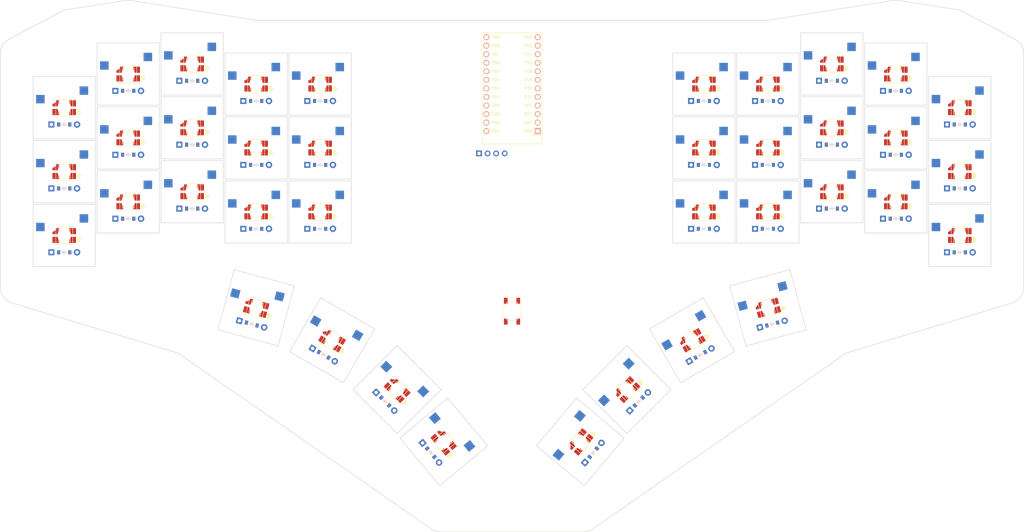
<source format=kicad_pcb>

            
(kicad_pcb (version 20171130) (host pcbnew 5.1.6)

  (page A3)
  (title_block
    (title first)
    (rev 0.1)
    (company rhetenor)
  )

  (general
    (thickness 1.6)
  )

  (layers
    (0 F.Cu signal)
    (31 B.Cu signal)
    (32 B.Adhes user)
    (33 F.Adhes user)
    (34 B.Paste user)
    (35 F.Paste user)
    (36 B.SilkS user)
    (37 F.SilkS user)
    (38 B.Mask user)
    (39 F.Mask user)
    (40 Dwgs.User user)
    (41 Cmts.User user)
    (42 Eco1.User user)
    (43 Eco2.User user)
    (44 Edge.Cuts user)
    (45 Margin user)
    (46 B.CrtYd user)
    (47 F.CrtYd user)
    (48 B.Fab user)
    (49 F.Fab user)
  )

  (setup
    (last_trace_width 0.25)
    (trace_clearance 0.2)
    (zone_clearance 0.508)
    (zone_45_only no)
    (trace_min 0.2)
    (via_size 0.8)
    (via_drill 0.4)
    (via_min_size 0.4)
    (via_min_drill 0.3)
    (uvia_size 0.3)
    (uvia_drill 0.1)
    (uvias_allowed no)
    (uvia_min_size 0.2)
    (uvia_min_drill 0.1)
    (edge_width 0.05)
    (segment_width 0.2)
    (pcb_text_width 0.3)
    (pcb_text_size 1.5 1.5)
    (mod_edge_width 0.12)
    (mod_text_size 1 1)
    (mod_text_width 0.15)
    (pad_size 1.524 1.524)
    (pad_drill 0.762)
    (pad_to_mask_clearance 0.05)
    (aux_axis_origin 0 0)
    (visible_elements FFFFFF7F)
    (pcbplotparams
      (layerselection 0x010fc_ffffffff)
      (usegerberextensions false)
      (usegerberattributes true)
      (usegerberadvancedattributes true)
      (creategerberjobfile true)
      (excludeedgelayer true)
      (linewidth 0.100000)
      (plotframeref false)
      (viasonmask false)
      (mode 1)
      (useauxorigin false)
      (hpglpennumber 1)
      (hpglpenspeed 20)
      (hpglpendiameter 15.000000)
      (psnegative false)
      (psa4output false)
      (plotreference true)
      (plotvalue true)
      (plotinvisibletext false)
      (padsonsilk false)
      (subtractmaskfromsilk false)
      (outputformat 1)
      (mirror false)
      (drillshape 1)
      (scaleselection 1)
      (outputdirectory ""))
  )

            (net 0 "")
(net 1 "Pinky")
(net 2 "pinky_bottom")
(net 3 "pinky_home")
(net 4 "pinky_top")
(net 5 "Ring")
(net 6 "ring_bottom")
(net 7 "ring_home")
(net 8 "ring_top")
(net 9 "Middle")
(net 10 "middle_bottom")
(net 11 "middle_home")
(net 12 "middle_top")
(net 13 "index_bottom")
(net 14 "index_home")
(net 15 "index_top")
(net 16 "inner_bottom")
(net 17 "inner_home")
(net 18 "inner_top")
(net 19 "super_cluster")
(net 20 "space_cluster")
(net 21 "alt_cluster")
(net 22 "Index")
(net 23 "layer_cluster")
(net 24 "mirror_pinky_bottom")
(net 25 "mirror_pinky_home")
(net 26 "mirror_pinky_top")
(net 27 "mirror_ring_bottom")
(net 28 "mirror_ring_home")
(net 29 "mirror_ring_top")
(net 30 "mirror_middle_bottom")
(net 31 "mirror_middle_home")
(net 32 "mirror_middle_top")
(net 33 "mirror_index_bottom")
(net 34 "mirror_index_home")
(net 35 "mirror_index_top")
(net 36 "mirror_inner_bottom")
(net 37 "mirror_inner_home")
(net 38 "mirror_inner_top")
(net 39 "mirror_super_cluster")
(net 40 "mirror_space_cluster")
(net 41 "mirror_alt_cluster")
(net 42 "mirror_layer_cluster")
(net 43 "Bottom")
(net 44 "Home")
(net 45 "Top")
(net 46 "Cluster")
(net 47 "RAW")
(net 48 "GND")
(net 49 "RST")
(net 50 "VCC")
(net 51 "P21")
(net 52 "P20")
(net 53 "P19")
(net 54 "P18")
(net 55 "P15")
(net 56 "P14")
(net 57 "P16")
(net 58 "P10")
(net 59 "P1")
(net 60 "P0")
(net 61 "P2")
(net 62 "P3")
(net 63 "P4")
(net 64 "P5")
(net 65 "P6")
(net 66 "P7")
(net 67 "P8")
(net 68 "P9")
            
  (net_class Default "This is the default net class."
    (clearance 0.2)
    (trace_width 0.25)
    (via_dia 0.8)
    (via_drill 0.4)
    (uvia_dia 0.3)
    (uvia_drill 0.1)
    (add_net "")
(add_net "Pinky")
(add_net "pinky_bottom")
(add_net "pinky_home")
(add_net "pinky_top")
(add_net "Ring")
(add_net "ring_bottom")
(add_net "ring_home")
(add_net "ring_top")
(add_net "Middle")
(add_net "middle_bottom")
(add_net "middle_home")
(add_net "middle_top")
(add_net "index_bottom")
(add_net "index_home")
(add_net "index_top")
(add_net "inner_bottom")
(add_net "inner_home")
(add_net "inner_top")
(add_net "super_cluster")
(add_net "space_cluster")
(add_net "alt_cluster")
(add_net "Index")
(add_net "layer_cluster")
(add_net "mirror_pinky_bottom")
(add_net "mirror_pinky_home")
(add_net "mirror_pinky_top")
(add_net "mirror_ring_bottom")
(add_net "mirror_ring_home")
(add_net "mirror_ring_top")
(add_net "mirror_middle_bottom")
(add_net "mirror_middle_home")
(add_net "mirror_middle_top")
(add_net "mirror_index_bottom")
(add_net "mirror_index_home")
(add_net "mirror_index_top")
(add_net "mirror_inner_bottom")
(add_net "mirror_inner_home")
(add_net "mirror_inner_top")
(add_net "mirror_super_cluster")
(add_net "mirror_space_cluster")
(add_net "mirror_alt_cluster")
(add_net "mirror_layer_cluster")
(add_net "Bottom")
(add_net "Home")
(add_net "Top")
(add_net "Cluster")
(add_net "RAW")
(add_net "GND")
(add_net "RST")
(add_net "VCC")
(add_net "P21")
(add_net "P20")
(add_net "P19")
(add_net "P18")
(add_net "P15")
(add_net "P14")
(add_net "P16")
(add_net "P10")
(add_net "P1")
(add_net "P0")
(add_net "P2")
(add_net "P3")
(add_net "P4")
(add_net "P5")
(add_net "P6")
(add_net "P7")
(add_net "P8")
(add_net "P9")
  )

            
        
      (module MX (layer F.Cu) (tedit 5DD4F656)
      (at 0 0 0)

      
      (fp_text reference "S1" (at 0 0) (layer F.SilkS) hide (effects (font (size 1.27 1.27) (thickness 0.15))))
      (fp_text value "" (at 0 0) (layer F.SilkS) hide (effects (font (size 1.27 1.27) (thickness 0.15))))

      
      (fp_line (start -7 -6) (end -7 -7) (layer Dwgs.User) (width 0.15))
      (fp_line (start -7 7) (end -6 7) (layer Dwgs.User) (width 0.15))
      (fp_line (start -6 -7) (end -7 -7) (layer Dwgs.User) (width 0.15))
      (fp_line (start -7 7) (end -7 6) (layer Dwgs.User) (width 0.15))
      (fp_line (start 7 6) (end 7 7) (layer Dwgs.User) (width 0.15))
      (fp_line (start 7 -7) (end 6 -7) (layer Dwgs.User) (width 0.15))
      (fp_line (start 6 7) (end 7 7) (layer Dwgs.User) (width 0.15))
      (fp_line (start 7 -7) (end 7 -6) (layer Dwgs.User) (width 0.15))
    
      
      (pad "" np_thru_hole circle (at 0 0) (size 3.9878 3.9878) (drill 3.9878) (layers *.Cu *.Mask))

      
      (pad "" np_thru_hole circle (at 5.08 0) (size 1.7018 1.7018) (drill 1.7018) (layers *.Cu *.Mask))
      (pad "" np_thru_hole circle (at -5.08 0) (size 1.7018 1.7018) (drill 1.7018) (layers *.Cu *.Mask))
      
        
      
      (fp_line (start -9.5 -9.5) (end 9.5 -9.5) (layer Dwgs.User) (width 0.15))
      (fp_line (start 9.5 -9.5) (end 9.5 9.5) (layer Dwgs.User) (width 0.15))
      (fp_line (start 9.5 9.5) (end -9.5 9.5) (layer Dwgs.User) (width 0.15))
      (fp_line (start -9.5 9.5) (end -9.5 -9.5) (layer Dwgs.User) (width 0.15))
      
        
        
        (pad "" np_thru_hole circle (at 2.54 -5.08) (size 3 3) (drill 3) (layers *.Cu *.Mask))
        (pad "" np_thru_hole circle (at -3.81 -2.54) (size 3 3) (drill 3) (layers *.Cu *.Mask))
        
        
        (pad 1 smd rect (at -7.085 -2.54 0) (size 2.55 2.5) (layers B.Cu B.Paste B.Mask) (net 1 "Pinky"))
        (pad 2 smd rect (at 5.842 -5.08 0) (size 2.55 2.5) (layers B.Cu B.Paste B.Mask) (net 2 "pinky_bottom"))
        )
        

        
      (module MX (layer F.Cu) (tedit 5DD4F656)
      (at 0 -19 0)

      
      (fp_text reference "S2" (at 0 0) (layer F.SilkS) hide (effects (font (size 1.27 1.27) (thickness 0.15))))
      (fp_text value "" (at 0 0) (layer F.SilkS) hide (effects (font (size 1.27 1.27) (thickness 0.15))))

      
      (fp_line (start -7 -6) (end -7 -7) (layer Dwgs.User) (width 0.15))
      (fp_line (start -7 7) (end -6 7) (layer Dwgs.User) (width 0.15))
      (fp_line (start -6 -7) (end -7 -7) (layer Dwgs.User) (width 0.15))
      (fp_line (start -7 7) (end -7 6) (layer Dwgs.User) (width 0.15))
      (fp_line (start 7 6) (end 7 7) (layer Dwgs.User) (width 0.15))
      (fp_line (start 7 -7) (end 6 -7) (layer Dwgs.User) (width 0.15))
      (fp_line (start 6 7) (end 7 7) (layer Dwgs.User) (width 0.15))
      (fp_line (start 7 -7) (end 7 -6) (layer Dwgs.User) (width 0.15))
    
      
      (pad "" np_thru_hole circle (at 0 0) (size 3.9878 3.9878) (drill 3.9878) (layers *.Cu *.Mask))

      
      (pad "" np_thru_hole circle (at 5.08 0) (size 1.7018 1.7018) (drill 1.7018) (layers *.Cu *.Mask))
      (pad "" np_thru_hole circle (at -5.08 0) (size 1.7018 1.7018) (drill 1.7018) (layers *.Cu *.Mask))
      
        
      
      (fp_line (start -9.5 -9.5) (end 9.5 -9.5) (layer Dwgs.User) (width 0.15))
      (fp_line (start 9.5 -9.5) (end 9.5 9.5) (layer Dwgs.User) (width 0.15))
      (fp_line (start 9.5 9.5) (end -9.5 9.5) (layer Dwgs.User) (width 0.15))
      (fp_line (start -9.5 9.5) (end -9.5 -9.5) (layer Dwgs.User) (width 0.15))
      
        
        
        (pad "" np_thru_hole circle (at 2.54 -5.08) (size 3 3) (drill 3) (layers *.Cu *.Mask))
        (pad "" np_thru_hole circle (at -3.81 -2.54) (size 3 3) (drill 3) (layers *.Cu *.Mask))
        
        
        (pad 1 smd rect (at -7.085 -2.54 0) (size 2.55 2.5) (layers B.Cu B.Paste B.Mask) (net 1 "Pinky"))
        (pad 2 smd rect (at 5.842 -5.08 0) (size 2.55 2.5) (layers B.Cu B.Paste B.Mask) (net 3 "pinky_home"))
        )
        

        
      (module MX (layer F.Cu) (tedit 5DD4F656)
      (at 0 -38 0)

      
      (fp_text reference "S3" (at 0 0) (layer F.SilkS) hide (effects (font (size 1.27 1.27) (thickness 0.15))))
      (fp_text value "" (at 0 0) (layer F.SilkS) hide (effects (font (size 1.27 1.27) (thickness 0.15))))

      
      (fp_line (start -7 -6) (end -7 -7) (layer Dwgs.User) (width 0.15))
      (fp_line (start -7 7) (end -6 7) (layer Dwgs.User) (width 0.15))
      (fp_line (start -6 -7) (end -7 -7) (layer Dwgs.User) (width 0.15))
      (fp_line (start -7 7) (end -7 6) (layer Dwgs.User) (width 0.15))
      (fp_line (start 7 6) (end 7 7) (layer Dwgs.User) (width 0.15))
      (fp_line (start 7 -7) (end 6 -7) (layer Dwgs.User) (width 0.15))
      (fp_line (start 6 7) (end 7 7) (layer Dwgs.User) (width 0.15))
      (fp_line (start 7 -7) (end 7 -6) (layer Dwgs.User) (width 0.15))
    
      
      (pad "" np_thru_hole circle (at 0 0) (size 3.9878 3.9878) (drill 3.9878) (layers *.Cu *.Mask))

      
      (pad "" np_thru_hole circle (at 5.08 0) (size 1.7018 1.7018) (drill 1.7018) (layers *.Cu *.Mask))
      (pad "" np_thru_hole circle (at -5.08 0) (size 1.7018 1.7018) (drill 1.7018) (layers *.Cu *.Mask))
      
        
      
      (fp_line (start -9.5 -9.5) (end 9.5 -9.5) (layer Dwgs.User) (width 0.15))
      (fp_line (start 9.5 -9.5) (end 9.5 9.5) (layer Dwgs.User) (width 0.15))
      (fp_line (start 9.5 9.5) (end -9.5 9.5) (layer Dwgs.User) (width 0.15))
      (fp_line (start -9.5 9.5) (end -9.5 -9.5) (layer Dwgs.User) (width 0.15))
      
        
        
        (pad "" np_thru_hole circle (at 2.54 -5.08) (size 3 3) (drill 3) (layers *.Cu *.Mask))
        (pad "" np_thru_hole circle (at -3.81 -2.54) (size 3 3) (drill 3) (layers *.Cu *.Mask))
        
        
        (pad 1 smd rect (at -7.085 -2.54 0) (size 2.55 2.5) (layers B.Cu B.Paste B.Mask) (net 1 "Pinky"))
        (pad 2 smd rect (at 5.842 -5.08 0) (size 2.55 2.5) (layers B.Cu B.Paste B.Mask) (net 4 "pinky_top"))
        )
        

        
      (module MX (layer F.Cu) (tedit 5DD4F656)
      (at 19 -10 0)

      
      (fp_text reference "S4" (at 0 0) (layer F.SilkS) hide (effects (font (size 1.27 1.27) (thickness 0.15))))
      (fp_text value "" (at 0 0) (layer F.SilkS) hide (effects (font (size 1.27 1.27) (thickness 0.15))))

      
      (fp_line (start -7 -6) (end -7 -7) (layer Dwgs.User) (width 0.15))
      (fp_line (start -7 7) (end -6 7) (layer Dwgs.User) (width 0.15))
      (fp_line (start -6 -7) (end -7 -7) (layer Dwgs.User) (width 0.15))
      (fp_line (start -7 7) (end -7 6) (layer Dwgs.User) (width 0.15))
      (fp_line (start 7 6) (end 7 7) (layer Dwgs.User) (width 0.15))
      (fp_line (start 7 -7) (end 6 -7) (layer Dwgs.User) (width 0.15))
      (fp_line (start 6 7) (end 7 7) (layer Dwgs.User) (width 0.15))
      (fp_line (start 7 -7) (end 7 -6) (layer Dwgs.User) (width 0.15))
    
      
      (pad "" np_thru_hole circle (at 0 0) (size 3.9878 3.9878) (drill 3.9878) (layers *.Cu *.Mask))

      
      (pad "" np_thru_hole circle (at 5.08 0) (size 1.7018 1.7018) (drill 1.7018) (layers *.Cu *.Mask))
      (pad "" np_thru_hole circle (at -5.08 0) (size 1.7018 1.7018) (drill 1.7018) (layers *.Cu *.Mask))
      
        
      
      (fp_line (start -9.5 -9.5) (end 9.5 -9.5) (layer Dwgs.User) (width 0.15))
      (fp_line (start 9.5 -9.5) (end 9.5 9.5) (layer Dwgs.User) (width 0.15))
      (fp_line (start 9.5 9.5) (end -9.5 9.5) (layer Dwgs.User) (width 0.15))
      (fp_line (start -9.5 9.5) (end -9.5 -9.5) (layer Dwgs.User) (width 0.15))
      
        
        
        (pad "" np_thru_hole circle (at 2.54 -5.08) (size 3 3) (drill 3) (layers *.Cu *.Mask))
        (pad "" np_thru_hole circle (at -3.81 -2.54) (size 3 3) (drill 3) (layers *.Cu *.Mask))
        
        
        (pad 1 smd rect (at -7.085 -2.54 0) (size 2.55 2.5) (layers B.Cu B.Paste B.Mask) (net 5 "Ring"))
        (pad 2 smd rect (at 5.842 -5.08 0) (size 2.55 2.5) (layers B.Cu B.Paste B.Mask) (net 6 "ring_bottom"))
        )
        

        
      (module MX (layer F.Cu) (tedit 5DD4F656)
      (at 19 -29 0)

      
      (fp_text reference "S5" (at 0 0) (layer F.SilkS) hide (effects (font (size 1.27 1.27) (thickness 0.15))))
      (fp_text value "" (at 0 0) (layer F.SilkS) hide (effects (font (size 1.27 1.27) (thickness 0.15))))

      
      (fp_line (start -7 -6) (end -7 -7) (layer Dwgs.User) (width 0.15))
      (fp_line (start -7 7) (end -6 7) (layer Dwgs.User) (width 0.15))
      (fp_line (start -6 -7) (end -7 -7) (layer Dwgs.User) (width 0.15))
      (fp_line (start -7 7) (end -7 6) (layer Dwgs.User) (width 0.15))
      (fp_line (start 7 6) (end 7 7) (layer Dwgs.User) (width 0.15))
      (fp_line (start 7 -7) (end 6 -7) (layer Dwgs.User) (width 0.15))
      (fp_line (start 6 7) (end 7 7) (layer Dwgs.User) (width 0.15))
      (fp_line (start 7 -7) (end 7 -6) (layer Dwgs.User) (width 0.15))
    
      
      (pad "" np_thru_hole circle (at 0 0) (size 3.9878 3.9878) (drill 3.9878) (layers *.Cu *.Mask))

      
      (pad "" np_thru_hole circle (at 5.08 0) (size 1.7018 1.7018) (drill 1.7018) (layers *.Cu *.Mask))
      (pad "" np_thru_hole circle (at -5.08 0) (size 1.7018 1.7018) (drill 1.7018) (layers *.Cu *.Mask))
      
        
      
      (fp_line (start -9.5 -9.5) (end 9.5 -9.5) (layer Dwgs.User) (width 0.15))
      (fp_line (start 9.5 -9.5) (end 9.5 9.5) (layer Dwgs.User) (width 0.15))
      (fp_line (start 9.5 9.5) (end -9.5 9.5) (layer Dwgs.User) (width 0.15))
      (fp_line (start -9.5 9.5) (end -9.5 -9.5) (layer Dwgs.User) (width 0.15))
      
        
        
        (pad "" np_thru_hole circle (at 2.54 -5.08) (size 3 3) (drill 3) (layers *.Cu *.Mask))
        (pad "" np_thru_hole circle (at -3.81 -2.54) (size 3 3) (drill 3) (layers *.Cu *.Mask))
        
        
        (pad 1 smd rect (at -7.085 -2.54 0) (size 2.55 2.5) (layers B.Cu B.Paste B.Mask) (net 5 "Ring"))
        (pad 2 smd rect (at 5.842 -5.08 0) (size 2.55 2.5) (layers B.Cu B.Paste B.Mask) (net 7 "ring_home"))
        )
        

        
      (module MX (layer F.Cu) (tedit 5DD4F656)
      (at 19 -48 0)

      
      (fp_text reference "S6" (at 0 0) (layer F.SilkS) hide (effects (font (size 1.27 1.27) (thickness 0.15))))
      (fp_text value "" (at 0 0) (layer F.SilkS) hide (effects (font (size 1.27 1.27) (thickness 0.15))))

      
      (fp_line (start -7 -6) (end -7 -7) (layer Dwgs.User) (width 0.15))
      (fp_line (start -7 7) (end -6 7) (layer Dwgs.User) (width 0.15))
      (fp_line (start -6 -7) (end -7 -7) (layer Dwgs.User) (width 0.15))
      (fp_line (start -7 7) (end -7 6) (layer Dwgs.User) (width 0.15))
      (fp_line (start 7 6) (end 7 7) (layer Dwgs.User) (width 0.15))
      (fp_line (start 7 -7) (end 6 -7) (layer Dwgs.User) (width 0.15))
      (fp_line (start 6 7) (end 7 7) (layer Dwgs.User) (width 0.15))
      (fp_line (start 7 -7) (end 7 -6) (layer Dwgs.User) (width 0.15))
    
      
      (pad "" np_thru_hole circle (at 0 0) (size 3.9878 3.9878) (drill 3.9878) (layers *.Cu *.Mask))

      
      (pad "" np_thru_hole circle (at 5.08 0) (size 1.7018 1.7018) (drill 1.7018) (layers *.Cu *.Mask))
      (pad "" np_thru_hole circle (at -5.08 0) (size 1.7018 1.7018) (drill 1.7018) (layers *.Cu *.Mask))
      
        
      
      (fp_line (start -9.5 -9.5) (end 9.5 -9.5) (layer Dwgs.User) (width 0.15))
      (fp_line (start 9.5 -9.5) (end 9.5 9.5) (layer Dwgs.User) (width 0.15))
      (fp_line (start 9.5 9.5) (end -9.5 9.5) (layer Dwgs.User) (width 0.15))
      (fp_line (start -9.5 9.5) (end -9.5 -9.5) (layer Dwgs.User) (width 0.15))
      
        
        
        (pad "" np_thru_hole circle (at 2.54 -5.08) (size 3 3) (drill 3) (layers *.Cu *.Mask))
        (pad "" np_thru_hole circle (at -3.81 -2.54) (size 3 3) (drill 3) (layers *.Cu *.Mask))
        
        
        (pad 1 smd rect (at -7.085 -2.54 0) (size 2.55 2.5) (layers B.Cu B.Paste B.Mask) (net 5 "Ring"))
        (pad 2 smd rect (at 5.842 -5.08 0) (size 2.55 2.5) (layers B.Cu B.Paste B.Mask) (net 8 "ring_top"))
        )
        

        
      (module MX (layer F.Cu) (tedit 5DD4F656)
      (at 38 -13 0)

      
      (fp_text reference "S7" (at 0 0) (layer F.SilkS) hide (effects (font (size 1.27 1.27) (thickness 0.15))))
      (fp_text value "" (at 0 0) (layer F.SilkS) hide (effects (font (size 1.27 1.27) (thickness 0.15))))

      
      (fp_line (start -7 -6) (end -7 -7) (layer Dwgs.User) (width 0.15))
      (fp_line (start -7 7) (end -6 7) (layer Dwgs.User) (width 0.15))
      (fp_line (start -6 -7) (end -7 -7) (layer Dwgs.User) (width 0.15))
      (fp_line (start -7 7) (end -7 6) (layer Dwgs.User) (width 0.15))
      (fp_line (start 7 6) (end 7 7) (layer Dwgs.User) (width 0.15))
      (fp_line (start 7 -7) (end 6 -7) (layer Dwgs.User) (width 0.15))
      (fp_line (start 6 7) (end 7 7) (layer Dwgs.User) (width 0.15))
      (fp_line (start 7 -7) (end 7 -6) (layer Dwgs.User) (width 0.15))
    
      
      (pad "" np_thru_hole circle (at 0 0) (size 3.9878 3.9878) (drill 3.9878) (layers *.Cu *.Mask))

      
      (pad "" np_thru_hole circle (at 5.08 0) (size 1.7018 1.7018) (drill 1.7018) (layers *.Cu *.Mask))
      (pad "" np_thru_hole circle (at -5.08 0) (size 1.7018 1.7018) (drill 1.7018) (layers *.Cu *.Mask))
      
        
      
      (fp_line (start -9.5 -9.5) (end 9.5 -9.5) (layer Dwgs.User) (width 0.15))
      (fp_line (start 9.5 -9.5) (end 9.5 9.5) (layer Dwgs.User) (width 0.15))
      (fp_line (start 9.5 9.5) (end -9.5 9.5) (layer Dwgs.User) (width 0.15))
      (fp_line (start -9.5 9.5) (end -9.5 -9.5) (layer Dwgs.User) (width 0.15))
      
        
        
        (pad "" np_thru_hole circle (at 2.54 -5.08) (size 3 3) (drill 3) (layers *.Cu *.Mask))
        (pad "" np_thru_hole circle (at -3.81 -2.54) (size 3 3) (drill 3) (layers *.Cu *.Mask))
        
        
        (pad 1 smd rect (at -7.085 -2.54 0) (size 2.55 2.5) (layers B.Cu B.Paste B.Mask) (net 9 "Middle"))
        (pad 2 smd rect (at 5.842 -5.08 0) (size 2.55 2.5) (layers B.Cu B.Paste B.Mask) (net 10 "middle_bottom"))
        )
        

        
      (module MX (layer F.Cu) (tedit 5DD4F656)
      (at 38 -32 0)

      
      (fp_text reference "S8" (at 0 0) (layer F.SilkS) hide (effects (font (size 1.27 1.27) (thickness 0.15))))
      (fp_text value "" (at 0 0) (layer F.SilkS) hide (effects (font (size 1.27 1.27) (thickness 0.15))))

      
      (fp_line (start -7 -6) (end -7 -7) (layer Dwgs.User) (width 0.15))
      (fp_line (start -7 7) (end -6 7) (layer Dwgs.User) (width 0.15))
      (fp_line (start -6 -7) (end -7 -7) (layer Dwgs.User) (width 0.15))
      (fp_line (start -7 7) (end -7 6) (layer Dwgs.User) (width 0.15))
      (fp_line (start 7 6) (end 7 7) (layer Dwgs.User) (width 0.15))
      (fp_line (start 7 -7) (end 6 -7) (layer Dwgs.User) (width 0.15))
      (fp_line (start 6 7) (end 7 7) (layer Dwgs.User) (width 0.15))
      (fp_line (start 7 -7) (end 7 -6) (layer Dwgs.User) (width 0.15))
    
      
      (pad "" np_thru_hole circle (at 0 0) (size 3.9878 3.9878) (drill 3.9878) (layers *.Cu *.Mask))

      
      (pad "" np_thru_hole circle (at 5.08 0) (size 1.7018 1.7018) (drill 1.7018) (layers *.Cu *.Mask))
      (pad "" np_thru_hole circle (at -5.08 0) (size 1.7018 1.7018) (drill 1.7018) (layers *.Cu *.Mask))
      
        
      
      (fp_line (start -9.5 -9.5) (end 9.5 -9.5) (layer Dwgs.User) (width 0.15))
      (fp_line (start 9.5 -9.5) (end 9.5 9.5) (layer Dwgs.User) (width 0.15))
      (fp_line (start 9.5 9.5) (end -9.5 9.5) (layer Dwgs.User) (width 0.15))
      (fp_line (start -9.5 9.5) (end -9.5 -9.5) (layer Dwgs.User) (width 0.15))
      
        
        
        (pad "" np_thru_hole circle (at 2.54 -5.08) (size 3 3) (drill 3) (layers *.Cu *.Mask))
        (pad "" np_thru_hole circle (at -3.81 -2.54) (size 3 3) (drill 3) (layers *.Cu *.Mask))
        
        
        (pad 1 smd rect (at -7.085 -2.54 0) (size 2.55 2.5) (layers B.Cu B.Paste B.Mask) (net 9 "Middle"))
        (pad 2 smd rect (at 5.842 -5.08 0) (size 2.55 2.5) (layers B.Cu B.Paste B.Mask) (net 11 "middle_home"))
        )
        

        
      (module MX (layer F.Cu) (tedit 5DD4F656)
      (at 38 -51 0)

      
      (fp_text reference "S9" (at 0 0) (layer F.SilkS) hide (effects (font (size 1.27 1.27) (thickness 0.15))))
      (fp_text value "" (at 0 0) (layer F.SilkS) hide (effects (font (size 1.27 1.27) (thickness 0.15))))

      
      (fp_line (start -7 -6) (end -7 -7) (layer Dwgs.User) (width 0.15))
      (fp_line (start -7 7) (end -6 7) (layer Dwgs.User) (width 0.15))
      (fp_line (start -6 -7) (end -7 -7) (layer Dwgs.User) (width 0.15))
      (fp_line (start -7 7) (end -7 6) (layer Dwgs.User) (width 0.15))
      (fp_line (start 7 6) (end 7 7) (layer Dwgs.User) (width 0.15))
      (fp_line (start 7 -7) (end 6 -7) (layer Dwgs.User) (width 0.15))
      (fp_line (start 6 7) (end 7 7) (layer Dwgs.User) (width 0.15))
      (fp_line (start 7 -7) (end 7 -6) (layer Dwgs.User) (width 0.15))
    
      
      (pad "" np_thru_hole circle (at 0 0) (size 3.9878 3.9878) (drill 3.9878) (layers *.Cu *.Mask))

      
      (pad "" np_thru_hole circle (at 5.08 0) (size 1.7018 1.7018) (drill 1.7018) (layers *.Cu *.Mask))
      (pad "" np_thru_hole circle (at -5.08 0) (size 1.7018 1.7018) (drill 1.7018) (layers *.Cu *.Mask))
      
        
      
      (fp_line (start -9.5 -9.5) (end 9.5 -9.5) (layer Dwgs.User) (width 0.15))
      (fp_line (start 9.5 -9.5) (end 9.5 9.5) (layer Dwgs.User) (width 0.15))
      (fp_line (start 9.5 9.5) (end -9.5 9.5) (layer Dwgs.User) (width 0.15))
      (fp_line (start -9.5 9.5) (end -9.5 -9.5) (layer Dwgs.User) (width 0.15))
      
        
        
        (pad "" np_thru_hole circle (at 2.54 -5.08) (size 3 3) (drill 3) (layers *.Cu *.Mask))
        (pad "" np_thru_hole circle (at -3.81 -2.54) (size 3 3) (drill 3) (layers *.Cu *.Mask))
        
        
        (pad 1 smd rect (at -7.085 -2.54 0) (size 2.55 2.5) (layers B.Cu B.Paste B.Mask) (net 9 "Middle"))
        (pad 2 smd rect (at 5.842 -5.08 0) (size 2.55 2.5) (layers B.Cu B.Paste B.Mask) (net 12 "middle_top"))
        )
        

        
      (module MX (layer F.Cu) (tedit 5DD4F656)
      (at 57 -7 0)

      
      (fp_text reference "S10" (at 0 0) (layer F.SilkS) hide (effects (font (size 1.27 1.27) (thickness 0.15))))
      (fp_text value "" (at 0 0) (layer F.SilkS) hide (effects (font (size 1.27 1.27) (thickness 0.15))))

      
      (fp_line (start -7 -6) (end -7 -7) (layer Dwgs.User) (width 0.15))
      (fp_line (start -7 7) (end -6 7) (layer Dwgs.User) (width 0.15))
      (fp_line (start -6 -7) (end -7 -7) (layer Dwgs.User) (width 0.15))
      (fp_line (start -7 7) (end -7 6) (layer Dwgs.User) (width 0.15))
      (fp_line (start 7 6) (end 7 7) (layer Dwgs.User) (width 0.15))
      (fp_line (start 7 -7) (end 6 -7) (layer Dwgs.User) (width 0.15))
      (fp_line (start 6 7) (end 7 7) (layer Dwgs.User) (width 0.15))
      (fp_line (start 7 -7) (end 7 -6) (layer Dwgs.User) (width 0.15))
    
      
      (pad "" np_thru_hole circle (at 0 0) (size 3.9878 3.9878) (drill 3.9878) (layers *.Cu *.Mask))

      
      (pad "" np_thru_hole circle (at 5.08 0) (size 1.7018 1.7018) (drill 1.7018) (layers *.Cu *.Mask))
      (pad "" np_thru_hole circle (at -5.08 0) (size 1.7018 1.7018) (drill 1.7018) (layers *.Cu *.Mask))
      
        
      
      (fp_line (start -9.5 -9.5) (end 9.5 -9.5) (layer Dwgs.User) (width 0.15))
      (fp_line (start 9.5 -9.5) (end 9.5 9.5) (layer Dwgs.User) (width 0.15))
      (fp_line (start 9.5 9.5) (end -9.5 9.5) (layer Dwgs.User) (width 0.15))
      (fp_line (start -9.5 9.5) (end -9.5 -9.5) (layer Dwgs.User) (width 0.15))
      
        
        
        (pad "" np_thru_hole circle (at 2.54 -5.08) (size 3 3) (drill 3) (layers *.Cu *.Mask))
        (pad "" np_thru_hole circle (at -3.81 -2.54) (size 3 3) (drill 3) (layers *.Cu *.Mask))
        
        
        (pad 1 smd rect (at -7.085 -2.54 0) (size 2.55 2.5) (layers B.Cu B.Paste B.Mask) (net 0 ""))
        (pad 2 smd rect (at 5.842 -5.08 0) (size 2.55 2.5) (layers B.Cu B.Paste B.Mask) (net 13 "index_bottom"))
        )
        

        
      (module MX (layer F.Cu) (tedit 5DD4F656)
      (at 57 -26 0)

      
      (fp_text reference "S11" (at 0 0) (layer F.SilkS) hide (effects (font (size 1.27 1.27) (thickness 0.15))))
      (fp_text value "" (at 0 0) (layer F.SilkS) hide (effects (font (size 1.27 1.27) (thickness 0.15))))

      
      (fp_line (start -7 -6) (end -7 -7) (layer Dwgs.User) (width 0.15))
      (fp_line (start -7 7) (end -6 7) (layer Dwgs.User) (width 0.15))
      (fp_line (start -6 -7) (end -7 -7) (layer Dwgs.User) (width 0.15))
      (fp_line (start -7 7) (end -7 6) (layer Dwgs.User) (width 0.15))
      (fp_line (start 7 6) (end 7 7) (layer Dwgs.User) (width 0.15))
      (fp_line (start 7 -7) (end 6 -7) (layer Dwgs.User) (width 0.15))
      (fp_line (start 6 7) (end 7 7) (layer Dwgs.User) (width 0.15))
      (fp_line (start 7 -7) (end 7 -6) (layer Dwgs.User) (width 0.15))
    
      
      (pad "" np_thru_hole circle (at 0 0) (size 3.9878 3.9878) (drill 3.9878) (layers *.Cu *.Mask))

      
      (pad "" np_thru_hole circle (at 5.08 0) (size 1.7018 1.7018) (drill 1.7018) (layers *.Cu *.Mask))
      (pad "" np_thru_hole circle (at -5.08 0) (size 1.7018 1.7018) (drill 1.7018) (layers *.Cu *.Mask))
      
        
      
      (fp_line (start -9.5 -9.5) (end 9.5 -9.5) (layer Dwgs.User) (width 0.15))
      (fp_line (start 9.5 -9.5) (end 9.5 9.5) (layer Dwgs.User) (width 0.15))
      (fp_line (start 9.5 9.5) (end -9.5 9.5) (layer Dwgs.User) (width 0.15))
      (fp_line (start -9.5 9.5) (end -9.5 -9.5) (layer Dwgs.User) (width 0.15))
      
        
        
        (pad "" np_thru_hole circle (at 2.54 -5.08) (size 3 3) (drill 3) (layers *.Cu *.Mask))
        (pad "" np_thru_hole circle (at -3.81 -2.54) (size 3 3) (drill 3) (layers *.Cu *.Mask))
        
        
        (pad 1 smd rect (at -7.085 -2.54 0) (size 2.55 2.5) (layers B.Cu B.Paste B.Mask) (net 0 ""))
        (pad 2 smd rect (at 5.842 -5.08 0) (size 2.55 2.5) (layers B.Cu B.Paste B.Mask) (net 14 "index_home"))
        )
        

        
      (module MX (layer F.Cu) (tedit 5DD4F656)
      (at 57 -45 0)

      
      (fp_text reference "S12" (at 0 0) (layer F.SilkS) hide (effects (font (size 1.27 1.27) (thickness 0.15))))
      (fp_text value "" (at 0 0) (layer F.SilkS) hide (effects (font (size 1.27 1.27) (thickness 0.15))))

      
      (fp_line (start -7 -6) (end -7 -7) (layer Dwgs.User) (width 0.15))
      (fp_line (start -7 7) (end -6 7) (layer Dwgs.User) (width 0.15))
      (fp_line (start -6 -7) (end -7 -7) (layer Dwgs.User) (width 0.15))
      (fp_line (start -7 7) (end -7 6) (layer Dwgs.User) (width 0.15))
      (fp_line (start 7 6) (end 7 7) (layer Dwgs.User) (width 0.15))
      (fp_line (start 7 -7) (end 6 -7) (layer Dwgs.User) (width 0.15))
      (fp_line (start 6 7) (end 7 7) (layer Dwgs.User) (width 0.15))
      (fp_line (start 7 -7) (end 7 -6) (layer Dwgs.User) (width 0.15))
    
      
      (pad "" np_thru_hole circle (at 0 0) (size 3.9878 3.9878) (drill 3.9878) (layers *.Cu *.Mask))

      
      (pad "" np_thru_hole circle (at 5.08 0) (size 1.7018 1.7018) (drill 1.7018) (layers *.Cu *.Mask))
      (pad "" np_thru_hole circle (at -5.08 0) (size 1.7018 1.7018) (drill 1.7018) (layers *.Cu *.Mask))
      
        
      
      (fp_line (start -9.5 -9.5) (end 9.5 -9.5) (layer Dwgs.User) (width 0.15))
      (fp_line (start 9.5 -9.5) (end 9.5 9.5) (layer Dwgs.User) (width 0.15))
      (fp_line (start 9.5 9.5) (end -9.5 9.5) (layer Dwgs.User) (width 0.15))
      (fp_line (start -9.5 9.5) (end -9.5 -9.5) (layer Dwgs.User) (width 0.15))
      
        
        
        (pad "" np_thru_hole circle (at 2.54 -5.08) (size 3 3) (drill 3) (layers *.Cu *.Mask))
        (pad "" np_thru_hole circle (at -3.81 -2.54) (size 3 3) (drill 3) (layers *.Cu *.Mask))
        
        
        (pad 1 smd rect (at -7.085 -2.54 0) (size 2.55 2.5) (layers B.Cu B.Paste B.Mask) (net 0 ""))
        (pad 2 smd rect (at 5.842 -5.08 0) (size 2.55 2.5) (layers B.Cu B.Paste B.Mask) (net 15 "index_top"))
        )
        

        
      (module MX (layer F.Cu) (tedit 5DD4F656)
      (at 76 -7 0)

      
      (fp_text reference "S13" (at 0 0) (layer F.SilkS) hide (effects (font (size 1.27 1.27) (thickness 0.15))))
      (fp_text value "" (at 0 0) (layer F.SilkS) hide (effects (font (size 1.27 1.27) (thickness 0.15))))

      
      (fp_line (start -7 -6) (end -7 -7) (layer Dwgs.User) (width 0.15))
      (fp_line (start -7 7) (end -6 7) (layer Dwgs.User) (width 0.15))
      (fp_line (start -6 -7) (end -7 -7) (layer Dwgs.User) (width 0.15))
      (fp_line (start -7 7) (end -7 6) (layer Dwgs.User) (width 0.15))
      (fp_line (start 7 6) (end 7 7) (layer Dwgs.User) (width 0.15))
      (fp_line (start 7 -7) (end 6 -7) (layer Dwgs.User) (width 0.15))
      (fp_line (start 6 7) (end 7 7) (layer Dwgs.User) (width 0.15))
      (fp_line (start 7 -7) (end 7 -6) (layer Dwgs.User) (width 0.15))
    
      
      (pad "" np_thru_hole circle (at 0 0) (size 3.9878 3.9878) (drill 3.9878) (layers *.Cu *.Mask))

      
      (pad "" np_thru_hole circle (at 5.08 0) (size 1.7018 1.7018) (drill 1.7018) (layers *.Cu *.Mask))
      (pad "" np_thru_hole circle (at -5.08 0) (size 1.7018 1.7018) (drill 1.7018) (layers *.Cu *.Mask))
      
        
      
      (fp_line (start -9.5 -9.5) (end 9.5 -9.5) (layer Dwgs.User) (width 0.15))
      (fp_line (start 9.5 -9.5) (end 9.5 9.5) (layer Dwgs.User) (width 0.15))
      (fp_line (start 9.5 9.5) (end -9.5 9.5) (layer Dwgs.User) (width 0.15))
      (fp_line (start -9.5 9.5) (end -9.5 -9.5) (layer Dwgs.User) (width 0.15))
      
        
        
        (pad "" np_thru_hole circle (at 2.54 -5.08) (size 3 3) (drill 3) (layers *.Cu *.Mask))
        (pad "" np_thru_hole circle (at -3.81 -2.54) (size 3 3) (drill 3) (layers *.Cu *.Mask))
        
        
        (pad 1 smd rect (at -7.085 -2.54 0) (size 2.55 2.5) (layers B.Cu B.Paste B.Mask) (net 0 ""))
        (pad 2 smd rect (at 5.842 -5.08 0) (size 2.55 2.5) (layers B.Cu B.Paste B.Mask) (net 16 "inner_bottom"))
        )
        

        
      (module MX (layer F.Cu) (tedit 5DD4F656)
      (at 76 -26 0)

      
      (fp_text reference "S14" (at 0 0) (layer F.SilkS) hide (effects (font (size 1.27 1.27) (thickness 0.15))))
      (fp_text value "" (at 0 0) (layer F.SilkS) hide (effects (font (size 1.27 1.27) (thickness 0.15))))

      
      (fp_line (start -7 -6) (end -7 -7) (layer Dwgs.User) (width 0.15))
      (fp_line (start -7 7) (end -6 7) (layer Dwgs.User) (width 0.15))
      (fp_line (start -6 -7) (end -7 -7) (layer Dwgs.User) (width 0.15))
      (fp_line (start -7 7) (end -7 6) (layer Dwgs.User) (width 0.15))
      (fp_line (start 7 6) (end 7 7) (layer Dwgs.User) (width 0.15))
      (fp_line (start 7 -7) (end 6 -7) (layer Dwgs.User) (width 0.15))
      (fp_line (start 6 7) (end 7 7) (layer Dwgs.User) (width 0.15))
      (fp_line (start 7 -7) (end 7 -6) (layer Dwgs.User) (width 0.15))
    
      
      (pad "" np_thru_hole circle (at 0 0) (size 3.9878 3.9878) (drill 3.9878) (layers *.Cu *.Mask))

      
      (pad "" np_thru_hole circle (at 5.08 0) (size 1.7018 1.7018) (drill 1.7018) (layers *.Cu *.Mask))
      (pad "" np_thru_hole circle (at -5.08 0) (size 1.7018 1.7018) (drill 1.7018) (layers *.Cu *.Mask))
      
        
      
      (fp_line (start -9.5 -9.5) (end 9.5 -9.5) (layer Dwgs.User) (width 0.15))
      (fp_line (start 9.5 -9.5) (end 9.5 9.5) (layer Dwgs.User) (width 0.15))
      (fp_line (start 9.5 9.5) (end -9.5 9.5) (layer Dwgs.User) (width 0.15))
      (fp_line (start -9.5 9.5) (end -9.5 -9.5) (layer Dwgs.User) (width 0.15))
      
        
        
        (pad "" np_thru_hole circle (at 2.54 -5.08) (size 3 3) (drill 3) (layers *.Cu *.Mask))
        (pad "" np_thru_hole circle (at -3.81 -2.54) (size 3 3) (drill 3) (layers *.Cu *.Mask))
        
        
        (pad 1 smd rect (at -7.085 -2.54 0) (size 2.55 2.5) (layers B.Cu B.Paste B.Mask) (net 0 ""))
        (pad 2 smd rect (at 5.842 -5.08 0) (size 2.55 2.5) (layers B.Cu B.Paste B.Mask) (net 17 "inner_home"))
        )
        

        
      (module MX (layer F.Cu) (tedit 5DD4F656)
      (at 76 -45 0)

      
      (fp_text reference "S15" (at 0 0) (layer F.SilkS) hide (effects (font (size 1.27 1.27) (thickness 0.15))))
      (fp_text value "" (at 0 0) (layer F.SilkS) hide (effects (font (size 1.27 1.27) (thickness 0.15))))

      
      (fp_line (start -7 -6) (end -7 -7) (layer Dwgs.User) (width 0.15))
      (fp_line (start -7 7) (end -6 7) (layer Dwgs.User) (width 0.15))
      (fp_line (start -6 -7) (end -7 -7) (layer Dwgs.User) (width 0.15))
      (fp_line (start -7 7) (end -7 6) (layer Dwgs.User) (width 0.15))
      (fp_line (start 7 6) (end 7 7) (layer Dwgs.User) (width 0.15))
      (fp_line (start 7 -7) (end 6 -7) (layer Dwgs.User) (width 0.15))
      (fp_line (start 6 7) (end 7 7) (layer Dwgs.User) (width 0.15))
      (fp_line (start 7 -7) (end 7 -6) (layer Dwgs.User) (width 0.15))
    
      
      (pad "" np_thru_hole circle (at 0 0) (size 3.9878 3.9878) (drill 3.9878) (layers *.Cu *.Mask))

      
      (pad "" np_thru_hole circle (at 5.08 0) (size 1.7018 1.7018) (drill 1.7018) (layers *.Cu *.Mask))
      (pad "" np_thru_hole circle (at -5.08 0) (size 1.7018 1.7018) (drill 1.7018) (layers *.Cu *.Mask))
      
        
      
      (fp_line (start -9.5 -9.5) (end 9.5 -9.5) (layer Dwgs.User) (width 0.15))
      (fp_line (start 9.5 -9.5) (end 9.5 9.5) (layer Dwgs.User) (width 0.15))
      (fp_line (start 9.5 9.5) (end -9.5 9.5) (layer Dwgs.User) (width 0.15))
      (fp_line (start -9.5 9.5) (end -9.5 -9.5) (layer Dwgs.User) (width 0.15))
      
        
        
        (pad "" np_thru_hole circle (at 2.54 -5.08) (size 3 3) (drill 3) (layers *.Cu *.Mask))
        (pad "" np_thru_hole circle (at -3.81 -2.54) (size 3 3) (drill 3) (layers *.Cu *.Mask))
        
        
        (pad 1 smd rect (at -7.085 -2.54 0) (size 2.55 2.5) (layers B.Cu B.Paste B.Mask) (net 0 ""))
        (pad 2 smd rect (at 5.842 -5.08 0) (size 2.55 2.5) (layers B.Cu B.Paste B.Mask) (net 18 "inner_top"))
        )
        

        
      (module MX (layer F.Cu) (tedit 5DD4F656)
      (at 57 21.5 -15)

      
      (fp_text reference "S16" (at 0 0) (layer F.SilkS) hide (effects (font (size 1.27 1.27) (thickness 0.15))))
      (fp_text value "" (at 0 0) (layer F.SilkS) hide (effects (font (size 1.27 1.27) (thickness 0.15))))

      
      (fp_line (start -7 -6) (end -7 -7) (layer Dwgs.User) (width 0.15))
      (fp_line (start -7 7) (end -6 7) (layer Dwgs.User) (width 0.15))
      (fp_line (start -6 -7) (end -7 -7) (layer Dwgs.User) (width 0.15))
      (fp_line (start -7 7) (end -7 6) (layer Dwgs.User) (width 0.15))
      (fp_line (start 7 6) (end 7 7) (layer Dwgs.User) (width 0.15))
      (fp_line (start 7 -7) (end 6 -7) (layer Dwgs.User) (width 0.15))
      (fp_line (start 6 7) (end 7 7) (layer Dwgs.User) (width 0.15))
      (fp_line (start 7 -7) (end 7 -6) (layer Dwgs.User) (width 0.15))
    
      
      (pad "" np_thru_hole circle (at 0 0) (size 3.9878 3.9878) (drill 3.9878) (layers *.Cu *.Mask))

      
      (pad "" np_thru_hole circle (at 5.08 0) (size 1.7018 1.7018) (drill 1.7018) (layers *.Cu *.Mask))
      (pad "" np_thru_hole circle (at -5.08 0) (size 1.7018 1.7018) (drill 1.7018) (layers *.Cu *.Mask))
      
        
      
      (fp_line (start -9.5 -9.5) (end 9.5 -9.5) (layer Dwgs.User) (width 0.15))
      (fp_line (start 9.5 -9.5) (end 9.5 9.5) (layer Dwgs.User) (width 0.15))
      (fp_line (start 9.5 9.5) (end -9.5 9.5) (layer Dwgs.User) (width 0.15))
      (fp_line (start -9.5 9.5) (end -9.5 -9.5) (layer Dwgs.User) (width 0.15))
      
        
        
        (pad "" np_thru_hole circle (at 2.54 -5.08) (size 3 3) (drill 3) (layers *.Cu *.Mask))
        (pad "" np_thru_hole circle (at -3.81 -2.54) (size 3 3) (drill 3) (layers *.Cu *.Mask))
        
        
        (pad 1 smd rect (at -7.085 -2.54 -15) (size 2.55 2.5) (layers B.Cu B.Paste B.Mask) (net 1 "Pinky"))
        (pad 2 smd rect (at 5.842 -5.08 -15) (size 2.55 2.5) (layers B.Cu B.Paste B.Mask) (net 19 "super_cluster"))
        )
        

        
      (module MX (layer F.Cu) (tedit 5DD4F656)
      (at 79.54874310000001 31.1496127 -30)

      
      (fp_text reference "S17" (at 0 0) (layer F.SilkS) hide (effects (font (size 1.27 1.27) (thickness 0.15))))
      (fp_text value "" (at 0 0) (layer F.SilkS) hide (effects (font (size 1.27 1.27) (thickness 0.15))))

      
      (fp_line (start -7 -6) (end -7 -7) (layer Dwgs.User) (width 0.15))
      (fp_line (start -7 7) (end -6 7) (layer Dwgs.User) (width 0.15))
      (fp_line (start -6 -7) (end -7 -7) (layer Dwgs.User) (width 0.15))
      (fp_line (start -7 7) (end -7 6) (layer Dwgs.User) (width 0.15))
      (fp_line (start 7 6) (end 7 7) (layer Dwgs.User) (width 0.15))
      (fp_line (start 7 -7) (end 6 -7) (layer Dwgs.User) (width 0.15))
      (fp_line (start 6 7) (end 7 7) (layer Dwgs.User) (width 0.15))
      (fp_line (start 7 -7) (end 7 -6) (layer Dwgs.User) (width 0.15))
    
      
      (pad "" np_thru_hole circle (at 0 0) (size 3.9878 3.9878) (drill 3.9878) (layers *.Cu *.Mask))

      
      (pad "" np_thru_hole circle (at 5.08 0) (size 1.7018 1.7018) (drill 1.7018) (layers *.Cu *.Mask))
      (pad "" np_thru_hole circle (at -5.08 0) (size 1.7018 1.7018) (drill 1.7018) (layers *.Cu *.Mask))
      
        
      
      (fp_line (start -9.5 -9.5) (end 9.5 -9.5) (layer Dwgs.User) (width 0.15))
      (fp_line (start 9.5 -9.5) (end 9.5 9.5) (layer Dwgs.User) (width 0.15))
      (fp_line (start 9.5 9.5) (end -9.5 9.5) (layer Dwgs.User) (width 0.15))
      (fp_line (start -9.5 9.5) (end -9.5 -9.5) (layer Dwgs.User) (width 0.15))
      
        
        
        (pad "" np_thru_hole circle (at 2.54 -5.08) (size 3 3) (drill 3) (layers *.Cu *.Mask))
        (pad "" np_thru_hole circle (at -3.81 -2.54) (size 3 3) (drill 3) (layers *.Cu *.Mask))
        
        
        (pad 1 smd rect (at -7.085 -2.54 -30) (size 2.55 2.5) (layers B.Cu B.Paste B.Mask) (net 5 "Ring"))
        (pad 2 smd rect (at 5.842 -5.08 -30) (size 2.55 2.5) (layers B.Cu B.Paste B.Mask) (net 20 "space_cluster"))
        )
        

        
      (module MX (layer F.Cu) (tedit 5DD4F656)
      (at 98.8781412 45.8170567 -45)

      
      (fp_text reference "S18" (at 0 0) (layer F.SilkS) hide (effects (font (size 1.27 1.27) (thickness 0.15))))
      (fp_text value "" (at 0 0) (layer F.SilkS) hide (effects (font (size 1.27 1.27) (thickness 0.15))))

      
      (fp_line (start -7 -6) (end -7 -7) (layer Dwgs.User) (width 0.15))
      (fp_line (start -7 7) (end -6 7) (layer Dwgs.User) (width 0.15))
      (fp_line (start -6 -7) (end -7 -7) (layer Dwgs.User) (width 0.15))
      (fp_line (start -7 7) (end -7 6) (layer Dwgs.User) (width 0.15))
      (fp_line (start 7 6) (end 7 7) (layer Dwgs.User) (width 0.15))
      (fp_line (start 7 -7) (end 6 -7) (layer Dwgs.User) (width 0.15))
      (fp_line (start 6 7) (end 7 7) (layer Dwgs.User) (width 0.15))
      (fp_line (start 7 -7) (end 7 -6) (layer Dwgs.User) (width 0.15))
    
      
      (pad "" np_thru_hole circle (at 0 0) (size 3.9878 3.9878) (drill 3.9878) (layers *.Cu *.Mask))

      
      (pad "" np_thru_hole circle (at 5.08 0) (size 1.7018 1.7018) (drill 1.7018) (layers *.Cu *.Mask))
      (pad "" np_thru_hole circle (at -5.08 0) (size 1.7018 1.7018) (drill 1.7018) (layers *.Cu *.Mask))
      
        
      
      (fp_line (start -9.5 -9.5) (end 9.5 -9.5) (layer Dwgs.User) (width 0.15))
      (fp_line (start 9.5 -9.5) (end 9.5 9.5) (layer Dwgs.User) (width 0.15))
      (fp_line (start 9.5 9.5) (end -9.5 9.5) (layer Dwgs.User) (width 0.15))
      (fp_line (start -9.5 9.5) (end -9.5 -9.5) (layer Dwgs.User) (width 0.15))
      
        
        
        (pad "" np_thru_hole circle (at 2.54 -5.08) (size 3 3) (drill 3) (layers *.Cu *.Mask))
        (pad "" np_thru_hole circle (at -3.81 -2.54) (size 3 3) (drill 3) (layers *.Cu *.Mask))
        
        
        (pad 1 smd rect (at -7.085 -2.54 -45) (size 2.55 2.5) (layers B.Cu B.Paste B.Mask) (net 9 "Middle"))
        (pad 2 smd rect (at 5.842 -5.08 -45) (size 2.55 2.5) (layers B.Cu B.Paste B.Mask) (net 21 "alt_cluster"))
        )
        

        
      (module MX (layer F.Cu) (tedit 5DD4F656)
      (at 112.7090397 61.3627881 -50)

      
      (fp_text reference "S19" (at 0 0) (layer F.SilkS) hide (effects (font (size 1.27 1.27) (thickness 0.15))))
      (fp_text value "" (at 0 0) (layer F.SilkS) hide (effects (font (size 1.27 1.27) (thickness 0.15))))

      
      (fp_line (start -7 -6) (end -7 -7) (layer Dwgs.User) (width 0.15))
      (fp_line (start -7 7) (end -6 7) (layer Dwgs.User) (width 0.15))
      (fp_line (start -6 -7) (end -7 -7) (layer Dwgs.User) (width 0.15))
      (fp_line (start -7 7) (end -7 6) (layer Dwgs.User) (width 0.15))
      (fp_line (start 7 6) (end 7 7) (layer Dwgs.User) (width 0.15))
      (fp_line (start 7 -7) (end 6 -7) (layer Dwgs.User) (width 0.15))
      (fp_line (start 6 7) (end 7 7) (layer Dwgs.User) (width 0.15))
      (fp_line (start 7 -7) (end 7 -6) (layer Dwgs.User) (width 0.15))
    
      
      (pad "" np_thru_hole circle (at 0 0) (size 3.9878 3.9878) (drill 3.9878) (layers *.Cu *.Mask))

      
      (pad "" np_thru_hole circle (at 5.08 0) (size 1.7018 1.7018) (drill 1.7018) (layers *.Cu *.Mask))
      (pad "" np_thru_hole circle (at -5.08 0) (size 1.7018 1.7018) (drill 1.7018) (layers *.Cu *.Mask))
      
        
      
      (fp_line (start -9.5 -9.5) (end 9.5 -9.5) (layer Dwgs.User) (width 0.15))
      (fp_line (start 9.5 -9.5) (end 9.5 9.5) (layer Dwgs.User) (width 0.15))
      (fp_line (start 9.5 9.5) (end -9.5 9.5) (layer Dwgs.User) (width 0.15))
      (fp_line (start -9.5 9.5) (end -9.5 -9.5) (layer Dwgs.User) (width 0.15))
      
        
        
        (pad "" np_thru_hole circle (at 2.54 -5.08) (size 3 3) (drill 3) (layers *.Cu *.Mask))
        (pad "" np_thru_hole circle (at -3.81 -2.54) (size 3 3) (drill 3) (layers *.Cu *.Mask))
        
        
        (pad 1 smd rect (at -7.085 -2.54 -50) (size 2.55 2.5) (layers B.Cu B.Paste B.Mask) (net 22 "Index"))
        (pad 2 smd rect (at 5.842 -5.08 -50) (size 2.55 2.5) (layers B.Cu B.Paste B.Mask) (net 23 "layer_cluster"))
        )
        

        
      (module MX (layer F.Cu) (tedit 5DD4F656)
      (at 266 0 0)

      
      (fp_text reference "S20" (at 0 0) (layer F.SilkS) hide (effects (font (size 1.27 1.27) (thickness 0.15))))
      (fp_text value "" (at 0 0) (layer F.SilkS) hide (effects (font (size 1.27 1.27) (thickness 0.15))))

      
      (fp_line (start -7 -6) (end -7 -7) (layer Dwgs.User) (width 0.15))
      (fp_line (start -7 7) (end -6 7) (layer Dwgs.User) (width 0.15))
      (fp_line (start -6 -7) (end -7 -7) (layer Dwgs.User) (width 0.15))
      (fp_line (start -7 7) (end -7 6) (layer Dwgs.User) (width 0.15))
      (fp_line (start 7 6) (end 7 7) (layer Dwgs.User) (width 0.15))
      (fp_line (start 7 -7) (end 6 -7) (layer Dwgs.User) (width 0.15))
      (fp_line (start 6 7) (end 7 7) (layer Dwgs.User) (width 0.15))
      (fp_line (start 7 -7) (end 7 -6) (layer Dwgs.User) (width 0.15))
    
      
      (pad "" np_thru_hole circle (at 0 0) (size 3.9878 3.9878) (drill 3.9878) (layers *.Cu *.Mask))

      
      (pad "" np_thru_hole circle (at 5.08 0) (size 1.7018 1.7018) (drill 1.7018) (layers *.Cu *.Mask))
      (pad "" np_thru_hole circle (at -5.08 0) (size 1.7018 1.7018) (drill 1.7018) (layers *.Cu *.Mask))
      
        
      
      (fp_line (start -9.5 -9.5) (end 9.5 -9.5) (layer Dwgs.User) (width 0.15))
      (fp_line (start 9.5 -9.5) (end 9.5 9.5) (layer Dwgs.User) (width 0.15))
      (fp_line (start 9.5 9.5) (end -9.5 9.5) (layer Dwgs.User) (width 0.15))
      (fp_line (start -9.5 9.5) (end -9.5 -9.5) (layer Dwgs.User) (width 0.15))
      
        
        
        (pad "" np_thru_hole circle (at 2.54 -5.08) (size 3 3) (drill 3) (layers *.Cu *.Mask))
        (pad "" np_thru_hole circle (at -3.81 -2.54) (size 3 3) (drill 3) (layers *.Cu *.Mask))
        
        
        (pad 1 smd rect (at -7.085 -2.54 0) (size 2.55 2.5) (layers B.Cu B.Paste B.Mask) (net 1 "Pinky"))
        (pad 2 smd rect (at 5.842 -5.08 0) (size 2.55 2.5) (layers B.Cu B.Paste B.Mask) (net 24 "mirror_pinky_bottom"))
        )
        

        
      (module MX (layer F.Cu) (tedit 5DD4F656)
      (at 266 -19 0)

      
      (fp_text reference "S21" (at 0 0) (layer F.SilkS) hide (effects (font (size 1.27 1.27) (thickness 0.15))))
      (fp_text value "" (at 0 0) (layer F.SilkS) hide (effects (font (size 1.27 1.27) (thickness 0.15))))

      
      (fp_line (start -7 -6) (end -7 -7) (layer Dwgs.User) (width 0.15))
      (fp_line (start -7 7) (end -6 7) (layer Dwgs.User) (width 0.15))
      (fp_line (start -6 -7) (end -7 -7) (layer Dwgs.User) (width 0.15))
      (fp_line (start -7 7) (end -7 6) (layer Dwgs.User) (width 0.15))
      (fp_line (start 7 6) (end 7 7) (layer Dwgs.User) (width 0.15))
      (fp_line (start 7 -7) (end 6 -7) (layer Dwgs.User) (width 0.15))
      (fp_line (start 6 7) (end 7 7) (layer Dwgs.User) (width 0.15))
      (fp_line (start 7 -7) (end 7 -6) (layer Dwgs.User) (width 0.15))
    
      
      (pad "" np_thru_hole circle (at 0 0) (size 3.9878 3.9878) (drill 3.9878) (layers *.Cu *.Mask))

      
      (pad "" np_thru_hole circle (at 5.08 0) (size 1.7018 1.7018) (drill 1.7018) (layers *.Cu *.Mask))
      (pad "" np_thru_hole circle (at -5.08 0) (size 1.7018 1.7018) (drill 1.7018) (layers *.Cu *.Mask))
      
        
      
      (fp_line (start -9.5 -9.5) (end 9.5 -9.5) (layer Dwgs.User) (width 0.15))
      (fp_line (start 9.5 -9.5) (end 9.5 9.5) (layer Dwgs.User) (width 0.15))
      (fp_line (start 9.5 9.5) (end -9.5 9.5) (layer Dwgs.User) (width 0.15))
      (fp_line (start -9.5 9.5) (end -9.5 -9.5) (layer Dwgs.User) (width 0.15))
      
        
        
        (pad "" np_thru_hole circle (at 2.54 -5.08) (size 3 3) (drill 3) (layers *.Cu *.Mask))
        (pad "" np_thru_hole circle (at -3.81 -2.54) (size 3 3) (drill 3) (layers *.Cu *.Mask))
        
        
        (pad 1 smd rect (at -7.085 -2.54 0) (size 2.55 2.5) (layers B.Cu B.Paste B.Mask) (net 1 "Pinky"))
        (pad 2 smd rect (at 5.842 -5.08 0) (size 2.55 2.5) (layers B.Cu B.Paste B.Mask) (net 25 "mirror_pinky_home"))
        )
        

        
      (module MX (layer F.Cu) (tedit 5DD4F656)
      (at 266 -38 0)

      
      (fp_text reference "S22" (at 0 0) (layer F.SilkS) hide (effects (font (size 1.27 1.27) (thickness 0.15))))
      (fp_text value "" (at 0 0) (layer F.SilkS) hide (effects (font (size 1.27 1.27) (thickness 0.15))))

      
      (fp_line (start -7 -6) (end -7 -7) (layer Dwgs.User) (width 0.15))
      (fp_line (start -7 7) (end -6 7) (layer Dwgs.User) (width 0.15))
      (fp_line (start -6 -7) (end -7 -7) (layer Dwgs.User) (width 0.15))
      (fp_line (start -7 7) (end -7 6) (layer Dwgs.User) (width 0.15))
      (fp_line (start 7 6) (end 7 7) (layer Dwgs.User) (width 0.15))
      (fp_line (start 7 -7) (end 6 -7) (layer Dwgs.User) (width 0.15))
      (fp_line (start 6 7) (end 7 7) (layer Dwgs.User) (width 0.15))
      (fp_line (start 7 -7) (end 7 -6) (layer Dwgs.User) (width 0.15))
    
      
      (pad "" np_thru_hole circle (at 0 0) (size 3.9878 3.9878) (drill 3.9878) (layers *.Cu *.Mask))

      
      (pad "" np_thru_hole circle (at 5.08 0) (size 1.7018 1.7018) (drill 1.7018) (layers *.Cu *.Mask))
      (pad "" np_thru_hole circle (at -5.08 0) (size 1.7018 1.7018) (drill 1.7018) (layers *.Cu *.Mask))
      
        
      
      (fp_line (start -9.5 -9.5) (end 9.5 -9.5) (layer Dwgs.User) (width 0.15))
      (fp_line (start 9.5 -9.5) (end 9.5 9.5) (layer Dwgs.User) (width 0.15))
      (fp_line (start 9.5 9.5) (end -9.5 9.5) (layer Dwgs.User) (width 0.15))
      (fp_line (start -9.5 9.5) (end -9.5 -9.5) (layer Dwgs.User) (width 0.15))
      
        
        
        (pad "" np_thru_hole circle (at 2.54 -5.08) (size 3 3) (drill 3) (layers *.Cu *.Mask))
        (pad "" np_thru_hole circle (at -3.81 -2.54) (size 3 3) (drill 3) (layers *.Cu *.Mask))
        
        
        (pad 1 smd rect (at -7.085 -2.54 0) (size 2.55 2.5) (layers B.Cu B.Paste B.Mask) (net 1 "Pinky"))
        (pad 2 smd rect (at 5.842 -5.08 0) (size 2.55 2.5) (layers B.Cu B.Paste B.Mask) (net 26 "mirror_pinky_top"))
        )
        

        
      (module MX (layer F.Cu) (tedit 5DD4F656)
      (at 247 -10 0)

      
      (fp_text reference "S23" (at 0 0) (layer F.SilkS) hide (effects (font (size 1.27 1.27) (thickness 0.15))))
      (fp_text value "" (at 0 0) (layer F.SilkS) hide (effects (font (size 1.27 1.27) (thickness 0.15))))

      
      (fp_line (start -7 -6) (end -7 -7) (layer Dwgs.User) (width 0.15))
      (fp_line (start -7 7) (end -6 7) (layer Dwgs.User) (width 0.15))
      (fp_line (start -6 -7) (end -7 -7) (layer Dwgs.User) (width 0.15))
      (fp_line (start -7 7) (end -7 6) (layer Dwgs.User) (width 0.15))
      (fp_line (start 7 6) (end 7 7) (layer Dwgs.User) (width 0.15))
      (fp_line (start 7 -7) (end 6 -7) (layer Dwgs.User) (width 0.15))
      (fp_line (start 6 7) (end 7 7) (layer Dwgs.User) (width 0.15))
      (fp_line (start 7 -7) (end 7 -6) (layer Dwgs.User) (width 0.15))
    
      
      (pad "" np_thru_hole circle (at 0 0) (size 3.9878 3.9878) (drill 3.9878) (layers *.Cu *.Mask))

      
      (pad "" np_thru_hole circle (at 5.08 0) (size 1.7018 1.7018) (drill 1.7018) (layers *.Cu *.Mask))
      (pad "" np_thru_hole circle (at -5.08 0) (size 1.7018 1.7018) (drill 1.7018) (layers *.Cu *.Mask))
      
        
      
      (fp_line (start -9.5 -9.5) (end 9.5 -9.5) (layer Dwgs.User) (width 0.15))
      (fp_line (start 9.5 -9.5) (end 9.5 9.5) (layer Dwgs.User) (width 0.15))
      (fp_line (start 9.5 9.5) (end -9.5 9.5) (layer Dwgs.User) (width 0.15))
      (fp_line (start -9.5 9.5) (end -9.5 -9.5) (layer Dwgs.User) (width 0.15))
      
        
        
        (pad "" np_thru_hole circle (at 2.54 -5.08) (size 3 3) (drill 3) (layers *.Cu *.Mask))
        (pad "" np_thru_hole circle (at -3.81 -2.54) (size 3 3) (drill 3) (layers *.Cu *.Mask))
        
        
        (pad 1 smd rect (at -7.085 -2.54 0) (size 2.55 2.5) (layers B.Cu B.Paste B.Mask) (net 5 "Ring"))
        (pad 2 smd rect (at 5.842 -5.08 0) (size 2.55 2.5) (layers B.Cu B.Paste B.Mask) (net 27 "mirror_ring_bottom"))
        )
        

        
      (module MX (layer F.Cu) (tedit 5DD4F656)
      (at 247 -29 0)

      
      (fp_text reference "S24" (at 0 0) (layer F.SilkS) hide (effects (font (size 1.27 1.27) (thickness 0.15))))
      (fp_text value "" (at 0 0) (layer F.SilkS) hide (effects (font (size 1.27 1.27) (thickness 0.15))))

      
      (fp_line (start -7 -6) (end -7 -7) (layer Dwgs.User) (width 0.15))
      (fp_line (start -7 7) (end -6 7) (layer Dwgs.User) (width 0.15))
      (fp_line (start -6 -7) (end -7 -7) (layer Dwgs.User) (width 0.15))
      (fp_line (start -7 7) (end -7 6) (layer Dwgs.User) (width 0.15))
      (fp_line (start 7 6) (end 7 7) (layer Dwgs.User) (width 0.15))
      (fp_line (start 7 -7) (end 6 -7) (layer Dwgs.User) (width 0.15))
      (fp_line (start 6 7) (end 7 7) (layer Dwgs.User) (width 0.15))
      (fp_line (start 7 -7) (end 7 -6) (layer Dwgs.User) (width 0.15))
    
      
      (pad "" np_thru_hole circle (at 0 0) (size 3.9878 3.9878) (drill 3.9878) (layers *.Cu *.Mask))

      
      (pad "" np_thru_hole circle (at 5.08 0) (size 1.7018 1.7018) (drill 1.7018) (layers *.Cu *.Mask))
      (pad "" np_thru_hole circle (at -5.08 0) (size 1.7018 1.7018) (drill 1.7018) (layers *.Cu *.Mask))
      
        
      
      (fp_line (start -9.5 -9.5) (end 9.5 -9.5) (layer Dwgs.User) (width 0.15))
      (fp_line (start 9.5 -9.5) (end 9.5 9.5) (layer Dwgs.User) (width 0.15))
      (fp_line (start 9.5 9.5) (end -9.5 9.5) (layer Dwgs.User) (width 0.15))
      (fp_line (start -9.5 9.5) (end -9.5 -9.5) (layer Dwgs.User) (width 0.15))
      
        
        
        (pad "" np_thru_hole circle (at 2.54 -5.08) (size 3 3) (drill 3) (layers *.Cu *.Mask))
        (pad "" np_thru_hole circle (at -3.81 -2.54) (size 3 3) (drill 3) (layers *.Cu *.Mask))
        
        
        (pad 1 smd rect (at -7.085 -2.54 0) (size 2.55 2.5) (layers B.Cu B.Paste B.Mask) (net 5 "Ring"))
        (pad 2 smd rect (at 5.842 -5.08 0) (size 2.55 2.5) (layers B.Cu B.Paste B.Mask) (net 28 "mirror_ring_home"))
        )
        

        
      (module MX (layer F.Cu) (tedit 5DD4F656)
      (at 247 -48 0)

      
      (fp_text reference "S25" (at 0 0) (layer F.SilkS) hide (effects (font (size 1.27 1.27) (thickness 0.15))))
      (fp_text value "" (at 0 0) (layer F.SilkS) hide (effects (font (size 1.27 1.27) (thickness 0.15))))

      
      (fp_line (start -7 -6) (end -7 -7) (layer Dwgs.User) (width 0.15))
      (fp_line (start -7 7) (end -6 7) (layer Dwgs.User) (width 0.15))
      (fp_line (start -6 -7) (end -7 -7) (layer Dwgs.User) (width 0.15))
      (fp_line (start -7 7) (end -7 6) (layer Dwgs.User) (width 0.15))
      (fp_line (start 7 6) (end 7 7) (layer Dwgs.User) (width 0.15))
      (fp_line (start 7 -7) (end 6 -7) (layer Dwgs.User) (width 0.15))
      (fp_line (start 6 7) (end 7 7) (layer Dwgs.User) (width 0.15))
      (fp_line (start 7 -7) (end 7 -6) (layer Dwgs.User) (width 0.15))
    
      
      (pad "" np_thru_hole circle (at 0 0) (size 3.9878 3.9878) (drill 3.9878) (layers *.Cu *.Mask))

      
      (pad "" np_thru_hole circle (at 5.08 0) (size 1.7018 1.7018) (drill 1.7018) (layers *.Cu *.Mask))
      (pad "" np_thru_hole circle (at -5.08 0) (size 1.7018 1.7018) (drill 1.7018) (layers *.Cu *.Mask))
      
        
      
      (fp_line (start -9.5 -9.5) (end 9.5 -9.5) (layer Dwgs.User) (width 0.15))
      (fp_line (start 9.5 -9.5) (end 9.5 9.5) (layer Dwgs.User) (width 0.15))
      (fp_line (start 9.5 9.5) (end -9.5 9.5) (layer Dwgs.User) (width 0.15))
      (fp_line (start -9.5 9.5) (end -9.5 -9.5) (layer Dwgs.User) (width 0.15))
      
        
        
        (pad "" np_thru_hole circle (at 2.54 -5.08) (size 3 3) (drill 3) (layers *.Cu *.Mask))
        (pad "" np_thru_hole circle (at -3.81 -2.54) (size 3 3) (drill 3) (layers *.Cu *.Mask))
        
        
        (pad 1 smd rect (at -7.085 -2.54 0) (size 2.55 2.5) (layers B.Cu B.Paste B.Mask) (net 5 "Ring"))
        (pad 2 smd rect (at 5.842 -5.08 0) (size 2.55 2.5) (layers B.Cu B.Paste B.Mask) (net 29 "mirror_ring_top"))
        )
        

        
      (module MX (layer F.Cu) (tedit 5DD4F656)
      (at 228 -13 0)

      
      (fp_text reference "S26" (at 0 0) (layer F.SilkS) hide (effects (font (size 1.27 1.27) (thickness 0.15))))
      (fp_text value "" (at 0 0) (layer F.SilkS) hide (effects (font (size 1.27 1.27) (thickness 0.15))))

      
      (fp_line (start -7 -6) (end -7 -7) (layer Dwgs.User) (width 0.15))
      (fp_line (start -7 7) (end -6 7) (layer Dwgs.User) (width 0.15))
      (fp_line (start -6 -7) (end -7 -7) (layer Dwgs.User) (width 0.15))
      (fp_line (start -7 7) (end -7 6) (layer Dwgs.User) (width 0.15))
      (fp_line (start 7 6) (end 7 7) (layer Dwgs.User) (width 0.15))
      (fp_line (start 7 -7) (end 6 -7) (layer Dwgs.User) (width 0.15))
      (fp_line (start 6 7) (end 7 7) (layer Dwgs.User) (width 0.15))
      (fp_line (start 7 -7) (end 7 -6) (layer Dwgs.User) (width 0.15))
    
      
      (pad "" np_thru_hole circle (at 0 0) (size 3.9878 3.9878) (drill 3.9878) (layers *.Cu *.Mask))

      
      (pad "" np_thru_hole circle (at 5.08 0) (size 1.7018 1.7018) (drill 1.7018) (layers *.Cu *.Mask))
      (pad "" np_thru_hole circle (at -5.08 0) (size 1.7018 1.7018) (drill 1.7018) (layers *.Cu *.Mask))
      
        
      
      (fp_line (start -9.5 -9.5) (end 9.5 -9.5) (layer Dwgs.User) (width 0.15))
      (fp_line (start 9.5 -9.5) (end 9.5 9.5) (layer Dwgs.User) (width 0.15))
      (fp_line (start 9.5 9.5) (end -9.5 9.5) (layer Dwgs.User) (width 0.15))
      (fp_line (start -9.5 9.5) (end -9.5 -9.5) (layer Dwgs.User) (width 0.15))
      
        
        
        (pad "" np_thru_hole circle (at 2.54 -5.08) (size 3 3) (drill 3) (layers *.Cu *.Mask))
        (pad "" np_thru_hole circle (at -3.81 -2.54) (size 3 3) (drill 3) (layers *.Cu *.Mask))
        
        
        (pad 1 smd rect (at -7.085 -2.54 0) (size 2.55 2.5) (layers B.Cu B.Paste B.Mask) (net 9 "Middle"))
        (pad 2 smd rect (at 5.842 -5.08 0) (size 2.55 2.5) (layers B.Cu B.Paste B.Mask) (net 30 "mirror_middle_bottom"))
        )
        

        
      (module MX (layer F.Cu) (tedit 5DD4F656)
      (at 228 -32 0)

      
      (fp_text reference "S27" (at 0 0) (layer F.SilkS) hide (effects (font (size 1.27 1.27) (thickness 0.15))))
      (fp_text value "" (at 0 0) (layer F.SilkS) hide (effects (font (size 1.27 1.27) (thickness 0.15))))

      
      (fp_line (start -7 -6) (end -7 -7) (layer Dwgs.User) (width 0.15))
      (fp_line (start -7 7) (end -6 7) (layer Dwgs.User) (width 0.15))
      (fp_line (start -6 -7) (end -7 -7) (layer Dwgs.User) (width 0.15))
      (fp_line (start -7 7) (end -7 6) (layer Dwgs.User) (width 0.15))
      (fp_line (start 7 6) (end 7 7) (layer Dwgs.User) (width 0.15))
      (fp_line (start 7 -7) (end 6 -7) (layer Dwgs.User) (width 0.15))
      (fp_line (start 6 7) (end 7 7) (layer Dwgs.User) (width 0.15))
      (fp_line (start 7 -7) (end 7 -6) (layer Dwgs.User) (width 0.15))
    
      
      (pad "" np_thru_hole circle (at 0 0) (size 3.9878 3.9878) (drill 3.9878) (layers *.Cu *.Mask))

      
      (pad "" np_thru_hole circle (at 5.08 0) (size 1.7018 1.7018) (drill 1.7018) (layers *.Cu *.Mask))
      (pad "" np_thru_hole circle (at -5.08 0) (size 1.7018 1.7018) (drill 1.7018) (layers *.Cu *.Mask))
      
        
      
      (fp_line (start -9.5 -9.5) (end 9.5 -9.5) (layer Dwgs.User) (width 0.15))
      (fp_line (start 9.5 -9.5) (end 9.5 9.5) (layer Dwgs.User) (width 0.15))
      (fp_line (start 9.5 9.5) (end -9.5 9.5) (layer Dwgs.User) (width 0.15))
      (fp_line (start -9.5 9.5) (end -9.5 -9.5) (layer Dwgs.User) (width 0.15))
      
        
        
        (pad "" np_thru_hole circle (at 2.54 -5.08) (size 3 3) (drill 3) (layers *.Cu *.Mask))
        (pad "" np_thru_hole circle (at -3.81 -2.54) (size 3 3) (drill 3) (layers *.Cu *.Mask))
        
        
        (pad 1 smd rect (at -7.085 -2.54 0) (size 2.55 2.5) (layers B.Cu B.Paste B.Mask) (net 9 "Middle"))
        (pad 2 smd rect (at 5.842 -5.08 0) (size 2.55 2.5) (layers B.Cu B.Paste B.Mask) (net 31 "mirror_middle_home"))
        )
        

        
      (module MX (layer F.Cu) (tedit 5DD4F656)
      (at 228 -51 0)

      
      (fp_text reference "S28" (at 0 0) (layer F.SilkS) hide (effects (font (size 1.27 1.27) (thickness 0.15))))
      (fp_text value "" (at 0 0) (layer F.SilkS) hide (effects (font (size 1.27 1.27) (thickness 0.15))))

      
      (fp_line (start -7 -6) (end -7 -7) (layer Dwgs.User) (width 0.15))
      (fp_line (start -7 7) (end -6 7) (layer Dwgs.User) (width 0.15))
      (fp_line (start -6 -7) (end -7 -7) (layer Dwgs.User) (width 0.15))
      (fp_line (start -7 7) (end -7 6) (layer Dwgs.User) (width 0.15))
      (fp_line (start 7 6) (end 7 7) (layer Dwgs.User) (width 0.15))
      (fp_line (start 7 -7) (end 6 -7) (layer Dwgs.User) (width 0.15))
      (fp_line (start 6 7) (end 7 7) (layer Dwgs.User) (width 0.15))
      (fp_line (start 7 -7) (end 7 -6) (layer Dwgs.User) (width 0.15))
    
      
      (pad "" np_thru_hole circle (at 0 0) (size 3.9878 3.9878) (drill 3.9878) (layers *.Cu *.Mask))

      
      (pad "" np_thru_hole circle (at 5.08 0) (size 1.7018 1.7018) (drill 1.7018) (layers *.Cu *.Mask))
      (pad "" np_thru_hole circle (at -5.08 0) (size 1.7018 1.7018) (drill 1.7018) (layers *.Cu *.Mask))
      
        
      
      (fp_line (start -9.5 -9.5) (end 9.5 -9.5) (layer Dwgs.User) (width 0.15))
      (fp_line (start 9.5 -9.5) (end 9.5 9.5) (layer Dwgs.User) (width 0.15))
      (fp_line (start 9.5 9.5) (end -9.5 9.5) (layer Dwgs.User) (width 0.15))
      (fp_line (start -9.5 9.5) (end -9.5 -9.5) (layer Dwgs.User) (width 0.15))
      
        
        
        (pad "" np_thru_hole circle (at 2.54 -5.08) (size 3 3) (drill 3) (layers *.Cu *.Mask))
        (pad "" np_thru_hole circle (at -3.81 -2.54) (size 3 3) (drill 3) (layers *.Cu *.Mask))
        
        
        (pad 1 smd rect (at -7.085 -2.54 0) (size 2.55 2.5) (layers B.Cu B.Paste B.Mask) (net 9 "Middle"))
        (pad 2 smd rect (at 5.842 -5.08 0) (size 2.55 2.5) (layers B.Cu B.Paste B.Mask) (net 32 "mirror_middle_top"))
        )
        

        
      (module MX (layer F.Cu) (tedit 5DD4F656)
      (at 209 -7 0)

      
      (fp_text reference "S29" (at 0 0) (layer F.SilkS) hide (effects (font (size 1.27 1.27) (thickness 0.15))))
      (fp_text value "" (at 0 0) (layer F.SilkS) hide (effects (font (size 1.27 1.27) (thickness 0.15))))

      
      (fp_line (start -7 -6) (end -7 -7) (layer Dwgs.User) (width 0.15))
      (fp_line (start -7 7) (end -6 7) (layer Dwgs.User) (width 0.15))
      (fp_line (start -6 -7) (end -7 -7) (layer Dwgs.User) (width 0.15))
      (fp_line (start -7 7) (end -7 6) (layer Dwgs.User) (width 0.15))
      (fp_line (start 7 6) (end 7 7) (layer Dwgs.User) (width 0.15))
      (fp_line (start 7 -7) (end 6 -7) (layer Dwgs.User) (width 0.15))
      (fp_line (start 6 7) (end 7 7) (layer Dwgs.User) (width 0.15))
      (fp_line (start 7 -7) (end 7 -6) (layer Dwgs.User) (width 0.15))
    
      
      (pad "" np_thru_hole circle (at 0 0) (size 3.9878 3.9878) (drill 3.9878) (layers *.Cu *.Mask))

      
      (pad "" np_thru_hole circle (at 5.08 0) (size 1.7018 1.7018) (drill 1.7018) (layers *.Cu *.Mask))
      (pad "" np_thru_hole circle (at -5.08 0) (size 1.7018 1.7018) (drill 1.7018) (layers *.Cu *.Mask))
      
        
      
      (fp_line (start -9.5 -9.5) (end 9.5 -9.5) (layer Dwgs.User) (width 0.15))
      (fp_line (start 9.5 -9.5) (end 9.5 9.5) (layer Dwgs.User) (width 0.15))
      (fp_line (start 9.5 9.5) (end -9.5 9.5) (layer Dwgs.User) (width 0.15))
      (fp_line (start -9.5 9.5) (end -9.5 -9.5) (layer Dwgs.User) (width 0.15))
      
        
        
        (pad "" np_thru_hole circle (at 2.54 -5.08) (size 3 3) (drill 3) (layers *.Cu *.Mask))
        (pad "" np_thru_hole circle (at -3.81 -2.54) (size 3 3) (drill 3) (layers *.Cu *.Mask))
        
        
        (pad 1 smd rect (at -7.085 -2.54 0) (size 2.55 2.5) (layers B.Cu B.Paste B.Mask) (net 0 ""))
        (pad 2 smd rect (at 5.842 -5.08 0) (size 2.55 2.5) (layers B.Cu B.Paste B.Mask) (net 33 "mirror_index_bottom"))
        )
        

        
      (module MX (layer F.Cu) (tedit 5DD4F656)
      (at 209 -26 0)

      
      (fp_text reference "S30" (at 0 0) (layer F.SilkS) hide (effects (font (size 1.27 1.27) (thickness 0.15))))
      (fp_text value "" (at 0 0) (layer F.SilkS) hide (effects (font (size 1.27 1.27) (thickness 0.15))))

      
      (fp_line (start -7 -6) (end -7 -7) (layer Dwgs.User) (width 0.15))
      (fp_line (start -7 7) (end -6 7) (layer Dwgs.User) (width 0.15))
      (fp_line (start -6 -7) (end -7 -7) (layer Dwgs.User) (width 0.15))
      (fp_line (start -7 7) (end -7 6) (layer Dwgs.User) (width 0.15))
      (fp_line (start 7 6) (end 7 7) (layer Dwgs.User) (width 0.15))
      (fp_line (start 7 -7) (end 6 -7) (layer Dwgs.User) (width 0.15))
      (fp_line (start 6 7) (end 7 7) (layer Dwgs.User) (width 0.15))
      (fp_line (start 7 -7) (end 7 -6) (layer Dwgs.User) (width 0.15))
    
      
      (pad "" np_thru_hole circle (at 0 0) (size 3.9878 3.9878) (drill 3.9878) (layers *.Cu *.Mask))

      
      (pad "" np_thru_hole circle (at 5.08 0) (size 1.7018 1.7018) (drill 1.7018) (layers *.Cu *.Mask))
      (pad "" np_thru_hole circle (at -5.08 0) (size 1.7018 1.7018) (drill 1.7018) (layers *.Cu *.Mask))
      
        
      
      (fp_line (start -9.5 -9.5) (end 9.5 -9.5) (layer Dwgs.User) (width 0.15))
      (fp_line (start 9.5 -9.5) (end 9.5 9.5) (layer Dwgs.User) (width 0.15))
      (fp_line (start 9.5 9.5) (end -9.5 9.5) (layer Dwgs.User) (width 0.15))
      (fp_line (start -9.5 9.5) (end -9.5 -9.5) (layer Dwgs.User) (width 0.15))
      
        
        
        (pad "" np_thru_hole circle (at 2.54 -5.08) (size 3 3) (drill 3) (layers *.Cu *.Mask))
        (pad "" np_thru_hole circle (at -3.81 -2.54) (size 3 3) (drill 3) (layers *.Cu *.Mask))
        
        
        (pad 1 smd rect (at -7.085 -2.54 0) (size 2.55 2.5) (layers B.Cu B.Paste B.Mask) (net 0 ""))
        (pad 2 smd rect (at 5.842 -5.08 0) (size 2.55 2.5) (layers B.Cu B.Paste B.Mask) (net 34 "mirror_index_home"))
        )
        

        
      (module MX (layer F.Cu) (tedit 5DD4F656)
      (at 209 -45 0)

      
      (fp_text reference "S31" (at 0 0) (layer F.SilkS) hide (effects (font (size 1.27 1.27) (thickness 0.15))))
      (fp_text value "" (at 0 0) (layer F.SilkS) hide (effects (font (size 1.27 1.27) (thickness 0.15))))

      
      (fp_line (start -7 -6) (end -7 -7) (layer Dwgs.User) (width 0.15))
      (fp_line (start -7 7) (end -6 7) (layer Dwgs.User) (width 0.15))
      (fp_line (start -6 -7) (end -7 -7) (layer Dwgs.User) (width 0.15))
      (fp_line (start -7 7) (end -7 6) (layer Dwgs.User) (width 0.15))
      (fp_line (start 7 6) (end 7 7) (layer Dwgs.User) (width 0.15))
      (fp_line (start 7 -7) (end 6 -7) (layer Dwgs.User) (width 0.15))
      (fp_line (start 6 7) (end 7 7) (layer Dwgs.User) (width 0.15))
      (fp_line (start 7 -7) (end 7 -6) (layer Dwgs.User) (width 0.15))
    
      
      (pad "" np_thru_hole circle (at 0 0) (size 3.9878 3.9878) (drill 3.9878) (layers *.Cu *.Mask))

      
      (pad "" np_thru_hole circle (at 5.08 0) (size 1.7018 1.7018) (drill 1.7018) (layers *.Cu *.Mask))
      (pad "" np_thru_hole circle (at -5.08 0) (size 1.7018 1.7018) (drill 1.7018) (layers *.Cu *.Mask))
      
        
      
      (fp_line (start -9.5 -9.5) (end 9.5 -9.5) (layer Dwgs.User) (width 0.15))
      (fp_line (start 9.5 -9.5) (end 9.5 9.5) (layer Dwgs.User) (width 0.15))
      (fp_line (start 9.5 9.5) (end -9.5 9.5) (layer Dwgs.User) (width 0.15))
      (fp_line (start -9.5 9.5) (end -9.5 -9.5) (layer Dwgs.User) (width 0.15))
      
        
        
        (pad "" np_thru_hole circle (at 2.54 -5.08) (size 3 3) (drill 3) (layers *.Cu *.Mask))
        (pad "" np_thru_hole circle (at -3.81 -2.54) (size 3 3) (drill 3) (layers *.Cu *.Mask))
        
        
        (pad 1 smd rect (at -7.085 -2.54 0) (size 2.55 2.5) (layers B.Cu B.Paste B.Mask) (net 0 ""))
        (pad 2 smd rect (at 5.842 -5.08 0) (size 2.55 2.5) (layers B.Cu B.Paste B.Mask) (net 35 "mirror_index_top"))
        )
        

        
      (module MX (layer F.Cu) (tedit 5DD4F656)
      (at 190 -7 0)

      
      (fp_text reference "S32" (at 0 0) (layer F.SilkS) hide (effects (font (size 1.27 1.27) (thickness 0.15))))
      (fp_text value "" (at 0 0) (layer F.SilkS) hide (effects (font (size 1.27 1.27) (thickness 0.15))))

      
      (fp_line (start -7 -6) (end -7 -7) (layer Dwgs.User) (width 0.15))
      (fp_line (start -7 7) (end -6 7) (layer Dwgs.User) (width 0.15))
      (fp_line (start -6 -7) (end -7 -7) (layer Dwgs.User) (width 0.15))
      (fp_line (start -7 7) (end -7 6) (layer Dwgs.User) (width 0.15))
      (fp_line (start 7 6) (end 7 7) (layer Dwgs.User) (width 0.15))
      (fp_line (start 7 -7) (end 6 -7) (layer Dwgs.User) (width 0.15))
      (fp_line (start 6 7) (end 7 7) (layer Dwgs.User) (width 0.15))
      (fp_line (start 7 -7) (end 7 -6) (layer Dwgs.User) (width 0.15))
    
      
      (pad "" np_thru_hole circle (at 0 0) (size 3.9878 3.9878) (drill 3.9878) (layers *.Cu *.Mask))

      
      (pad "" np_thru_hole circle (at 5.08 0) (size 1.7018 1.7018) (drill 1.7018) (layers *.Cu *.Mask))
      (pad "" np_thru_hole circle (at -5.08 0) (size 1.7018 1.7018) (drill 1.7018) (layers *.Cu *.Mask))
      
        
      
      (fp_line (start -9.5 -9.5) (end 9.5 -9.5) (layer Dwgs.User) (width 0.15))
      (fp_line (start 9.5 -9.5) (end 9.5 9.5) (layer Dwgs.User) (width 0.15))
      (fp_line (start 9.5 9.5) (end -9.5 9.5) (layer Dwgs.User) (width 0.15))
      (fp_line (start -9.5 9.5) (end -9.5 -9.5) (layer Dwgs.User) (width 0.15))
      
        
        
        (pad "" np_thru_hole circle (at 2.54 -5.08) (size 3 3) (drill 3) (layers *.Cu *.Mask))
        (pad "" np_thru_hole circle (at -3.81 -2.54) (size 3 3) (drill 3) (layers *.Cu *.Mask))
        
        
        (pad 1 smd rect (at -7.085 -2.54 0) (size 2.55 2.5) (layers B.Cu B.Paste B.Mask) (net 0 ""))
        (pad 2 smd rect (at 5.842 -5.08 0) (size 2.55 2.5) (layers B.Cu B.Paste B.Mask) (net 36 "mirror_inner_bottom"))
        )
        

        
      (module MX (layer F.Cu) (tedit 5DD4F656)
      (at 190 -26 0)

      
      (fp_text reference "S33" (at 0 0) (layer F.SilkS) hide (effects (font (size 1.27 1.27) (thickness 0.15))))
      (fp_text value "" (at 0 0) (layer F.SilkS) hide (effects (font (size 1.27 1.27) (thickness 0.15))))

      
      (fp_line (start -7 -6) (end -7 -7) (layer Dwgs.User) (width 0.15))
      (fp_line (start -7 7) (end -6 7) (layer Dwgs.User) (width 0.15))
      (fp_line (start -6 -7) (end -7 -7) (layer Dwgs.User) (width 0.15))
      (fp_line (start -7 7) (end -7 6) (layer Dwgs.User) (width 0.15))
      (fp_line (start 7 6) (end 7 7) (layer Dwgs.User) (width 0.15))
      (fp_line (start 7 -7) (end 6 -7) (layer Dwgs.User) (width 0.15))
      (fp_line (start 6 7) (end 7 7) (layer Dwgs.User) (width 0.15))
      (fp_line (start 7 -7) (end 7 -6) (layer Dwgs.User) (width 0.15))
    
      
      (pad "" np_thru_hole circle (at 0 0) (size 3.9878 3.9878) (drill 3.9878) (layers *.Cu *.Mask))

      
      (pad "" np_thru_hole circle (at 5.08 0) (size 1.7018 1.7018) (drill 1.7018) (layers *.Cu *.Mask))
      (pad "" np_thru_hole circle (at -5.08 0) (size 1.7018 1.7018) (drill 1.7018) (layers *.Cu *.Mask))
      
        
      
      (fp_line (start -9.5 -9.5) (end 9.5 -9.5) (layer Dwgs.User) (width 0.15))
      (fp_line (start 9.5 -9.5) (end 9.5 9.5) (layer Dwgs.User) (width 0.15))
      (fp_line (start 9.5 9.5) (end -9.5 9.5) (layer Dwgs.User) (width 0.15))
      (fp_line (start -9.5 9.5) (end -9.5 -9.5) (layer Dwgs.User) (width 0.15))
      
        
        
        (pad "" np_thru_hole circle (at 2.54 -5.08) (size 3 3) (drill 3) (layers *.Cu *.Mask))
        (pad "" np_thru_hole circle (at -3.81 -2.54) (size 3 3) (drill 3) (layers *.Cu *.Mask))
        
        
        (pad 1 smd rect (at -7.085 -2.54 0) (size 2.55 2.5) (layers B.Cu B.Paste B.Mask) (net 0 ""))
        (pad 2 smd rect (at 5.842 -5.08 0) (size 2.55 2.5) (layers B.Cu B.Paste B.Mask) (net 37 "mirror_inner_home"))
        )
        

        
      (module MX (layer F.Cu) (tedit 5DD4F656)
      (at 190 -45 0)

      
      (fp_text reference "S34" (at 0 0) (layer F.SilkS) hide (effects (font (size 1.27 1.27) (thickness 0.15))))
      (fp_text value "" (at 0 0) (layer F.SilkS) hide (effects (font (size 1.27 1.27) (thickness 0.15))))

      
      (fp_line (start -7 -6) (end -7 -7) (layer Dwgs.User) (width 0.15))
      (fp_line (start -7 7) (end -6 7) (layer Dwgs.User) (width 0.15))
      (fp_line (start -6 -7) (end -7 -7) (layer Dwgs.User) (width 0.15))
      (fp_line (start -7 7) (end -7 6) (layer Dwgs.User) (width 0.15))
      (fp_line (start 7 6) (end 7 7) (layer Dwgs.User) (width 0.15))
      (fp_line (start 7 -7) (end 6 -7) (layer Dwgs.User) (width 0.15))
      (fp_line (start 6 7) (end 7 7) (layer Dwgs.User) (width 0.15))
      (fp_line (start 7 -7) (end 7 -6) (layer Dwgs.User) (width 0.15))
    
      
      (pad "" np_thru_hole circle (at 0 0) (size 3.9878 3.9878) (drill 3.9878) (layers *.Cu *.Mask))

      
      (pad "" np_thru_hole circle (at 5.08 0) (size 1.7018 1.7018) (drill 1.7018) (layers *.Cu *.Mask))
      (pad "" np_thru_hole circle (at -5.08 0) (size 1.7018 1.7018) (drill 1.7018) (layers *.Cu *.Mask))
      
        
      
      (fp_line (start -9.5 -9.5) (end 9.5 -9.5) (layer Dwgs.User) (width 0.15))
      (fp_line (start 9.5 -9.5) (end 9.5 9.5) (layer Dwgs.User) (width 0.15))
      (fp_line (start 9.5 9.5) (end -9.5 9.5) (layer Dwgs.User) (width 0.15))
      (fp_line (start -9.5 9.5) (end -9.5 -9.5) (layer Dwgs.User) (width 0.15))
      
        
        
        (pad "" np_thru_hole circle (at 2.54 -5.08) (size 3 3) (drill 3) (layers *.Cu *.Mask))
        (pad "" np_thru_hole circle (at -3.81 -2.54) (size 3 3) (drill 3) (layers *.Cu *.Mask))
        
        
        (pad 1 smd rect (at -7.085 -2.54 0) (size 2.55 2.5) (layers B.Cu B.Paste B.Mask) (net 0 ""))
        (pad 2 smd rect (at 5.842 -5.08 0) (size 2.55 2.5) (layers B.Cu B.Paste B.Mask) (net 38 "mirror_inner_top"))
        )
        

        
      (module MX (layer F.Cu) (tedit 5DD4F656)
      (at 209 21.5 15)

      
      (fp_text reference "S35" (at 0 0) (layer F.SilkS) hide (effects (font (size 1.27 1.27) (thickness 0.15))))
      (fp_text value "" (at 0 0) (layer F.SilkS) hide (effects (font (size 1.27 1.27) (thickness 0.15))))

      
      (fp_line (start -7 -6) (end -7 -7) (layer Dwgs.User) (width 0.15))
      (fp_line (start -7 7) (end -6 7) (layer Dwgs.User) (width 0.15))
      (fp_line (start -6 -7) (end -7 -7) (layer Dwgs.User) (width 0.15))
      (fp_line (start -7 7) (end -7 6) (layer Dwgs.User) (width 0.15))
      (fp_line (start 7 6) (end 7 7) (layer Dwgs.User) (width 0.15))
      (fp_line (start 7 -7) (end 6 -7) (layer Dwgs.User) (width 0.15))
      (fp_line (start 6 7) (end 7 7) (layer Dwgs.User) (width 0.15))
      (fp_line (start 7 -7) (end 7 -6) (layer Dwgs.User) (width 0.15))
    
      
      (pad "" np_thru_hole circle (at 0 0) (size 3.9878 3.9878) (drill 3.9878) (layers *.Cu *.Mask))

      
      (pad "" np_thru_hole circle (at 5.08 0) (size 1.7018 1.7018) (drill 1.7018) (layers *.Cu *.Mask))
      (pad "" np_thru_hole circle (at -5.08 0) (size 1.7018 1.7018) (drill 1.7018) (layers *.Cu *.Mask))
      
        
      
      (fp_line (start -9.5 -9.5) (end 9.5 -9.5) (layer Dwgs.User) (width 0.15))
      (fp_line (start 9.5 -9.5) (end 9.5 9.5) (layer Dwgs.User) (width 0.15))
      (fp_line (start 9.5 9.5) (end -9.5 9.5) (layer Dwgs.User) (width 0.15))
      (fp_line (start -9.5 9.5) (end -9.5 -9.5) (layer Dwgs.User) (width 0.15))
      
        
        
        (pad "" np_thru_hole circle (at 2.54 -5.08) (size 3 3) (drill 3) (layers *.Cu *.Mask))
        (pad "" np_thru_hole circle (at -3.81 -2.54) (size 3 3) (drill 3) (layers *.Cu *.Mask))
        
        
        (pad 1 smd rect (at -7.085 -2.54 15) (size 2.55 2.5) (layers B.Cu B.Paste B.Mask) (net 1 "Pinky"))
        (pad 2 smd rect (at 5.842 -5.08 15) (size 2.55 2.5) (layers B.Cu B.Paste B.Mask) (net 39 "mirror_super_cluster"))
        )
        

        
      (module MX (layer F.Cu) (tedit 5DD4F656)
      (at 186.45125689999998 31.1496127 30)

      
      (fp_text reference "S36" (at 0 0) (layer F.SilkS) hide (effects (font (size 1.27 1.27) (thickness 0.15))))
      (fp_text value "" (at 0 0) (layer F.SilkS) hide (effects (font (size 1.27 1.27) (thickness 0.15))))

      
      (fp_line (start -7 -6) (end -7 -7) (layer Dwgs.User) (width 0.15))
      (fp_line (start -7 7) (end -6 7) (layer Dwgs.User) (width 0.15))
      (fp_line (start -6 -7) (end -7 -7) (layer Dwgs.User) (width 0.15))
      (fp_line (start -7 7) (end -7 6) (layer Dwgs.User) (width 0.15))
      (fp_line (start 7 6) (end 7 7) (layer Dwgs.User) (width 0.15))
      (fp_line (start 7 -7) (end 6 -7) (layer Dwgs.User) (width 0.15))
      (fp_line (start 6 7) (end 7 7) (layer Dwgs.User) (width 0.15))
      (fp_line (start 7 -7) (end 7 -6) (layer Dwgs.User) (width 0.15))
    
      
      (pad "" np_thru_hole circle (at 0 0) (size 3.9878 3.9878) (drill 3.9878) (layers *.Cu *.Mask))

      
      (pad "" np_thru_hole circle (at 5.08 0) (size 1.7018 1.7018) (drill 1.7018) (layers *.Cu *.Mask))
      (pad "" np_thru_hole circle (at -5.08 0) (size 1.7018 1.7018) (drill 1.7018) (layers *.Cu *.Mask))
      
        
      
      (fp_line (start -9.5 -9.5) (end 9.5 -9.5) (layer Dwgs.User) (width 0.15))
      (fp_line (start 9.5 -9.5) (end 9.5 9.5) (layer Dwgs.User) (width 0.15))
      (fp_line (start 9.5 9.5) (end -9.5 9.5) (layer Dwgs.User) (width 0.15))
      (fp_line (start -9.5 9.5) (end -9.5 -9.5) (layer Dwgs.User) (width 0.15))
      
        
        
        (pad "" np_thru_hole circle (at 2.54 -5.08) (size 3 3) (drill 3) (layers *.Cu *.Mask))
        (pad "" np_thru_hole circle (at -3.81 -2.54) (size 3 3) (drill 3) (layers *.Cu *.Mask))
        
        
        (pad 1 smd rect (at -7.085 -2.54 30) (size 2.55 2.5) (layers B.Cu B.Paste B.Mask) (net 5 "Ring"))
        (pad 2 smd rect (at 5.842 -5.08 30) (size 2.55 2.5) (layers B.Cu B.Paste B.Mask) (net 40 "mirror_space_cluster"))
        )
        

        
      (module MX (layer F.Cu) (tedit 5DD4F656)
      (at 167.12185879999998 45.8170567 45)

      
      (fp_text reference "S37" (at 0 0) (layer F.SilkS) hide (effects (font (size 1.27 1.27) (thickness 0.15))))
      (fp_text value "" (at 0 0) (layer F.SilkS) hide (effects (font (size 1.27 1.27) (thickness 0.15))))

      
      (fp_line (start -7 -6) (end -7 -7) (layer Dwgs.User) (width 0.15))
      (fp_line (start -7 7) (end -6 7) (layer Dwgs.User) (width 0.15))
      (fp_line (start -6 -7) (end -7 -7) (layer Dwgs.User) (width 0.15))
      (fp_line (start -7 7) (end -7 6) (layer Dwgs.User) (width 0.15))
      (fp_line (start 7 6) (end 7 7) (layer Dwgs.User) (width 0.15))
      (fp_line (start 7 -7) (end 6 -7) (layer Dwgs.User) (width 0.15))
      (fp_line (start 6 7) (end 7 7) (layer Dwgs.User) (width 0.15))
      (fp_line (start 7 -7) (end 7 -6) (layer Dwgs.User) (width 0.15))
    
      
      (pad "" np_thru_hole circle (at 0 0) (size 3.9878 3.9878) (drill 3.9878) (layers *.Cu *.Mask))

      
      (pad "" np_thru_hole circle (at 5.08 0) (size 1.7018 1.7018) (drill 1.7018) (layers *.Cu *.Mask))
      (pad "" np_thru_hole circle (at -5.08 0) (size 1.7018 1.7018) (drill 1.7018) (layers *.Cu *.Mask))
      
        
      
      (fp_line (start -9.5 -9.5) (end 9.5 -9.5) (layer Dwgs.User) (width 0.15))
      (fp_line (start 9.5 -9.5) (end 9.5 9.5) (layer Dwgs.User) (width 0.15))
      (fp_line (start 9.5 9.5) (end -9.5 9.5) (layer Dwgs.User) (width 0.15))
      (fp_line (start -9.5 9.5) (end -9.5 -9.5) (layer Dwgs.User) (width 0.15))
      
        
        
        (pad "" np_thru_hole circle (at 2.54 -5.08) (size 3 3) (drill 3) (layers *.Cu *.Mask))
        (pad "" np_thru_hole circle (at -3.81 -2.54) (size 3 3) (drill 3) (layers *.Cu *.Mask))
        
        
        (pad 1 smd rect (at -7.085 -2.54 45) (size 2.55 2.5) (layers B.Cu B.Paste B.Mask) (net 9 "Middle"))
        (pad 2 smd rect (at 5.842 -5.08 45) (size 2.55 2.5) (layers B.Cu B.Paste B.Mask) (net 41 "mirror_alt_cluster"))
        )
        

        
      (module MX (layer F.Cu) (tedit 5DD4F656)
      (at 153.2909603 61.3627881 50)

      
      (fp_text reference "S38" (at 0 0) (layer F.SilkS) hide (effects (font (size 1.27 1.27) (thickness 0.15))))
      (fp_text value "" (at 0 0) (layer F.SilkS) hide (effects (font (size 1.27 1.27) (thickness 0.15))))

      
      (fp_line (start -7 -6) (end -7 -7) (layer Dwgs.User) (width 0.15))
      (fp_line (start -7 7) (end -6 7) (layer Dwgs.User) (width 0.15))
      (fp_line (start -6 -7) (end -7 -7) (layer Dwgs.User) (width 0.15))
      (fp_line (start -7 7) (end -7 6) (layer Dwgs.User) (width 0.15))
      (fp_line (start 7 6) (end 7 7) (layer Dwgs.User) (width 0.15))
      (fp_line (start 7 -7) (end 6 -7) (layer Dwgs.User) (width 0.15))
      (fp_line (start 6 7) (end 7 7) (layer Dwgs.User) (width 0.15))
      (fp_line (start 7 -7) (end 7 -6) (layer Dwgs.User) (width 0.15))
    
      
      (pad "" np_thru_hole circle (at 0 0) (size 3.9878 3.9878) (drill 3.9878) (layers *.Cu *.Mask))

      
      (pad "" np_thru_hole circle (at 5.08 0) (size 1.7018 1.7018) (drill 1.7018) (layers *.Cu *.Mask))
      (pad "" np_thru_hole circle (at -5.08 0) (size 1.7018 1.7018) (drill 1.7018) (layers *.Cu *.Mask))
      
        
      
      (fp_line (start -9.5 -9.5) (end 9.5 -9.5) (layer Dwgs.User) (width 0.15))
      (fp_line (start 9.5 -9.5) (end 9.5 9.5) (layer Dwgs.User) (width 0.15))
      (fp_line (start 9.5 9.5) (end -9.5 9.5) (layer Dwgs.User) (width 0.15))
      (fp_line (start -9.5 9.5) (end -9.5 -9.5) (layer Dwgs.User) (width 0.15))
      
        
        
        (pad "" np_thru_hole circle (at 2.54 -5.08) (size 3 3) (drill 3) (layers *.Cu *.Mask))
        (pad "" np_thru_hole circle (at -3.81 -2.54) (size 3 3) (drill 3) (layers *.Cu *.Mask))
        
        
        (pad 1 smd rect (at -7.085 -2.54 50) (size 2.55 2.5) (layers B.Cu B.Paste B.Mask) (net 22 "Index"))
        (pad 2 smd rect (at 5.842 -5.08 50) (size 2.55 2.5) (layers B.Cu B.Paste B.Mask) (net 42 "mirror_layer_cluster"))
        )
        

  
    (module ComboDiode (layer F.Cu) (tedit 5B24D78E)


        (at 0 5 0)

        
        (fp_text reference "D1" (at 0 0) (layer F.SilkS) hide (effects (font (size 1.27 1.27) (thickness 0.15))))
        (fp_text value "" (at 0 0) (layer F.SilkS) hide (effects (font (size 1.27 1.27) (thickness 0.15))))
        
        
        (fp_line (start 0.25 0) (end 0.75 0) (layer F.SilkS) (width 0.1))
        (fp_line (start 0.25 0.4) (end -0.35 0) (layer F.SilkS) (width 0.1))
        (fp_line (start 0.25 -0.4) (end 0.25 0.4) (layer F.SilkS) (width 0.1))
        (fp_line (start -0.35 0) (end 0.25 -0.4) (layer F.SilkS) (width 0.1))
        (fp_line (start -0.35 0) (end -0.35 0.55) (layer F.SilkS) (width 0.1))
        (fp_line (start -0.35 0) (end -0.35 -0.55) (layer F.SilkS) (width 0.1))
        (fp_line (start -0.75 0) (end -0.35 0) (layer F.SilkS) (width 0.1))
        (fp_line (start 0.25 0) (end 0.75 0) (layer B.SilkS) (width 0.1))
        (fp_line (start 0.25 0.4) (end -0.35 0) (layer B.SilkS) (width 0.1))
        (fp_line (start 0.25 -0.4) (end 0.25 0.4) (layer B.SilkS) (width 0.1))
        (fp_line (start -0.35 0) (end 0.25 -0.4) (layer B.SilkS) (width 0.1))
        (fp_line (start -0.35 0) (end -0.35 0.55) (layer B.SilkS) (width 0.1))
        (fp_line (start -0.35 0) (end -0.35 -0.55) (layer B.SilkS) (width 0.1))
        (fp_line (start -0.75 0) (end -0.35 0) (layer B.SilkS) (width 0.1))
    
        
        (pad 1 smd rect (at -1.65 0 0) (size 0.9 1.2) (layers F.Cu F.Paste F.Mask) (net 43 "Bottom"))
        (pad 2 smd rect (at 1.65 0 0) (size 0.9 1.2) (layers B.Cu B.Paste B.Mask) (net 2 "pinky_bottom"))
        (pad 1 smd rect (at -1.65 0 0) (size 0.9 1.2) (layers B.Cu B.Paste B.Mask) (net 43 "Bottom"))
        (pad 2 smd rect (at 1.65 0 0) (size 0.9 1.2) (layers F.Cu F.Paste F.Mask) (net 2 "pinky_bottom"))
        
        
        (pad 1 thru_hole rect (at -3.81 0 0) (size 1.778 1.778) (drill 0.9906) (layers *.Cu *.Mask) (net 43 "Bottom"))
        (pad 2 thru_hole circle (at 3.81 0 0) (size 1.905 1.905) (drill 0.9906) (layers *.Cu *.Mask) (net 2 "pinky_bottom"))
    )
  
    

  
    (module ComboDiode (layer F.Cu) (tedit 5B24D78E)


        (at 0 -14 0)

        
        (fp_text reference "D2" (at 0 0) (layer F.SilkS) hide (effects (font (size 1.27 1.27) (thickness 0.15))))
        (fp_text value "" (at 0 0) (layer F.SilkS) hide (effects (font (size 1.27 1.27) (thickness 0.15))))
        
        
        (fp_line (start 0.25 0) (end 0.75 0) (layer F.SilkS) (width 0.1))
        (fp_line (start 0.25 0.4) (end -0.35 0) (layer F.SilkS) (width 0.1))
        (fp_line (start 0.25 -0.4) (end 0.25 0.4) (layer F.SilkS) (width 0.1))
        (fp_line (start -0.35 0) (end 0.25 -0.4) (layer F.SilkS) (width 0.1))
        (fp_line (start -0.35 0) (end -0.35 0.55) (layer F.SilkS) (width 0.1))
        (fp_line (start -0.35 0) (end -0.35 -0.55) (layer F.SilkS) (width 0.1))
        (fp_line (start -0.75 0) (end -0.35 0) (layer F.SilkS) (width 0.1))
        (fp_line (start 0.25 0) (end 0.75 0) (layer B.SilkS) (width 0.1))
        (fp_line (start 0.25 0.4) (end -0.35 0) (layer B.SilkS) (width 0.1))
        (fp_line (start 0.25 -0.4) (end 0.25 0.4) (layer B.SilkS) (width 0.1))
        (fp_line (start -0.35 0) (end 0.25 -0.4) (layer B.SilkS) (width 0.1))
        (fp_line (start -0.35 0) (end -0.35 0.55) (layer B.SilkS) (width 0.1))
        (fp_line (start -0.35 0) (end -0.35 -0.55) (layer B.SilkS) (width 0.1))
        (fp_line (start -0.75 0) (end -0.35 0) (layer B.SilkS) (width 0.1))
    
        
        (pad 1 smd rect (at -1.65 0 0) (size 0.9 1.2) (layers F.Cu F.Paste F.Mask) (net 44 "Home"))
        (pad 2 smd rect (at 1.65 0 0) (size 0.9 1.2) (layers B.Cu B.Paste B.Mask) (net 3 "pinky_home"))
        (pad 1 smd rect (at -1.65 0 0) (size 0.9 1.2) (layers B.Cu B.Paste B.Mask) (net 44 "Home"))
        (pad 2 smd rect (at 1.65 0 0) (size 0.9 1.2) (layers F.Cu F.Paste F.Mask) (net 3 "pinky_home"))
        
        
        (pad 1 thru_hole rect (at -3.81 0 0) (size 1.778 1.778) (drill 0.9906) (layers *.Cu *.Mask) (net 44 "Home"))
        (pad 2 thru_hole circle (at 3.81 0 0) (size 1.905 1.905) (drill 0.9906) (layers *.Cu *.Mask) (net 3 "pinky_home"))
    )
  
    

  
    (module ComboDiode (layer F.Cu) (tedit 5B24D78E)


        (at 0 -33 0)

        
        (fp_text reference "D3" (at 0 0) (layer F.SilkS) hide (effects (font (size 1.27 1.27) (thickness 0.15))))
        (fp_text value "" (at 0 0) (layer F.SilkS) hide (effects (font (size 1.27 1.27) (thickness 0.15))))
        
        
        (fp_line (start 0.25 0) (end 0.75 0) (layer F.SilkS) (width 0.1))
        (fp_line (start 0.25 0.4) (end -0.35 0) (layer F.SilkS) (width 0.1))
        (fp_line (start 0.25 -0.4) (end 0.25 0.4) (layer F.SilkS) (width 0.1))
        (fp_line (start -0.35 0) (end 0.25 -0.4) (layer F.SilkS) (width 0.1))
        (fp_line (start -0.35 0) (end -0.35 0.55) (layer F.SilkS) (width 0.1))
        (fp_line (start -0.35 0) (end -0.35 -0.55) (layer F.SilkS) (width 0.1))
        (fp_line (start -0.75 0) (end -0.35 0) (layer F.SilkS) (width 0.1))
        (fp_line (start 0.25 0) (end 0.75 0) (layer B.SilkS) (width 0.1))
        (fp_line (start 0.25 0.4) (end -0.35 0) (layer B.SilkS) (width 0.1))
        (fp_line (start 0.25 -0.4) (end 0.25 0.4) (layer B.SilkS) (width 0.1))
        (fp_line (start -0.35 0) (end 0.25 -0.4) (layer B.SilkS) (width 0.1))
        (fp_line (start -0.35 0) (end -0.35 0.55) (layer B.SilkS) (width 0.1))
        (fp_line (start -0.35 0) (end -0.35 -0.55) (layer B.SilkS) (width 0.1))
        (fp_line (start -0.75 0) (end -0.35 0) (layer B.SilkS) (width 0.1))
    
        
        (pad 1 smd rect (at -1.65 0 0) (size 0.9 1.2) (layers F.Cu F.Paste F.Mask) (net 45 "Top"))
        (pad 2 smd rect (at 1.65 0 0) (size 0.9 1.2) (layers B.Cu B.Paste B.Mask) (net 4 "pinky_top"))
        (pad 1 smd rect (at -1.65 0 0) (size 0.9 1.2) (layers B.Cu B.Paste B.Mask) (net 45 "Top"))
        (pad 2 smd rect (at 1.65 0 0) (size 0.9 1.2) (layers F.Cu F.Paste F.Mask) (net 4 "pinky_top"))
        
        
        (pad 1 thru_hole rect (at -3.81 0 0) (size 1.778 1.778) (drill 0.9906) (layers *.Cu *.Mask) (net 45 "Top"))
        (pad 2 thru_hole circle (at 3.81 0 0) (size 1.905 1.905) (drill 0.9906) (layers *.Cu *.Mask) (net 4 "pinky_top"))
    )
  
    

  
    (module ComboDiode (layer F.Cu) (tedit 5B24D78E)


        (at 19 -5 0)

        
        (fp_text reference "D4" (at 0 0) (layer F.SilkS) hide (effects (font (size 1.27 1.27) (thickness 0.15))))
        (fp_text value "" (at 0 0) (layer F.SilkS) hide (effects (font (size 1.27 1.27) (thickness 0.15))))
        
        
        (fp_line (start 0.25 0) (end 0.75 0) (layer F.SilkS) (width 0.1))
        (fp_line (start 0.25 0.4) (end -0.35 0) (layer F.SilkS) (width 0.1))
        (fp_line (start 0.25 -0.4) (end 0.25 0.4) (layer F.SilkS) (width 0.1))
        (fp_line (start -0.35 0) (end 0.25 -0.4) (layer F.SilkS) (width 0.1))
        (fp_line (start -0.35 0) (end -0.35 0.55) (layer F.SilkS) (width 0.1))
        (fp_line (start -0.35 0) (end -0.35 -0.55) (layer F.SilkS) (width 0.1))
        (fp_line (start -0.75 0) (end -0.35 0) (layer F.SilkS) (width 0.1))
        (fp_line (start 0.25 0) (end 0.75 0) (layer B.SilkS) (width 0.1))
        (fp_line (start 0.25 0.4) (end -0.35 0) (layer B.SilkS) (width 0.1))
        (fp_line (start 0.25 -0.4) (end 0.25 0.4) (layer B.SilkS) (width 0.1))
        (fp_line (start -0.35 0) (end 0.25 -0.4) (layer B.SilkS) (width 0.1))
        (fp_line (start -0.35 0) (end -0.35 0.55) (layer B.SilkS) (width 0.1))
        (fp_line (start -0.35 0) (end -0.35 -0.55) (layer B.SilkS) (width 0.1))
        (fp_line (start -0.75 0) (end -0.35 0) (layer B.SilkS) (width 0.1))
    
        
        (pad 1 smd rect (at -1.65 0 0) (size 0.9 1.2) (layers F.Cu F.Paste F.Mask) (net 43 "Bottom"))
        (pad 2 smd rect (at 1.65 0 0) (size 0.9 1.2) (layers B.Cu B.Paste B.Mask) (net 6 "ring_bottom"))
        (pad 1 smd rect (at -1.65 0 0) (size 0.9 1.2) (layers B.Cu B.Paste B.Mask) (net 43 "Bottom"))
        (pad 2 smd rect (at 1.65 0 0) (size 0.9 1.2) (layers F.Cu F.Paste F.Mask) (net 6 "ring_bottom"))
        
        
        (pad 1 thru_hole rect (at -3.81 0 0) (size 1.778 1.778) (drill 0.9906) (layers *.Cu *.Mask) (net 43 "Bottom"))
        (pad 2 thru_hole circle (at 3.81 0 0) (size 1.905 1.905) (drill 0.9906) (layers *.Cu *.Mask) (net 6 "ring_bottom"))
    )
  
    

  
    (module ComboDiode (layer F.Cu) (tedit 5B24D78E)


        (at 19 -24 0)

        
        (fp_text reference "D5" (at 0 0) (layer F.SilkS) hide (effects (font (size 1.27 1.27) (thickness 0.15))))
        (fp_text value "" (at 0 0) (layer F.SilkS) hide (effects (font (size 1.27 1.27) (thickness 0.15))))
        
        
        (fp_line (start 0.25 0) (end 0.75 0) (layer F.SilkS) (width 0.1))
        (fp_line (start 0.25 0.4) (end -0.35 0) (layer F.SilkS) (width 0.1))
        (fp_line (start 0.25 -0.4) (end 0.25 0.4) (layer F.SilkS) (width 0.1))
        (fp_line (start -0.35 0) (end 0.25 -0.4) (layer F.SilkS) (width 0.1))
        (fp_line (start -0.35 0) (end -0.35 0.55) (layer F.SilkS) (width 0.1))
        (fp_line (start -0.35 0) (end -0.35 -0.55) (layer F.SilkS) (width 0.1))
        (fp_line (start -0.75 0) (end -0.35 0) (layer F.SilkS) (width 0.1))
        (fp_line (start 0.25 0) (end 0.75 0) (layer B.SilkS) (width 0.1))
        (fp_line (start 0.25 0.4) (end -0.35 0) (layer B.SilkS) (width 0.1))
        (fp_line (start 0.25 -0.4) (end 0.25 0.4) (layer B.SilkS) (width 0.1))
        (fp_line (start -0.35 0) (end 0.25 -0.4) (layer B.SilkS) (width 0.1))
        (fp_line (start -0.35 0) (end -0.35 0.55) (layer B.SilkS) (width 0.1))
        (fp_line (start -0.35 0) (end -0.35 -0.55) (layer B.SilkS) (width 0.1))
        (fp_line (start -0.75 0) (end -0.35 0) (layer B.SilkS) (width 0.1))
    
        
        (pad 1 smd rect (at -1.65 0 0) (size 0.9 1.2) (layers F.Cu F.Paste F.Mask) (net 44 "Home"))
        (pad 2 smd rect (at 1.65 0 0) (size 0.9 1.2) (layers B.Cu B.Paste B.Mask) (net 7 "ring_home"))
        (pad 1 smd rect (at -1.65 0 0) (size 0.9 1.2) (layers B.Cu B.Paste B.Mask) (net 44 "Home"))
        (pad 2 smd rect (at 1.65 0 0) (size 0.9 1.2) (layers F.Cu F.Paste F.Mask) (net 7 "ring_home"))
        
        
        (pad 1 thru_hole rect (at -3.81 0 0) (size 1.778 1.778) (drill 0.9906) (layers *.Cu *.Mask) (net 44 "Home"))
        (pad 2 thru_hole circle (at 3.81 0 0) (size 1.905 1.905) (drill 0.9906) (layers *.Cu *.Mask) (net 7 "ring_home"))
    )
  
    

  
    (module ComboDiode (layer F.Cu) (tedit 5B24D78E)


        (at 19 -43 0)

        
        (fp_text reference "D6" (at 0 0) (layer F.SilkS) hide (effects (font (size 1.27 1.27) (thickness 0.15))))
        (fp_text value "" (at 0 0) (layer F.SilkS) hide (effects (font (size 1.27 1.27) (thickness 0.15))))
        
        
        (fp_line (start 0.25 0) (end 0.75 0) (layer F.SilkS) (width 0.1))
        (fp_line (start 0.25 0.4) (end -0.35 0) (layer F.SilkS) (width 0.1))
        (fp_line (start 0.25 -0.4) (end 0.25 0.4) (layer F.SilkS) (width 0.1))
        (fp_line (start -0.35 0) (end 0.25 -0.4) (layer F.SilkS) (width 0.1))
        (fp_line (start -0.35 0) (end -0.35 0.55) (layer F.SilkS) (width 0.1))
        (fp_line (start -0.35 0) (end -0.35 -0.55) (layer F.SilkS) (width 0.1))
        (fp_line (start -0.75 0) (end -0.35 0) (layer F.SilkS) (width 0.1))
        (fp_line (start 0.25 0) (end 0.75 0) (layer B.SilkS) (width 0.1))
        (fp_line (start 0.25 0.4) (end -0.35 0) (layer B.SilkS) (width 0.1))
        (fp_line (start 0.25 -0.4) (end 0.25 0.4) (layer B.SilkS) (width 0.1))
        (fp_line (start -0.35 0) (end 0.25 -0.4) (layer B.SilkS) (width 0.1))
        (fp_line (start -0.35 0) (end -0.35 0.55) (layer B.SilkS) (width 0.1))
        (fp_line (start -0.35 0) (end -0.35 -0.55) (layer B.SilkS) (width 0.1))
        (fp_line (start -0.75 0) (end -0.35 0) (layer B.SilkS) (width 0.1))
    
        
        (pad 1 smd rect (at -1.65 0 0) (size 0.9 1.2) (layers F.Cu F.Paste F.Mask) (net 45 "Top"))
        (pad 2 smd rect (at 1.65 0 0) (size 0.9 1.2) (layers B.Cu B.Paste B.Mask) (net 8 "ring_top"))
        (pad 1 smd rect (at -1.65 0 0) (size 0.9 1.2) (layers B.Cu B.Paste B.Mask) (net 45 "Top"))
        (pad 2 smd rect (at 1.65 0 0) (size 0.9 1.2) (layers F.Cu F.Paste F.Mask) (net 8 "ring_top"))
        
        
        (pad 1 thru_hole rect (at -3.81 0 0) (size 1.778 1.778) (drill 0.9906) (layers *.Cu *.Mask) (net 45 "Top"))
        (pad 2 thru_hole circle (at 3.81 0 0) (size 1.905 1.905) (drill 0.9906) (layers *.Cu *.Mask) (net 8 "ring_top"))
    )
  
    

  
    (module ComboDiode (layer F.Cu) (tedit 5B24D78E)


        (at 38 -8 0)

        
        (fp_text reference "D7" (at 0 0) (layer F.SilkS) hide (effects (font (size 1.27 1.27) (thickness 0.15))))
        (fp_text value "" (at 0 0) (layer F.SilkS) hide (effects (font (size 1.27 1.27) (thickness 0.15))))
        
        
        (fp_line (start 0.25 0) (end 0.75 0) (layer F.SilkS) (width 0.1))
        (fp_line (start 0.25 0.4) (end -0.35 0) (layer F.SilkS) (width 0.1))
        (fp_line (start 0.25 -0.4) (end 0.25 0.4) (layer F.SilkS) (width 0.1))
        (fp_line (start -0.35 0) (end 0.25 -0.4) (layer F.SilkS) (width 0.1))
        (fp_line (start -0.35 0) (end -0.35 0.55) (layer F.SilkS) (width 0.1))
        (fp_line (start -0.35 0) (end -0.35 -0.55) (layer F.SilkS) (width 0.1))
        (fp_line (start -0.75 0) (end -0.35 0) (layer F.SilkS) (width 0.1))
        (fp_line (start 0.25 0) (end 0.75 0) (layer B.SilkS) (width 0.1))
        (fp_line (start 0.25 0.4) (end -0.35 0) (layer B.SilkS) (width 0.1))
        (fp_line (start 0.25 -0.4) (end 0.25 0.4) (layer B.SilkS) (width 0.1))
        (fp_line (start -0.35 0) (end 0.25 -0.4) (layer B.SilkS) (width 0.1))
        (fp_line (start -0.35 0) (end -0.35 0.55) (layer B.SilkS) (width 0.1))
        (fp_line (start -0.35 0) (end -0.35 -0.55) (layer B.SilkS) (width 0.1))
        (fp_line (start -0.75 0) (end -0.35 0) (layer B.SilkS) (width 0.1))
    
        
        (pad 1 smd rect (at -1.65 0 0) (size 0.9 1.2) (layers F.Cu F.Paste F.Mask) (net 43 "Bottom"))
        (pad 2 smd rect (at 1.65 0 0) (size 0.9 1.2) (layers B.Cu B.Paste B.Mask) (net 10 "middle_bottom"))
        (pad 1 smd rect (at -1.65 0 0) (size 0.9 1.2) (layers B.Cu B.Paste B.Mask) (net 43 "Bottom"))
        (pad 2 smd rect (at 1.65 0 0) (size 0.9 1.2) (layers F.Cu F.Paste F.Mask) (net 10 "middle_bottom"))
        
        
        (pad 1 thru_hole rect (at -3.81 0 0) (size 1.778 1.778) (drill 0.9906) (layers *.Cu *.Mask) (net 43 "Bottom"))
        (pad 2 thru_hole circle (at 3.81 0 0) (size 1.905 1.905) (drill 0.9906) (layers *.Cu *.Mask) (net 10 "middle_bottom"))
    )
  
    

  
    (module ComboDiode (layer F.Cu) (tedit 5B24D78E)


        (at 38 -27 0)

        
        (fp_text reference "D8" (at 0 0) (layer F.SilkS) hide (effects (font (size 1.27 1.27) (thickness 0.15))))
        (fp_text value "" (at 0 0) (layer F.SilkS) hide (effects (font (size 1.27 1.27) (thickness 0.15))))
        
        
        (fp_line (start 0.25 0) (end 0.75 0) (layer F.SilkS) (width 0.1))
        (fp_line (start 0.25 0.4) (end -0.35 0) (layer F.SilkS) (width 0.1))
        (fp_line (start 0.25 -0.4) (end 0.25 0.4) (layer F.SilkS) (width 0.1))
        (fp_line (start -0.35 0) (end 0.25 -0.4) (layer F.SilkS) (width 0.1))
        (fp_line (start -0.35 0) (end -0.35 0.55) (layer F.SilkS) (width 0.1))
        (fp_line (start -0.35 0) (end -0.35 -0.55) (layer F.SilkS) (width 0.1))
        (fp_line (start -0.75 0) (end -0.35 0) (layer F.SilkS) (width 0.1))
        (fp_line (start 0.25 0) (end 0.75 0) (layer B.SilkS) (width 0.1))
        (fp_line (start 0.25 0.4) (end -0.35 0) (layer B.SilkS) (width 0.1))
        (fp_line (start 0.25 -0.4) (end 0.25 0.4) (layer B.SilkS) (width 0.1))
        (fp_line (start -0.35 0) (end 0.25 -0.4) (layer B.SilkS) (width 0.1))
        (fp_line (start -0.35 0) (end -0.35 0.55) (layer B.SilkS) (width 0.1))
        (fp_line (start -0.35 0) (end -0.35 -0.55) (layer B.SilkS) (width 0.1))
        (fp_line (start -0.75 0) (end -0.35 0) (layer B.SilkS) (width 0.1))
    
        
        (pad 1 smd rect (at -1.65 0 0) (size 0.9 1.2) (layers F.Cu F.Paste F.Mask) (net 44 "Home"))
        (pad 2 smd rect (at 1.65 0 0) (size 0.9 1.2) (layers B.Cu B.Paste B.Mask) (net 11 "middle_home"))
        (pad 1 smd rect (at -1.65 0 0) (size 0.9 1.2) (layers B.Cu B.Paste B.Mask) (net 44 "Home"))
        (pad 2 smd rect (at 1.65 0 0) (size 0.9 1.2) (layers F.Cu F.Paste F.Mask) (net 11 "middle_home"))
        
        
        (pad 1 thru_hole rect (at -3.81 0 0) (size 1.778 1.778) (drill 0.9906) (layers *.Cu *.Mask) (net 44 "Home"))
        (pad 2 thru_hole circle (at 3.81 0 0) (size 1.905 1.905) (drill 0.9906) (layers *.Cu *.Mask) (net 11 "middle_home"))
    )
  
    

  
    (module ComboDiode (layer F.Cu) (tedit 5B24D78E)


        (at 38 -46 0)

        
        (fp_text reference "D9" (at 0 0) (layer F.SilkS) hide (effects (font (size 1.27 1.27) (thickness 0.15))))
        (fp_text value "" (at 0 0) (layer F.SilkS) hide (effects (font (size 1.27 1.27) (thickness 0.15))))
        
        
        (fp_line (start 0.25 0) (end 0.75 0) (layer F.SilkS) (width 0.1))
        (fp_line (start 0.25 0.4) (end -0.35 0) (layer F.SilkS) (width 0.1))
        (fp_line (start 0.25 -0.4) (end 0.25 0.4) (layer F.SilkS) (width 0.1))
        (fp_line (start -0.35 0) (end 0.25 -0.4) (layer F.SilkS) (width 0.1))
        (fp_line (start -0.35 0) (end -0.35 0.55) (layer F.SilkS) (width 0.1))
        (fp_line (start -0.35 0) (end -0.35 -0.55) (layer F.SilkS) (width 0.1))
        (fp_line (start -0.75 0) (end -0.35 0) (layer F.SilkS) (width 0.1))
        (fp_line (start 0.25 0) (end 0.75 0) (layer B.SilkS) (width 0.1))
        (fp_line (start 0.25 0.4) (end -0.35 0) (layer B.SilkS) (width 0.1))
        (fp_line (start 0.25 -0.4) (end 0.25 0.4) (layer B.SilkS) (width 0.1))
        (fp_line (start -0.35 0) (end 0.25 -0.4) (layer B.SilkS) (width 0.1))
        (fp_line (start -0.35 0) (end -0.35 0.55) (layer B.SilkS) (width 0.1))
        (fp_line (start -0.35 0) (end -0.35 -0.55) (layer B.SilkS) (width 0.1))
        (fp_line (start -0.75 0) (end -0.35 0) (layer B.SilkS) (width 0.1))
    
        
        (pad 1 smd rect (at -1.65 0 0) (size 0.9 1.2) (layers F.Cu F.Paste F.Mask) (net 45 "Top"))
        (pad 2 smd rect (at 1.65 0 0) (size 0.9 1.2) (layers B.Cu B.Paste B.Mask) (net 12 "middle_top"))
        (pad 1 smd rect (at -1.65 0 0) (size 0.9 1.2) (layers B.Cu B.Paste B.Mask) (net 45 "Top"))
        (pad 2 smd rect (at 1.65 0 0) (size 0.9 1.2) (layers F.Cu F.Paste F.Mask) (net 12 "middle_top"))
        
        
        (pad 1 thru_hole rect (at -3.81 0 0) (size 1.778 1.778) (drill 0.9906) (layers *.Cu *.Mask) (net 45 "Top"))
        (pad 2 thru_hole circle (at 3.81 0 0) (size 1.905 1.905) (drill 0.9906) (layers *.Cu *.Mask) (net 12 "middle_top"))
    )
  
    

  
    (module ComboDiode (layer F.Cu) (tedit 5B24D78E)


        (at 57 -2 0)

        
        (fp_text reference "D10" (at 0 0) (layer F.SilkS) hide (effects (font (size 1.27 1.27) (thickness 0.15))))
        (fp_text value "" (at 0 0) (layer F.SilkS) hide (effects (font (size 1.27 1.27) (thickness 0.15))))
        
        
        (fp_line (start 0.25 0) (end 0.75 0) (layer F.SilkS) (width 0.1))
        (fp_line (start 0.25 0.4) (end -0.35 0) (layer F.SilkS) (width 0.1))
        (fp_line (start 0.25 -0.4) (end 0.25 0.4) (layer F.SilkS) (width 0.1))
        (fp_line (start -0.35 0) (end 0.25 -0.4) (layer F.SilkS) (width 0.1))
        (fp_line (start -0.35 0) (end -0.35 0.55) (layer F.SilkS) (width 0.1))
        (fp_line (start -0.35 0) (end -0.35 -0.55) (layer F.SilkS) (width 0.1))
        (fp_line (start -0.75 0) (end -0.35 0) (layer F.SilkS) (width 0.1))
        (fp_line (start 0.25 0) (end 0.75 0) (layer B.SilkS) (width 0.1))
        (fp_line (start 0.25 0.4) (end -0.35 0) (layer B.SilkS) (width 0.1))
        (fp_line (start 0.25 -0.4) (end 0.25 0.4) (layer B.SilkS) (width 0.1))
        (fp_line (start -0.35 0) (end 0.25 -0.4) (layer B.SilkS) (width 0.1))
        (fp_line (start -0.35 0) (end -0.35 0.55) (layer B.SilkS) (width 0.1))
        (fp_line (start -0.35 0) (end -0.35 -0.55) (layer B.SilkS) (width 0.1))
        (fp_line (start -0.75 0) (end -0.35 0) (layer B.SilkS) (width 0.1))
    
        
        (pad 1 smd rect (at -1.65 0 0) (size 0.9 1.2) (layers F.Cu F.Paste F.Mask) (net 43 "Bottom"))
        (pad 2 smd rect (at 1.65 0 0) (size 0.9 1.2) (layers B.Cu B.Paste B.Mask) (net 13 "index_bottom"))
        (pad 1 smd rect (at -1.65 0 0) (size 0.9 1.2) (layers B.Cu B.Paste B.Mask) (net 43 "Bottom"))
        (pad 2 smd rect (at 1.65 0 0) (size 0.9 1.2) (layers F.Cu F.Paste F.Mask) (net 13 "index_bottom"))
        
        
        (pad 1 thru_hole rect (at -3.81 0 0) (size 1.778 1.778) (drill 0.9906) (layers *.Cu *.Mask) (net 43 "Bottom"))
        (pad 2 thru_hole circle (at 3.81 0 0) (size 1.905 1.905) (drill 0.9906) (layers *.Cu *.Mask) (net 13 "index_bottom"))
    )
  
    

  
    (module ComboDiode (layer F.Cu) (tedit 5B24D78E)


        (at 57 -21 0)

        
        (fp_text reference "D11" (at 0 0) (layer F.SilkS) hide (effects (font (size 1.27 1.27) (thickness 0.15))))
        (fp_text value "" (at 0 0) (layer F.SilkS) hide (effects (font (size 1.27 1.27) (thickness 0.15))))
        
        
        (fp_line (start 0.25 0) (end 0.75 0) (layer F.SilkS) (width 0.1))
        (fp_line (start 0.25 0.4) (end -0.35 0) (layer F.SilkS) (width 0.1))
        (fp_line (start 0.25 -0.4) (end 0.25 0.4) (layer F.SilkS) (width 0.1))
        (fp_line (start -0.35 0) (end 0.25 -0.4) (layer F.SilkS) (width 0.1))
        (fp_line (start -0.35 0) (end -0.35 0.55) (layer F.SilkS) (width 0.1))
        (fp_line (start -0.35 0) (end -0.35 -0.55) (layer F.SilkS) (width 0.1))
        (fp_line (start -0.75 0) (end -0.35 0) (layer F.SilkS) (width 0.1))
        (fp_line (start 0.25 0) (end 0.75 0) (layer B.SilkS) (width 0.1))
        (fp_line (start 0.25 0.4) (end -0.35 0) (layer B.SilkS) (width 0.1))
        (fp_line (start 0.25 -0.4) (end 0.25 0.4) (layer B.SilkS) (width 0.1))
        (fp_line (start -0.35 0) (end 0.25 -0.4) (layer B.SilkS) (width 0.1))
        (fp_line (start -0.35 0) (end -0.35 0.55) (layer B.SilkS) (width 0.1))
        (fp_line (start -0.35 0) (end -0.35 -0.55) (layer B.SilkS) (width 0.1))
        (fp_line (start -0.75 0) (end -0.35 0) (layer B.SilkS) (width 0.1))
    
        
        (pad 1 smd rect (at -1.65 0 0) (size 0.9 1.2) (layers F.Cu F.Paste F.Mask) (net 44 "Home"))
        (pad 2 smd rect (at 1.65 0 0) (size 0.9 1.2) (layers B.Cu B.Paste B.Mask) (net 14 "index_home"))
        (pad 1 smd rect (at -1.65 0 0) (size 0.9 1.2) (layers B.Cu B.Paste B.Mask) (net 44 "Home"))
        (pad 2 smd rect (at 1.65 0 0) (size 0.9 1.2) (layers F.Cu F.Paste F.Mask) (net 14 "index_home"))
        
        
        (pad 1 thru_hole rect (at -3.81 0 0) (size 1.778 1.778) (drill 0.9906) (layers *.Cu *.Mask) (net 44 "Home"))
        (pad 2 thru_hole circle (at 3.81 0 0) (size 1.905 1.905) (drill 0.9906) (layers *.Cu *.Mask) (net 14 "index_home"))
    )
  
    

  
    (module ComboDiode (layer F.Cu) (tedit 5B24D78E)


        (at 57 -40 0)

        
        (fp_text reference "D12" (at 0 0) (layer F.SilkS) hide (effects (font (size 1.27 1.27) (thickness 0.15))))
        (fp_text value "" (at 0 0) (layer F.SilkS) hide (effects (font (size 1.27 1.27) (thickness 0.15))))
        
        
        (fp_line (start 0.25 0) (end 0.75 0) (layer F.SilkS) (width 0.1))
        (fp_line (start 0.25 0.4) (end -0.35 0) (layer F.SilkS) (width 0.1))
        (fp_line (start 0.25 -0.4) (end 0.25 0.4) (layer F.SilkS) (width 0.1))
        (fp_line (start -0.35 0) (end 0.25 -0.4) (layer F.SilkS) (width 0.1))
        (fp_line (start -0.35 0) (end -0.35 0.55) (layer F.SilkS) (width 0.1))
        (fp_line (start -0.35 0) (end -0.35 -0.55) (layer F.SilkS) (width 0.1))
        (fp_line (start -0.75 0) (end -0.35 0) (layer F.SilkS) (width 0.1))
        (fp_line (start 0.25 0) (end 0.75 0) (layer B.SilkS) (width 0.1))
        (fp_line (start 0.25 0.4) (end -0.35 0) (layer B.SilkS) (width 0.1))
        (fp_line (start 0.25 -0.4) (end 0.25 0.4) (layer B.SilkS) (width 0.1))
        (fp_line (start -0.35 0) (end 0.25 -0.4) (layer B.SilkS) (width 0.1))
        (fp_line (start -0.35 0) (end -0.35 0.55) (layer B.SilkS) (width 0.1))
        (fp_line (start -0.35 0) (end -0.35 -0.55) (layer B.SilkS) (width 0.1))
        (fp_line (start -0.75 0) (end -0.35 0) (layer B.SilkS) (width 0.1))
    
        
        (pad 1 smd rect (at -1.65 0 0) (size 0.9 1.2) (layers F.Cu F.Paste F.Mask) (net 45 "Top"))
        (pad 2 smd rect (at 1.65 0 0) (size 0.9 1.2) (layers B.Cu B.Paste B.Mask) (net 15 "index_top"))
        (pad 1 smd rect (at -1.65 0 0) (size 0.9 1.2) (layers B.Cu B.Paste B.Mask) (net 45 "Top"))
        (pad 2 smd rect (at 1.65 0 0) (size 0.9 1.2) (layers F.Cu F.Paste F.Mask) (net 15 "index_top"))
        
        
        (pad 1 thru_hole rect (at -3.81 0 0) (size 1.778 1.778) (drill 0.9906) (layers *.Cu *.Mask) (net 45 "Top"))
        (pad 2 thru_hole circle (at 3.81 0 0) (size 1.905 1.905) (drill 0.9906) (layers *.Cu *.Mask) (net 15 "index_top"))
    )
  
    

  
    (module ComboDiode (layer F.Cu) (tedit 5B24D78E)


        (at 76 -2 0)

        
        (fp_text reference "D13" (at 0 0) (layer F.SilkS) hide (effects (font (size 1.27 1.27) (thickness 0.15))))
        (fp_text value "" (at 0 0) (layer F.SilkS) hide (effects (font (size 1.27 1.27) (thickness 0.15))))
        
        
        (fp_line (start 0.25 0) (end 0.75 0) (layer F.SilkS) (width 0.1))
        (fp_line (start 0.25 0.4) (end -0.35 0) (layer F.SilkS) (width 0.1))
        (fp_line (start 0.25 -0.4) (end 0.25 0.4) (layer F.SilkS) (width 0.1))
        (fp_line (start -0.35 0) (end 0.25 -0.4) (layer F.SilkS) (width 0.1))
        (fp_line (start -0.35 0) (end -0.35 0.55) (layer F.SilkS) (width 0.1))
        (fp_line (start -0.35 0) (end -0.35 -0.55) (layer F.SilkS) (width 0.1))
        (fp_line (start -0.75 0) (end -0.35 0) (layer F.SilkS) (width 0.1))
        (fp_line (start 0.25 0) (end 0.75 0) (layer B.SilkS) (width 0.1))
        (fp_line (start 0.25 0.4) (end -0.35 0) (layer B.SilkS) (width 0.1))
        (fp_line (start 0.25 -0.4) (end 0.25 0.4) (layer B.SilkS) (width 0.1))
        (fp_line (start -0.35 0) (end 0.25 -0.4) (layer B.SilkS) (width 0.1))
        (fp_line (start -0.35 0) (end -0.35 0.55) (layer B.SilkS) (width 0.1))
        (fp_line (start -0.35 0) (end -0.35 -0.55) (layer B.SilkS) (width 0.1))
        (fp_line (start -0.75 0) (end -0.35 0) (layer B.SilkS) (width 0.1))
    
        
        (pad 1 smd rect (at -1.65 0 0) (size 0.9 1.2) (layers F.Cu F.Paste F.Mask) (net 43 "Bottom"))
        (pad 2 smd rect (at 1.65 0 0) (size 0.9 1.2) (layers B.Cu B.Paste B.Mask) (net 16 "inner_bottom"))
        (pad 1 smd rect (at -1.65 0 0) (size 0.9 1.2) (layers B.Cu B.Paste B.Mask) (net 43 "Bottom"))
        (pad 2 smd rect (at 1.65 0 0) (size 0.9 1.2) (layers F.Cu F.Paste F.Mask) (net 16 "inner_bottom"))
        
        
        (pad 1 thru_hole rect (at -3.81 0 0) (size 1.778 1.778) (drill 0.9906) (layers *.Cu *.Mask) (net 43 "Bottom"))
        (pad 2 thru_hole circle (at 3.81 0 0) (size 1.905 1.905) (drill 0.9906) (layers *.Cu *.Mask) (net 16 "inner_bottom"))
    )
  
    

  
    (module ComboDiode (layer F.Cu) (tedit 5B24D78E)


        (at 76 -21 0)

        
        (fp_text reference "D14" (at 0 0) (layer F.SilkS) hide (effects (font (size 1.27 1.27) (thickness 0.15))))
        (fp_text value "" (at 0 0) (layer F.SilkS) hide (effects (font (size 1.27 1.27) (thickness 0.15))))
        
        
        (fp_line (start 0.25 0) (end 0.75 0) (layer F.SilkS) (width 0.1))
        (fp_line (start 0.25 0.4) (end -0.35 0) (layer F.SilkS) (width 0.1))
        (fp_line (start 0.25 -0.4) (end 0.25 0.4) (layer F.SilkS) (width 0.1))
        (fp_line (start -0.35 0) (end 0.25 -0.4) (layer F.SilkS) (width 0.1))
        (fp_line (start -0.35 0) (end -0.35 0.55) (layer F.SilkS) (width 0.1))
        (fp_line (start -0.35 0) (end -0.35 -0.55) (layer F.SilkS) (width 0.1))
        (fp_line (start -0.75 0) (end -0.35 0) (layer F.SilkS) (width 0.1))
        (fp_line (start 0.25 0) (end 0.75 0) (layer B.SilkS) (width 0.1))
        (fp_line (start 0.25 0.4) (end -0.35 0) (layer B.SilkS) (width 0.1))
        (fp_line (start 0.25 -0.4) (end 0.25 0.4) (layer B.SilkS) (width 0.1))
        (fp_line (start -0.35 0) (end 0.25 -0.4) (layer B.SilkS) (width 0.1))
        (fp_line (start -0.35 0) (end -0.35 0.55) (layer B.SilkS) (width 0.1))
        (fp_line (start -0.35 0) (end -0.35 -0.55) (layer B.SilkS) (width 0.1))
        (fp_line (start -0.75 0) (end -0.35 0) (layer B.SilkS) (width 0.1))
    
        
        (pad 1 smd rect (at -1.65 0 0) (size 0.9 1.2) (layers F.Cu F.Paste F.Mask) (net 44 "Home"))
        (pad 2 smd rect (at 1.65 0 0) (size 0.9 1.2) (layers B.Cu B.Paste B.Mask) (net 17 "inner_home"))
        (pad 1 smd rect (at -1.65 0 0) (size 0.9 1.2) (layers B.Cu B.Paste B.Mask) (net 44 "Home"))
        (pad 2 smd rect (at 1.65 0 0) (size 0.9 1.2) (layers F.Cu F.Paste F.Mask) (net 17 "inner_home"))
        
        
        (pad 1 thru_hole rect (at -3.81 0 0) (size 1.778 1.778) (drill 0.9906) (layers *.Cu *.Mask) (net 44 "Home"))
        (pad 2 thru_hole circle (at 3.81 0 0) (size 1.905 1.905) (drill 0.9906) (layers *.Cu *.Mask) (net 17 "inner_home"))
    )
  
    

  
    (module ComboDiode (layer F.Cu) (tedit 5B24D78E)


        (at 76 -40 0)

        
        (fp_text reference "D15" (at 0 0) (layer F.SilkS) hide (effects (font (size 1.27 1.27) (thickness 0.15))))
        (fp_text value "" (at 0 0) (layer F.SilkS) hide (effects (font (size 1.27 1.27) (thickness 0.15))))
        
        
        (fp_line (start 0.25 0) (end 0.75 0) (layer F.SilkS) (width 0.1))
        (fp_line (start 0.25 0.4) (end -0.35 0) (layer F.SilkS) (width 0.1))
        (fp_line (start 0.25 -0.4) (end 0.25 0.4) (layer F.SilkS) (width 0.1))
        (fp_line (start -0.35 0) (end 0.25 -0.4) (layer F.SilkS) (width 0.1))
        (fp_line (start -0.35 0) (end -0.35 0.55) (layer F.SilkS) (width 0.1))
        (fp_line (start -0.35 0) (end -0.35 -0.55) (layer F.SilkS) (width 0.1))
        (fp_line (start -0.75 0) (end -0.35 0) (layer F.SilkS) (width 0.1))
        (fp_line (start 0.25 0) (end 0.75 0) (layer B.SilkS) (width 0.1))
        (fp_line (start 0.25 0.4) (end -0.35 0) (layer B.SilkS) (width 0.1))
        (fp_line (start 0.25 -0.4) (end 0.25 0.4) (layer B.SilkS) (width 0.1))
        (fp_line (start -0.35 0) (end 0.25 -0.4) (layer B.SilkS) (width 0.1))
        (fp_line (start -0.35 0) (end -0.35 0.55) (layer B.SilkS) (width 0.1))
        (fp_line (start -0.35 0) (end -0.35 -0.55) (layer B.SilkS) (width 0.1))
        (fp_line (start -0.75 0) (end -0.35 0) (layer B.SilkS) (width 0.1))
    
        
        (pad 1 smd rect (at -1.65 0 0) (size 0.9 1.2) (layers F.Cu F.Paste F.Mask) (net 45 "Top"))
        (pad 2 smd rect (at 1.65 0 0) (size 0.9 1.2) (layers B.Cu B.Paste B.Mask) (net 18 "inner_top"))
        (pad 1 smd rect (at -1.65 0 0) (size 0.9 1.2) (layers B.Cu B.Paste B.Mask) (net 45 "Top"))
        (pad 2 smd rect (at 1.65 0 0) (size 0.9 1.2) (layers F.Cu F.Paste F.Mask) (net 18 "inner_top"))
        
        
        (pad 1 thru_hole rect (at -3.81 0 0) (size 1.778 1.778) (drill 0.9906) (layers *.Cu *.Mask) (net 45 "Top"))
        (pad 2 thru_hole circle (at 3.81 0 0) (size 1.905 1.905) (drill 0.9906) (layers *.Cu *.Mask) (net 18 "inner_top"))
    )
  
    

  
    (module ComboDiode (layer F.Cu) (tedit 5B24D78E)


        (at 55.7059048 26.3296291 -15)

        
        (fp_text reference "D16" (at 0 0) (layer F.SilkS) hide (effects (font (size 1.27 1.27) (thickness 0.15))))
        (fp_text value "" (at 0 0) (layer F.SilkS) hide (effects (font (size 1.27 1.27) (thickness 0.15))))
        
        
        (fp_line (start 0.25 0) (end 0.75 0) (layer F.SilkS) (width 0.1))
        (fp_line (start 0.25 0.4) (end -0.35 0) (layer F.SilkS) (width 0.1))
        (fp_line (start 0.25 -0.4) (end 0.25 0.4) (layer F.SilkS) (width 0.1))
        (fp_line (start -0.35 0) (end 0.25 -0.4) (layer F.SilkS) (width 0.1))
        (fp_line (start -0.35 0) (end -0.35 0.55) (layer F.SilkS) (width 0.1))
        (fp_line (start -0.35 0) (end -0.35 -0.55) (layer F.SilkS) (width 0.1))
        (fp_line (start -0.75 0) (end -0.35 0) (layer F.SilkS) (width 0.1))
        (fp_line (start 0.25 0) (end 0.75 0) (layer B.SilkS) (width 0.1))
        (fp_line (start 0.25 0.4) (end -0.35 0) (layer B.SilkS) (width 0.1))
        (fp_line (start 0.25 -0.4) (end 0.25 0.4) (layer B.SilkS) (width 0.1))
        (fp_line (start -0.35 0) (end 0.25 -0.4) (layer B.SilkS) (width 0.1))
        (fp_line (start -0.35 0) (end -0.35 0.55) (layer B.SilkS) (width 0.1))
        (fp_line (start -0.35 0) (end -0.35 -0.55) (layer B.SilkS) (width 0.1))
        (fp_line (start -0.75 0) (end -0.35 0) (layer B.SilkS) (width 0.1))
    
        
        (pad 1 smd rect (at -1.65 0 -15) (size 0.9 1.2) (layers F.Cu F.Paste F.Mask) (net 46 "Cluster"))
        (pad 2 smd rect (at 1.65 0 -15) (size 0.9 1.2) (layers B.Cu B.Paste B.Mask) (net 19 "super_cluster"))
        (pad 1 smd rect (at -1.65 0 -15) (size 0.9 1.2) (layers B.Cu B.Paste B.Mask) (net 46 "Cluster"))
        (pad 2 smd rect (at 1.65 0 -15) (size 0.9 1.2) (layers F.Cu F.Paste F.Mask) (net 19 "super_cluster"))
        
        
        (pad 1 thru_hole rect (at -3.81 0 -15) (size 1.778 1.778) (drill 0.9906) (layers *.Cu *.Mask) (net 46 "Cluster"))
        (pad 2 thru_hole circle (at 3.81 0 -15) (size 1.905 1.905) (drill 0.9906) (layers *.Cu *.Mask) (net 19 "super_cluster"))
    )
  
    

  
    (module ComboDiode (layer F.Cu) (tedit 5B24D78E)


        (at 77.04874310000001 35.479739699999996 -30)

        
        (fp_text reference "D17" (at 0 0) (layer F.SilkS) hide (effects (font (size 1.27 1.27) (thickness 0.15))))
        (fp_text value "" (at 0 0) (layer F.SilkS) hide (effects (font (size 1.27 1.27) (thickness 0.15))))
        
        
        (fp_line (start 0.25 0) (end 0.75 0) (layer F.SilkS) (width 0.1))
        (fp_line (start 0.25 0.4) (end -0.35 0) (layer F.SilkS) (width 0.1))
        (fp_line (start 0.25 -0.4) (end 0.25 0.4) (layer F.SilkS) (width 0.1))
        (fp_line (start -0.35 0) (end 0.25 -0.4) (layer F.SilkS) (width 0.1))
        (fp_line (start -0.35 0) (end -0.35 0.55) (layer F.SilkS) (width 0.1))
        (fp_line (start -0.35 0) (end -0.35 -0.55) (layer F.SilkS) (width 0.1))
        (fp_line (start -0.75 0) (end -0.35 0) (layer F.SilkS) (width 0.1))
        (fp_line (start 0.25 0) (end 0.75 0) (layer B.SilkS) (width 0.1))
        (fp_line (start 0.25 0.4) (end -0.35 0) (layer B.SilkS) (width 0.1))
        (fp_line (start 0.25 -0.4) (end 0.25 0.4) (layer B.SilkS) (width 0.1))
        (fp_line (start -0.35 0) (end 0.25 -0.4) (layer B.SilkS) (width 0.1))
        (fp_line (start -0.35 0) (end -0.35 0.55) (layer B.SilkS) (width 0.1))
        (fp_line (start -0.35 0) (end -0.35 -0.55) (layer B.SilkS) (width 0.1))
        (fp_line (start -0.75 0) (end -0.35 0) (layer B.SilkS) (width 0.1))
    
        
        (pad 1 smd rect (at -1.65 0 -30) (size 0.9 1.2) (layers F.Cu F.Paste F.Mask) (net 46 "Cluster"))
        (pad 2 smd rect (at 1.65 0 -30) (size 0.9 1.2) (layers B.Cu B.Paste B.Mask) (net 20 "space_cluster"))
        (pad 1 smd rect (at -1.65 0 -30) (size 0.9 1.2) (layers B.Cu B.Paste B.Mask) (net 46 "Cluster"))
        (pad 2 smd rect (at 1.65 0 -30) (size 0.9 1.2) (layers F.Cu F.Paste F.Mask) (net 20 "space_cluster"))
        
        
        (pad 1 thru_hole rect (at -3.81 0 -30) (size 1.778 1.778) (drill 0.9906) (layers *.Cu *.Mask) (net 46 "Cluster"))
        (pad 2 thru_hole circle (at 3.81 0 -30) (size 1.905 1.905) (drill 0.9906) (layers *.Cu *.Mask) (net 20 "space_cluster"))
    )
  
    

  
    (module ComboDiode (layer F.Cu) (tedit 5B24D78E)


        (at 95.3426073 49.3525906 -45)

        
        (fp_text reference "D18" (at 0 0) (layer F.SilkS) hide (effects (font (size 1.27 1.27) (thickness 0.15))))
        (fp_text value "" (at 0 0) (layer F.SilkS) hide (effects (font (size 1.27 1.27) (thickness 0.15))))
        
        
        (fp_line (start 0.25 0) (end 0.75 0) (layer F.SilkS) (width 0.1))
        (fp_line (start 0.25 0.4) (end -0.35 0) (layer F.SilkS) (width 0.1))
        (fp_line (start 0.25 -0.4) (end 0.25 0.4) (layer F.SilkS) (width 0.1))
        (fp_line (start -0.35 0) (end 0.25 -0.4) (layer F.SilkS) (width 0.1))
        (fp_line (start -0.35 0) (end -0.35 0.55) (layer F.SilkS) (width 0.1))
        (fp_line (start -0.35 0) (end -0.35 -0.55) (layer F.SilkS) (width 0.1))
        (fp_line (start -0.75 0) (end -0.35 0) (layer F.SilkS) (width 0.1))
        (fp_line (start 0.25 0) (end 0.75 0) (layer B.SilkS) (width 0.1))
        (fp_line (start 0.25 0.4) (end -0.35 0) (layer B.SilkS) (width 0.1))
        (fp_line (start 0.25 -0.4) (end 0.25 0.4) (layer B.SilkS) (width 0.1))
        (fp_line (start -0.35 0) (end 0.25 -0.4) (layer B.SilkS) (width 0.1))
        (fp_line (start -0.35 0) (end -0.35 0.55) (layer B.SilkS) (width 0.1))
        (fp_line (start -0.35 0) (end -0.35 -0.55) (layer B.SilkS) (width 0.1))
        (fp_line (start -0.75 0) (end -0.35 0) (layer B.SilkS) (width 0.1))
    
        
        (pad 1 smd rect (at -1.65 0 -45) (size 0.9 1.2) (layers F.Cu F.Paste F.Mask) (net 46 "Cluster"))
        (pad 2 smd rect (at 1.65 0 -45) (size 0.9 1.2) (layers B.Cu B.Paste B.Mask) (net 21 "alt_cluster"))
        (pad 1 smd rect (at -1.65 0 -45) (size 0.9 1.2) (layers B.Cu B.Paste B.Mask) (net 46 "Cluster"))
        (pad 2 smd rect (at 1.65 0 -45) (size 0.9 1.2) (layers F.Cu F.Paste F.Mask) (net 21 "alt_cluster"))
        
        
        (pad 1 thru_hole rect (at -3.81 0 -45) (size 1.778 1.778) (drill 0.9906) (layers *.Cu *.Mask) (net 46 "Cluster"))
        (pad 2 thru_hole circle (at 3.81 0 -45) (size 1.905 1.905) (drill 0.9906) (layers *.Cu *.Mask) (net 21 "alt_cluster"))
    )
  
    

  
    (module ComboDiode (layer F.Cu) (tedit 5B24D78E)


        (at 108.87881750000001 64.5767261 -50)

        
        (fp_text reference "D19" (at 0 0) (layer F.SilkS) hide (effects (font (size 1.27 1.27) (thickness 0.15))))
        (fp_text value "" (at 0 0) (layer F.SilkS) hide (effects (font (size 1.27 1.27) (thickness 0.15))))
        
        
        (fp_line (start 0.25 0) (end 0.75 0) (layer F.SilkS) (width 0.1))
        (fp_line (start 0.25 0.4) (end -0.35 0) (layer F.SilkS) (width 0.1))
        (fp_line (start 0.25 -0.4) (end 0.25 0.4) (layer F.SilkS) (width 0.1))
        (fp_line (start -0.35 0) (end 0.25 -0.4) (layer F.SilkS) (width 0.1))
        (fp_line (start -0.35 0) (end -0.35 0.55) (layer F.SilkS) (width 0.1))
        (fp_line (start -0.35 0) (end -0.35 -0.55) (layer F.SilkS) (width 0.1))
        (fp_line (start -0.75 0) (end -0.35 0) (layer F.SilkS) (width 0.1))
        (fp_line (start 0.25 0) (end 0.75 0) (layer B.SilkS) (width 0.1))
        (fp_line (start 0.25 0.4) (end -0.35 0) (layer B.SilkS) (width 0.1))
        (fp_line (start 0.25 -0.4) (end 0.25 0.4) (layer B.SilkS) (width 0.1))
        (fp_line (start -0.35 0) (end 0.25 -0.4) (layer B.SilkS) (width 0.1))
        (fp_line (start -0.35 0) (end -0.35 0.55) (layer B.SilkS) (width 0.1))
        (fp_line (start -0.35 0) (end -0.35 -0.55) (layer B.SilkS) (width 0.1))
        (fp_line (start -0.75 0) (end -0.35 0) (layer B.SilkS) (width 0.1))
    
        
        (pad 1 smd rect (at -1.65 0 -50) (size 0.9 1.2) (layers F.Cu F.Paste F.Mask) (net 46 "Cluster"))
        (pad 2 smd rect (at 1.65 0 -50) (size 0.9 1.2) (layers B.Cu B.Paste B.Mask) (net 23 "layer_cluster"))
        (pad 1 smd rect (at -1.65 0 -50) (size 0.9 1.2) (layers B.Cu B.Paste B.Mask) (net 46 "Cluster"))
        (pad 2 smd rect (at 1.65 0 -50) (size 0.9 1.2) (layers F.Cu F.Paste F.Mask) (net 23 "layer_cluster"))
        
        
        (pad 1 thru_hole rect (at -3.81 0 -50) (size 1.778 1.778) (drill 0.9906) (layers *.Cu *.Mask) (net 46 "Cluster"))
        (pad 2 thru_hole circle (at 3.81 0 -50) (size 1.905 1.905) (drill 0.9906) (layers *.Cu *.Mask) (net 23 "layer_cluster"))
    )
  
    

  
    (module ComboDiode (layer F.Cu) (tedit 5B24D78E)


        (at 266 5 0)

        
        (fp_text reference "D20" (at 0 0) (layer F.SilkS) hide (effects (font (size 1.27 1.27) (thickness 0.15))))
        (fp_text value "" (at 0 0) (layer F.SilkS) hide (effects (font (size 1.27 1.27) (thickness 0.15))))
        
        
        (fp_line (start 0.25 0) (end 0.75 0) (layer F.SilkS) (width 0.1))
        (fp_line (start 0.25 0.4) (end -0.35 0) (layer F.SilkS) (width 0.1))
        (fp_line (start 0.25 -0.4) (end 0.25 0.4) (layer F.SilkS) (width 0.1))
        (fp_line (start -0.35 0) (end 0.25 -0.4) (layer F.SilkS) (width 0.1))
        (fp_line (start -0.35 0) (end -0.35 0.55) (layer F.SilkS) (width 0.1))
        (fp_line (start -0.35 0) (end -0.35 -0.55) (layer F.SilkS) (width 0.1))
        (fp_line (start -0.75 0) (end -0.35 0) (layer F.SilkS) (width 0.1))
        (fp_line (start 0.25 0) (end 0.75 0) (layer B.SilkS) (width 0.1))
        (fp_line (start 0.25 0.4) (end -0.35 0) (layer B.SilkS) (width 0.1))
        (fp_line (start 0.25 -0.4) (end 0.25 0.4) (layer B.SilkS) (width 0.1))
        (fp_line (start -0.35 0) (end 0.25 -0.4) (layer B.SilkS) (width 0.1))
        (fp_line (start -0.35 0) (end -0.35 0.55) (layer B.SilkS) (width 0.1))
        (fp_line (start -0.35 0) (end -0.35 -0.55) (layer B.SilkS) (width 0.1))
        (fp_line (start -0.75 0) (end -0.35 0) (layer B.SilkS) (width 0.1))
    
        
        (pad 1 smd rect (at -1.65 0 0) (size 0.9 1.2) (layers F.Cu F.Paste F.Mask) (net 43 "Bottom"))
        (pad 2 smd rect (at 1.65 0 0) (size 0.9 1.2) (layers B.Cu B.Paste B.Mask) (net 24 "mirror_pinky_bottom"))
        (pad 1 smd rect (at -1.65 0 0) (size 0.9 1.2) (layers B.Cu B.Paste B.Mask) (net 43 "Bottom"))
        (pad 2 smd rect (at 1.65 0 0) (size 0.9 1.2) (layers F.Cu F.Paste F.Mask) (net 24 "mirror_pinky_bottom"))
        
        
        (pad 1 thru_hole rect (at -3.81 0 0) (size 1.778 1.778) (drill 0.9906) (layers *.Cu *.Mask) (net 43 "Bottom"))
        (pad 2 thru_hole circle (at 3.81 0 0) (size 1.905 1.905) (drill 0.9906) (layers *.Cu *.Mask) (net 24 "mirror_pinky_bottom"))
    )
  
    

  
    (module ComboDiode (layer F.Cu) (tedit 5B24D78E)


        (at 266 -14 0)

        
        (fp_text reference "D21" (at 0 0) (layer F.SilkS) hide (effects (font (size 1.27 1.27) (thickness 0.15))))
        (fp_text value "" (at 0 0) (layer F.SilkS) hide (effects (font (size 1.27 1.27) (thickness 0.15))))
        
        
        (fp_line (start 0.25 0) (end 0.75 0) (layer F.SilkS) (width 0.1))
        (fp_line (start 0.25 0.4) (end -0.35 0) (layer F.SilkS) (width 0.1))
        (fp_line (start 0.25 -0.4) (end 0.25 0.4) (layer F.SilkS) (width 0.1))
        (fp_line (start -0.35 0) (end 0.25 -0.4) (layer F.SilkS) (width 0.1))
        (fp_line (start -0.35 0) (end -0.35 0.55) (layer F.SilkS) (width 0.1))
        (fp_line (start -0.35 0) (end -0.35 -0.55) (layer F.SilkS) (width 0.1))
        (fp_line (start -0.75 0) (end -0.35 0) (layer F.SilkS) (width 0.1))
        (fp_line (start 0.25 0) (end 0.75 0) (layer B.SilkS) (width 0.1))
        (fp_line (start 0.25 0.4) (end -0.35 0) (layer B.SilkS) (width 0.1))
        (fp_line (start 0.25 -0.4) (end 0.25 0.4) (layer B.SilkS) (width 0.1))
        (fp_line (start -0.35 0) (end 0.25 -0.4) (layer B.SilkS) (width 0.1))
        (fp_line (start -0.35 0) (end -0.35 0.55) (layer B.SilkS) (width 0.1))
        (fp_line (start -0.35 0) (end -0.35 -0.55) (layer B.SilkS) (width 0.1))
        (fp_line (start -0.75 0) (end -0.35 0) (layer B.SilkS) (width 0.1))
    
        
        (pad 1 smd rect (at -1.65 0 0) (size 0.9 1.2) (layers F.Cu F.Paste F.Mask) (net 44 "Home"))
        (pad 2 smd rect (at 1.65 0 0) (size 0.9 1.2) (layers B.Cu B.Paste B.Mask) (net 25 "mirror_pinky_home"))
        (pad 1 smd rect (at -1.65 0 0) (size 0.9 1.2) (layers B.Cu B.Paste B.Mask) (net 44 "Home"))
        (pad 2 smd rect (at 1.65 0 0) (size 0.9 1.2) (layers F.Cu F.Paste F.Mask) (net 25 "mirror_pinky_home"))
        
        
        (pad 1 thru_hole rect (at -3.81 0 0) (size 1.778 1.778) (drill 0.9906) (layers *.Cu *.Mask) (net 44 "Home"))
        (pad 2 thru_hole circle (at 3.81 0 0) (size 1.905 1.905) (drill 0.9906) (layers *.Cu *.Mask) (net 25 "mirror_pinky_home"))
    )
  
    

  
    (module ComboDiode (layer F.Cu) (tedit 5B24D78E)


        (at 266 -33 0)

        
        (fp_text reference "D22" (at 0 0) (layer F.SilkS) hide (effects (font (size 1.27 1.27) (thickness 0.15))))
        (fp_text value "" (at 0 0) (layer F.SilkS) hide (effects (font (size 1.27 1.27) (thickness 0.15))))
        
        
        (fp_line (start 0.25 0) (end 0.75 0) (layer F.SilkS) (width 0.1))
        (fp_line (start 0.25 0.4) (end -0.35 0) (layer F.SilkS) (width 0.1))
        (fp_line (start 0.25 -0.4) (end 0.25 0.4) (layer F.SilkS) (width 0.1))
        (fp_line (start -0.35 0) (end 0.25 -0.4) (layer F.SilkS) (width 0.1))
        (fp_line (start -0.35 0) (end -0.35 0.55) (layer F.SilkS) (width 0.1))
        (fp_line (start -0.35 0) (end -0.35 -0.55) (layer F.SilkS) (width 0.1))
        (fp_line (start -0.75 0) (end -0.35 0) (layer F.SilkS) (width 0.1))
        (fp_line (start 0.25 0) (end 0.75 0) (layer B.SilkS) (width 0.1))
        (fp_line (start 0.25 0.4) (end -0.35 0) (layer B.SilkS) (width 0.1))
        (fp_line (start 0.25 -0.4) (end 0.25 0.4) (layer B.SilkS) (width 0.1))
        (fp_line (start -0.35 0) (end 0.25 -0.4) (layer B.SilkS) (width 0.1))
        (fp_line (start -0.35 0) (end -0.35 0.55) (layer B.SilkS) (width 0.1))
        (fp_line (start -0.35 0) (end -0.35 -0.55) (layer B.SilkS) (width 0.1))
        (fp_line (start -0.75 0) (end -0.35 0) (layer B.SilkS) (width 0.1))
    
        
        (pad 1 smd rect (at -1.65 0 0) (size 0.9 1.2) (layers F.Cu F.Paste F.Mask) (net 45 "Top"))
        (pad 2 smd rect (at 1.65 0 0) (size 0.9 1.2) (layers B.Cu B.Paste B.Mask) (net 26 "mirror_pinky_top"))
        (pad 1 smd rect (at -1.65 0 0) (size 0.9 1.2) (layers B.Cu B.Paste B.Mask) (net 45 "Top"))
        (pad 2 smd rect (at 1.65 0 0) (size 0.9 1.2) (layers F.Cu F.Paste F.Mask) (net 26 "mirror_pinky_top"))
        
        
        (pad 1 thru_hole rect (at -3.81 0 0) (size 1.778 1.778) (drill 0.9906) (layers *.Cu *.Mask) (net 45 "Top"))
        (pad 2 thru_hole circle (at 3.81 0 0) (size 1.905 1.905) (drill 0.9906) (layers *.Cu *.Mask) (net 26 "mirror_pinky_top"))
    )
  
    

  
    (module ComboDiode (layer F.Cu) (tedit 5B24D78E)


        (at 247 -5 0)

        
        (fp_text reference "D23" (at 0 0) (layer F.SilkS) hide (effects (font (size 1.27 1.27) (thickness 0.15))))
        (fp_text value "" (at 0 0) (layer F.SilkS) hide (effects (font (size 1.27 1.27) (thickness 0.15))))
        
        
        (fp_line (start 0.25 0) (end 0.75 0) (layer F.SilkS) (width 0.1))
        (fp_line (start 0.25 0.4) (end -0.35 0) (layer F.SilkS) (width 0.1))
        (fp_line (start 0.25 -0.4) (end 0.25 0.4) (layer F.SilkS) (width 0.1))
        (fp_line (start -0.35 0) (end 0.25 -0.4) (layer F.SilkS) (width 0.1))
        (fp_line (start -0.35 0) (end -0.35 0.55) (layer F.SilkS) (width 0.1))
        (fp_line (start -0.35 0) (end -0.35 -0.55) (layer F.SilkS) (width 0.1))
        (fp_line (start -0.75 0) (end -0.35 0) (layer F.SilkS) (width 0.1))
        (fp_line (start 0.25 0) (end 0.75 0) (layer B.SilkS) (width 0.1))
        (fp_line (start 0.25 0.4) (end -0.35 0) (layer B.SilkS) (width 0.1))
        (fp_line (start 0.25 -0.4) (end 0.25 0.4) (layer B.SilkS) (width 0.1))
        (fp_line (start -0.35 0) (end 0.25 -0.4) (layer B.SilkS) (width 0.1))
        (fp_line (start -0.35 0) (end -0.35 0.55) (layer B.SilkS) (width 0.1))
        (fp_line (start -0.35 0) (end -0.35 -0.55) (layer B.SilkS) (width 0.1))
        (fp_line (start -0.75 0) (end -0.35 0) (layer B.SilkS) (width 0.1))
    
        
        (pad 1 smd rect (at -1.65 0 0) (size 0.9 1.2) (layers F.Cu F.Paste F.Mask) (net 43 "Bottom"))
        (pad 2 smd rect (at 1.65 0 0) (size 0.9 1.2) (layers B.Cu B.Paste B.Mask) (net 27 "mirror_ring_bottom"))
        (pad 1 smd rect (at -1.65 0 0) (size 0.9 1.2) (layers B.Cu B.Paste B.Mask) (net 43 "Bottom"))
        (pad 2 smd rect (at 1.65 0 0) (size 0.9 1.2) (layers F.Cu F.Paste F.Mask) (net 27 "mirror_ring_bottom"))
        
        
        (pad 1 thru_hole rect (at -3.81 0 0) (size 1.778 1.778) (drill 0.9906) (layers *.Cu *.Mask) (net 43 "Bottom"))
        (pad 2 thru_hole circle (at 3.81 0 0) (size 1.905 1.905) (drill 0.9906) (layers *.Cu *.Mask) (net 27 "mirror_ring_bottom"))
    )
  
    

  
    (module ComboDiode (layer F.Cu) (tedit 5B24D78E)


        (at 247 -24 0)

        
        (fp_text reference "D24" (at 0 0) (layer F.SilkS) hide (effects (font (size 1.27 1.27) (thickness 0.15))))
        (fp_text value "" (at 0 0) (layer F.SilkS) hide (effects (font (size 1.27 1.27) (thickness 0.15))))
        
        
        (fp_line (start 0.25 0) (end 0.75 0) (layer F.SilkS) (width 0.1))
        (fp_line (start 0.25 0.4) (end -0.35 0) (layer F.SilkS) (width 0.1))
        (fp_line (start 0.25 -0.4) (end 0.25 0.4) (layer F.SilkS) (width 0.1))
        (fp_line (start -0.35 0) (end 0.25 -0.4) (layer F.SilkS) (width 0.1))
        (fp_line (start -0.35 0) (end -0.35 0.55) (layer F.SilkS) (width 0.1))
        (fp_line (start -0.35 0) (end -0.35 -0.55) (layer F.SilkS) (width 0.1))
        (fp_line (start -0.75 0) (end -0.35 0) (layer F.SilkS) (width 0.1))
        (fp_line (start 0.25 0) (end 0.75 0) (layer B.SilkS) (width 0.1))
        (fp_line (start 0.25 0.4) (end -0.35 0) (layer B.SilkS) (width 0.1))
        (fp_line (start 0.25 -0.4) (end 0.25 0.4) (layer B.SilkS) (width 0.1))
        (fp_line (start -0.35 0) (end 0.25 -0.4) (layer B.SilkS) (width 0.1))
        (fp_line (start -0.35 0) (end -0.35 0.55) (layer B.SilkS) (width 0.1))
        (fp_line (start -0.35 0) (end -0.35 -0.55) (layer B.SilkS) (width 0.1))
        (fp_line (start -0.75 0) (end -0.35 0) (layer B.SilkS) (width 0.1))
    
        
        (pad 1 smd rect (at -1.65 0 0) (size 0.9 1.2) (layers F.Cu F.Paste F.Mask) (net 44 "Home"))
        (pad 2 smd rect (at 1.65 0 0) (size 0.9 1.2) (layers B.Cu B.Paste B.Mask) (net 28 "mirror_ring_home"))
        (pad 1 smd rect (at -1.65 0 0) (size 0.9 1.2) (layers B.Cu B.Paste B.Mask) (net 44 "Home"))
        (pad 2 smd rect (at 1.65 0 0) (size 0.9 1.2) (layers F.Cu F.Paste F.Mask) (net 28 "mirror_ring_home"))
        
        
        (pad 1 thru_hole rect (at -3.81 0 0) (size 1.778 1.778) (drill 0.9906) (layers *.Cu *.Mask) (net 44 "Home"))
        (pad 2 thru_hole circle (at 3.81 0 0) (size 1.905 1.905) (drill 0.9906) (layers *.Cu *.Mask) (net 28 "mirror_ring_home"))
    )
  
    

  
    (module ComboDiode (layer F.Cu) (tedit 5B24D78E)


        (at 247 -43 0)

        
        (fp_text reference "D25" (at 0 0) (layer F.SilkS) hide (effects (font (size 1.27 1.27) (thickness 0.15))))
        (fp_text value "" (at 0 0) (layer F.SilkS) hide (effects (font (size 1.27 1.27) (thickness 0.15))))
        
        
        (fp_line (start 0.25 0) (end 0.75 0) (layer F.SilkS) (width 0.1))
        (fp_line (start 0.25 0.4) (end -0.35 0) (layer F.SilkS) (width 0.1))
        (fp_line (start 0.25 -0.4) (end 0.25 0.4) (layer F.SilkS) (width 0.1))
        (fp_line (start -0.35 0) (end 0.25 -0.4) (layer F.SilkS) (width 0.1))
        (fp_line (start -0.35 0) (end -0.35 0.55) (layer F.SilkS) (width 0.1))
        (fp_line (start -0.35 0) (end -0.35 -0.55) (layer F.SilkS) (width 0.1))
        (fp_line (start -0.75 0) (end -0.35 0) (layer F.SilkS) (width 0.1))
        (fp_line (start 0.25 0) (end 0.75 0) (layer B.SilkS) (width 0.1))
        (fp_line (start 0.25 0.4) (end -0.35 0) (layer B.SilkS) (width 0.1))
        (fp_line (start 0.25 -0.4) (end 0.25 0.4) (layer B.SilkS) (width 0.1))
        (fp_line (start -0.35 0) (end 0.25 -0.4) (layer B.SilkS) (width 0.1))
        (fp_line (start -0.35 0) (end -0.35 0.55) (layer B.SilkS) (width 0.1))
        (fp_line (start -0.35 0) (end -0.35 -0.55) (layer B.SilkS) (width 0.1))
        (fp_line (start -0.75 0) (end -0.35 0) (layer B.SilkS) (width 0.1))
    
        
        (pad 1 smd rect (at -1.65 0 0) (size 0.9 1.2) (layers F.Cu F.Paste F.Mask) (net 45 "Top"))
        (pad 2 smd rect (at 1.65 0 0) (size 0.9 1.2) (layers B.Cu B.Paste B.Mask) (net 29 "mirror_ring_top"))
        (pad 1 smd rect (at -1.65 0 0) (size 0.9 1.2) (layers B.Cu B.Paste B.Mask) (net 45 "Top"))
        (pad 2 smd rect (at 1.65 0 0) (size 0.9 1.2) (layers F.Cu F.Paste F.Mask) (net 29 "mirror_ring_top"))
        
        
        (pad 1 thru_hole rect (at -3.81 0 0) (size 1.778 1.778) (drill 0.9906) (layers *.Cu *.Mask) (net 45 "Top"))
        (pad 2 thru_hole circle (at 3.81 0 0) (size 1.905 1.905) (drill 0.9906) (layers *.Cu *.Mask) (net 29 "mirror_ring_top"))
    )
  
    

  
    (module ComboDiode (layer F.Cu) (tedit 5B24D78E)


        (at 228 -8 0)

        
        (fp_text reference "D26" (at 0 0) (layer F.SilkS) hide (effects (font (size 1.27 1.27) (thickness 0.15))))
        (fp_text value "" (at 0 0) (layer F.SilkS) hide (effects (font (size 1.27 1.27) (thickness 0.15))))
        
        
        (fp_line (start 0.25 0) (end 0.75 0) (layer F.SilkS) (width 0.1))
        (fp_line (start 0.25 0.4) (end -0.35 0) (layer F.SilkS) (width 0.1))
        (fp_line (start 0.25 -0.4) (end 0.25 0.4) (layer F.SilkS) (width 0.1))
        (fp_line (start -0.35 0) (end 0.25 -0.4) (layer F.SilkS) (width 0.1))
        (fp_line (start -0.35 0) (end -0.35 0.55) (layer F.SilkS) (width 0.1))
        (fp_line (start -0.35 0) (end -0.35 -0.55) (layer F.SilkS) (width 0.1))
        (fp_line (start -0.75 0) (end -0.35 0) (layer F.SilkS) (width 0.1))
        (fp_line (start 0.25 0) (end 0.75 0) (layer B.SilkS) (width 0.1))
        (fp_line (start 0.25 0.4) (end -0.35 0) (layer B.SilkS) (width 0.1))
        (fp_line (start 0.25 -0.4) (end 0.25 0.4) (layer B.SilkS) (width 0.1))
        (fp_line (start -0.35 0) (end 0.25 -0.4) (layer B.SilkS) (width 0.1))
        (fp_line (start -0.35 0) (end -0.35 0.55) (layer B.SilkS) (width 0.1))
        (fp_line (start -0.35 0) (end -0.35 -0.55) (layer B.SilkS) (width 0.1))
        (fp_line (start -0.75 0) (end -0.35 0) (layer B.SilkS) (width 0.1))
    
        
        (pad 1 smd rect (at -1.65 0 0) (size 0.9 1.2) (layers F.Cu F.Paste F.Mask) (net 43 "Bottom"))
        (pad 2 smd rect (at 1.65 0 0) (size 0.9 1.2) (layers B.Cu B.Paste B.Mask) (net 30 "mirror_middle_bottom"))
        (pad 1 smd rect (at -1.65 0 0) (size 0.9 1.2) (layers B.Cu B.Paste B.Mask) (net 43 "Bottom"))
        (pad 2 smd rect (at 1.65 0 0) (size 0.9 1.2) (layers F.Cu F.Paste F.Mask) (net 30 "mirror_middle_bottom"))
        
        
        (pad 1 thru_hole rect (at -3.81 0 0) (size 1.778 1.778) (drill 0.9906) (layers *.Cu *.Mask) (net 43 "Bottom"))
        (pad 2 thru_hole circle (at 3.81 0 0) (size 1.905 1.905) (drill 0.9906) (layers *.Cu *.Mask) (net 30 "mirror_middle_bottom"))
    )
  
    

  
    (module ComboDiode (layer F.Cu) (tedit 5B24D78E)


        (at 228 -27 0)

        
        (fp_text reference "D27" (at 0 0) (layer F.SilkS) hide (effects (font (size 1.27 1.27) (thickness 0.15))))
        (fp_text value "" (at 0 0) (layer F.SilkS) hide (effects (font (size 1.27 1.27) (thickness 0.15))))
        
        
        (fp_line (start 0.25 0) (end 0.75 0) (layer F.SilkS) (width 0.1))
        (fp_line (start 0.25 0.4) (end -0.35 0) (layer F.SilkS) (width 0.1))
        (fp_line (start 0.25 -0.4) (end 0.25 0.4) (layer F.SilkS) (width 0.1))
        (fp_line (start -0.35 0) (end 0.25 -0.4) (layer F.SilkS) (width 0.1))
        (fp_line (start -0.35 0) (end -0.35 0.55) (layer F.SilkS) (width 0.1))
        (fp_line (start -0.35 0) (end -0.35 -0.55) (layer F.SilkS) (width 0.1))
        (fp_line (start -0.75 0) (end -0.35 0) (layer F.SilkS) (width 0.1))
        (fp_line (start 0.25 0) (end 0.75 0) (layer B.SilkS) (width 0.1))
        (fp_line (start 0.25 0.4) (end -0.35 0) (layer B.SilkS) (width 0.1))
        (fp_line (start 0.25 -0.4) (end 0.25 0.4) (layer B.SilkS) (width 0.1))
        (fp_line (start -0.35 0) (end 0.25 -0.4) (layer B.SilkS) (width 0.1))
        (fp_line (start -0.35 0) (end -0.35 0.55) (layer B.SilkS) (width 0.1))
        (fp_line (start -0.35 0) (end -0.35 -0.55) (layer B.SilkS) (width 0.1))
        (fp_line (start -0.75 0) (end -0.35 0) (layer B.SilkS) (width 0.1))
    
        
        (pad 1 smd rect (at -1.65 0 0) (size 0.9 1.2) (layers F.Cu F.Paste F.Mask) (net 44 "Home"))
        (pad 2 smd rect (at 1.65 0 0) (size 0.9 1.2) (layers B.Cu B.Paste B.Mask) (net 31 "mirror_middle_home"))
        (pad 1 smd rect (at -1.65 0 0) (size 0.9 1.2) (layers B.Cu B.Paste B.Mask) (net 44 "Home"))
        (pad 2 smd rect (at 1.65 0 0) (size 0.9 1.2) (layers F.Cu F.Paste F.Mask) (net 31 "mirror_middle_home"))
        
        
        (pad 1 thru_hole rect (at -3.81 0 0) (size 1.778 1.778) (drill 0.9906) (layers *.Cu *.Mask) (net 44 "Home"))
        (pad 2 thru_hole circle (at 3.81 0 0) (size 1.905 1.905) (drill 0.9906) (layers *.Cu *.Mask) (net 31 "mirror_middle_home"))
    )
  
    

  
    (module ComboDiode (layer F.Cu) (tedit 5B24D78E)


        (at 228 -46 0)

        
        (fp_text reference "D28" (at 0 0) (layer F.SilkS) hide (effects (font (size 1.27 1.27) (thickness 0.15))))
        (fp_text value "" (at 0 0) (layer F.SilkS) hide (effects (font (size 1.27 1.27) (thickness 0.15))))
        
        
        (fp_line (start 0.25 0) (end 0.75 0) (layer F.SilkS) (width 0.1))
        (fp_line (start 0.25 0.4) (end -0.35 0) (layer F.SilkS) (width 0.1))
        (fp_line (start 0.25 -0.4) (end 0.25 0.4) (layer F.SilkS) (width 0.1))
        (fp_line (start -0.35 0) (end 0.25 -0.4) (layer F.SilkS) (width 0.1))
        (fp_line (start -0.35 0) (end -0.35 0.55) (layer F.SilkS) (width 0.1))
        (fp_line (start -0.35 0) (end -0.35 -0.55) (layer F.SilkS) (width 0.1))
        (fp_line (start -0.75 0) (end -0.35 0) (layer F.SilkS) (width 0.1))
        (fp_line (start 0.25 0) (end 0.75 0) (layer B.SilkS) (width 0.1))
        (fp_line (start 0.25 0.4) (end -0.35 0) (layer B.SilkS) (width 0.1))
        (fp_line (start 0.25 -0.4) (end 0.25 0.4) (layer B.SilkS) (width 0.1))
        (fp_line (start -0.35 0) (end 0.25 -0.4) (layer B.SilkS) (width 0.1))
        (fp_line (start -0.35 0) (end -0.35 0.55) (layer B.SilkS) (width 0.1))
        (fp_line (start -0.35 0) (end -0.35 -0.55) (layer B.SilkS) (width 0.1))
        (fp_line (start -0.75 0) (end -0.35 0) (layer B.SilkS) (width 0.1))
    
        
        (pad 1 smd rect (at -1.65 0 0) (size 0.9 1.2) (layers F.Cu F.Paste F.Mask) (net 45 "Top"))
        (pad 2 smd rect (at 1.65 0 0) (size 0.9 1.2) (layers B.Cu B.Paste B.Mask) (net 32 "mirror_middle_top"))
        (pad 1 smd rect (at -1.65 0 0) (size 0.9 1.2) (layers B.Cu B.Paste B.Mask) (net 45 "Top"))
        (pad 2 smd rect (at 1.65 0 0) (size 0.9 1.2) (layers F.Cu F.Paste F.Mask) (net 32 "mirror_middle_top"))
        
        
        (pad 1 thru_hole rect (at -3.81 0 0) (size 1.778 1.778) (drill 0.9906) (layers *.Cu *.Mask) (net 45 "Top"))
        (pad 2 thru_hole circle (at 3.81 0 0) (size 1.905 1.905) (drill 0.9906) (layers *.Cu *.Mask) (net 32 "mirror_middle_top"))
    )
  
    

  
    (module ComboDiode (layer F.Cu) (tedit 5B24D78E)


        (at 209 -2 0)

        
        (fp_text reference "D29" (at 0 0) (layer F.SilkS) hide (effects (font (size 1.27 1.27) (thickness 0.15))))
        (fp_text value "" (at 0 0) (layer F.SilkS) hide (effects (font (size 1.27 1.27) (thickness 0.15))))
        
        
        (fp_line (start 0.25 0) (end 0.75 0) (layer F.SilkS) (width 0.1))
        (fp_line (start 0.25 0.4) (end -0.35 0) (layer F.SilkS) (width 0.1))
        (fp_line (start 0.25 -0.4) (end 0.25 0.4) (layer F.SilkS) (width 0.1))
        (fp_line (start -0.35 0) (end 0.25 -0.4) (layer F.SilkS) (width 0.1))
        (fp_line (start -0.35 0) (end -0.35 0.55) (layer F.SilkS) (width 0.1))
        (fp_line (start -0.35 0) (end -0.35 -0.55) (layer F.SilkS) (width 0.1))
        (fp_line (start -0.75 0) (end -0.35 0) (layer F.SilkS) (width 0.1))
        (fp_line (start 0.25 0) (end 0.75 0) (layer B.SilkS) (width 0.1))
        (fp_line (start 0.25 0.4) (end -0.35 0) (layer B.SilkS) (width 0.1))
        (fp_line (start 0.25 -0.4) (end 0.25 0.4) (layer B.SilkS) (width 0.1))
        (fp_line (start -0.35 0) (end 0.25 -0.4) (layer B.SilkS) (width 0.1))
        (fp_line (start -0.35 0) (end -0.35 0.55) (layer B.SilkS) (width 0.1))
        (fp_line (start -0.35 0) (end -0.35 -0.55) (layer B.SilkS) (width 0.1))
        (fp_line (start -0.75 0) (end -0.35 0) (layer B.SilkS) (width 0.1))
    
        
        (pad 1 smd rect (at -1.65 0 0) (size 0.9 1.2) (layers F.Cu F.Paste F.Mask) (net 43 "Bottom"))
        (pad 2 smd rect (at 1.65 0 0) (size 0.9 1.2) (layers B.Cu B.Paste B.Mask) (net 33 "mirror_index_bottom"))
        (pad 1 smd rect (at -1.65 0 0) (size 0.9 1.2) (layers B.Cu B.Paste B.Mask) (net 43 "Bottom"))
        (pad 2 smd rect (at 1.65 0 0) (size 0.9 1.2) (layers F.Cu F.Paste F.Mask) (net 33 "mirror_index_bottom"))
        
        
        (pad 1 thru_hole rect (at -3.81 0 0) (size 1.778 1.778) (drill 0.9906) (layers *.Cu *.Mask) (net 43 "Bottom"))
        (pad 2 thru_hole circle (at 3.81 0 0) (size 1.905 1.905) (drill 0.9906) (layers *.Cu *.Mask) (net 33 "mirror_index_bottom"))
    )
  
    

  
    (module ComboDiode (layer F.Cu) (tedit 5B24D78E)


        (at 209 -21 0)

        
        (fp_text reference "D30" (at 0 0) (layer F.SilkS) hide (effects (font (size 1.27 1.27) (thickness 0.15))))
        (fp_text value "" (at 0 0) (layer F.SilkS) hide (effects (font (size 1.27 1.27) (thickness 0.15))))
        
        
        (fp_line (start 0.25 0) (end 0.75 0) (layer F.SilkS) (width 0.1))
        (fp_line (start 0.25 0.4) (end -0.35 0) (layer F.SilkS) (width 0.1))
        (fp_line (start 0.25 -0.4) (end 0.25 0.4) (layer F.SilkS) (width 0.1))
        (fp_line (start -0.35 0) (end 0.25 -0.4) (layer F.SilkS) (width 0.1))
        (fp_line (start -0.35 0) (end -0.35 0.55) (layer F.SilkS) (width 0.1))
        (fp_line (start -0.35 0) (end -0.35 -0.55) (layer F.SilkS) (width 0.1))
        (fp_line (start -0.75 0) (end -0.35 0) (layer F.SilkS) (width 0.1))
        (fp_line (start 0.25 0) (end 0.75 0) (layer B.SilkS) (width 0.1))
        (fp_line (start 0.25 0.4) (end -0.35 0) (layer B.SilkS) (width 0.1))
        (fp_line (start 0.25 -0.4) (end 0.25 0.4) (layer B.SilkS) (width 0.1))
        (fp_line (start -0.35 0) (end 0.25 -0.4) (layer B.SilkS) (width 0.1))
        (fp_line (start -0.35 0) (end -0.35 0.55) (layer B.SilkS) (width 0.1))
        (fp_line (start -0.35 0) (end -0.35 -0.55) (layer B.SilkS) (width 0.1))
        (fp_line (start -0.75 0) (end -0.35 0) (layer B.SilkS) (width 0.1))
    
        
        (pad 1 smd rect (at -1.65 0 0) (size 0.9 1.2) (layers F.Cu F.Paste F.Mask) (net 44 "Home"))
        (pad 2 smd rect (at 1.65 0 0) (size 0.9 1.2) (layers B.Cu B.Paste B.Mask) (net 34 "mirror_index_home"))
        (pad 1 smd rect (at -1.65 0 0) (size 0.9 1.2) (layers B.Cu B.Paste B.Mask) (net 44 "Home"))
        (pad 2 smd rect (at 1.65 0 0) (size 0.9 1.2) (layers F.Cu F.Paste F.Mask) (net 34 "mirror_index_home"))
        
        
        (pad 1 thru_hole rect (at -3.81 0 0) (size 1.778 1.778) (drill 0.9906) (layers *.Cu *.Mask) (net 44 "Home"))
        (pad 2 thru_hole circle (at 3.81 0 0) (size 1.905 1.905) (drill 0.9906) (layers *.Cu *.Mask) (net 34 "mirror_index_home"))
    )
  
    

  
    (module ComboDiode (layer F.Cu) (tedit 5B24D78E)


        (at 209 -40 0)

        
        (fp_text reference "D31" (at 0 0) (layer F.SilkS) hide (effects (font (size 1.27 1.27) (thickness 0.15))))
        (fp_text value "" (at 0 0) (layer F.SilkS) hide (effects (font (size 1.27 1.27) (thickness 0.15))))
        
        
        (fp_line (start 0.25 0) (end 0.75 0) (layer F.SilkS) (width 0.1))
        (fp_line (start 0.25 0.4) (end -0.35 0) (layer F.SilkS) (width 0.1))
        (fp_line (start 0.25 -0.4) (end 0.25 0.4) (layer F.SilkS) (width 0.1))
        (fp_line (start -0.35 0) (end 0.25 -0.4) (layer F.SilkS) (width 0.1))
        (fp_line (start -0.35 0) (end -0.35 0.55) (layer F.SilkS) (width 0.1))
        (fp_line (start -0.35 0) (end -0.35 -0.55) (layer F.SilkS) (width 0.1))
        (fp_line (start -0.75 0) (end -0.35 0) (layer F.SilkS) (width 0.1))
        (fp_line (start 0.25 0) (end 0.75 0) (layer B.SilkS) (width 0.1))
        (fp_line (start 0.25 0.4) (end -0.35 0) (layer B.SilkS) (width 0.1))
        (fp_line (start 0.25 -0.4) (end 0.25 0.4) (layer B.SilkS) (width 0.1))
        (fp_line (start -0.35 0) (end 0.25 -0.4) (layer B.SilkS) (width 0.1))
        (fp_line (start -0.35 0) (end -0.35 0.55) (layer B.SilkS) (width 0.1))
        (fp_line (start -0.35 0) (end -0.35 -0.55) (layer B.SilkS) (width 0.1))
        (fp_line (start -0.75 0) (end -0.35 0) (layer B.SilkS) (width 0.1))
    
        
        (pad 1 smd rect (at -1.65 0 0) (size 0.9 1.2) (layers F.Cu F.Paste F.Mask) (net 45 "Top"))
        (pad 2 smd rect (at 1.65 0 0) (size 0.9 1.2) (layers B.Cu B.Paste B.Mask) (net 35 "mirror_index_top"))
        (pad 1 smd rect (at -1.65 0 0) (size 0.9 1.2) (layers B.Cu B.Paste B.Mask) (net 45 "Top"))
        (pad 2 smd rect (at 1.65 0 0) (size 0.9 1.2) (layers F.Cu F.Paste F.Mask) (net 35 "mirror_index_top"))
        
        
        (pad 1 thru_hole rect (at -3.81 0 0) (size 1.778 1.778) (drill 0.9906) (layers *.Cu *.Mask) (net 45 "Top"))
        (pad 2 thru_hole circle (at 3.81 0 0) (size 1.905 1.905) (drill 0.9906) (layers *.Cu *.Mask) (net 35 "mirror_index_top"))
    )
  
    

  
    (module ComboDiode (layer F.Cu) (tedit 5B24D78E)


        (at 190 -2 0)

        
        (fp_text reference "D32" (at 0 0) (layer F.SilkS) hide (effects (font (size 1.27 1.27) (thickness 0.15))))
        (fp_text value "" (at 0 0) (layer F.SilkS) hide (effects (font (size 1.27 1.27) (thickness 0.15))))
        
        
        (fp_line (start 0.25 0) (end 0.75 0) (layer F.SilkS) (width 0.1))
        (fp_line (start 0.25 0.4) (end -0.35 0) (layer F.SilkS) (width 0.1))
        (fp_line (start 0.25 -0.4) (end 0.25 0.4) (layer F.SilkS) (width 0.1))
        (fp_line (start -0.35 0) (end 0.25 -0.4) (layer F.SilkS) (width 0.1))
        (fp_line (start -0.35 0) (end -0.35 0.55) (layer F.SilkS) (width 0.1))
        (fp_line (start -0.35 0) (end -0.35 -0.55) (layer F.SilkS) (width 0.1))
        (fp_line (start -0.75 0) (end -0.35 0) (layer F.SilkS) (width 0.1))
        (fp_line (start 0.25 0) (end 0.75 0) (layer B.SilkS) (width 0.1))
        (fp_line (start 0.25 0.4) (end -0.35 0) (layer B.SilkS) (width 0.1))
        (fp_line (start 0.25 -0.4) (end 0.25 0.4) (layer B.SilkS) (width 0.1))
        (fp_line (start -0.35 0) (end 0.25 -0.4) (layer B.SilkS) (width 0.1))
        (fp_line (start -0.35 0) (end -0.35 0.55) (layer B.SilkS) (width 0.1))
        (fp_line (start -0.35 0) (end -0.35 -0.55) (layer B.SilkS) (width 0.1))
        (fp_line (start -0.75 0) (end -0.35 0) (layer B.SilkS) (width 0.1))
    
        
        (pad 1 smd rect (at -1.65 0 0) (size 0.9 1.2) (layers F.Cu F.Paste F.Mask) (net 43 "Bottom"))
        (pad 2 smd rect (at 1.65 0 0) (size 0.9 1.2) (layers B.Cu B.Paste B.Mask) (net 36 "mirror_inner_bottom"))
        (pad 1 smd rect (at -1.65 0 0) (size 0.9 1.2) (layers B.Cu B.Paste B.Mask) (net 43 "Bottom"))
        (pad 2 smd rect (at 1.65 0 0) (size 0.9 1.2) (layers F.Cu F.Paste F.Mask) (net 36 "mirror_inner_bottom"))
        
        
        (pad 1 thru_hole rect (at -3.81 0 0) (size 1.778 1.778) (drill 0.9906) (layers *.Cu *.Mask) (net 43 "Bottom"))
        (pad 2 thru_hole circle (at 3.81 0 0) (size 1.905 1.905) (drill 0.9906) (layers *.Cu *.Mask) (net 36 "mirror_inner_bottom"))
    )
  
    

  
    (module ComboDiode (layer F.Cu) (tedit 5B24D78E)


        (at 190 -21 0)

        
        (fp_text reference "D33" (at 0 0) (layer F.SilkS) hide (effects (font (size 1.27 1.27) (thickness 0.15))))
        (fp_text value "" (at 0 0) (layer F.SilkS) hide (effects (font (size 1.27 1.27) (thickness 0.15))))
        
        
        (fp_line (start 0.25 0) (end 0.75 0) (layer F.SilkS) (width 0.1))
        (fp_line (start 0.25 0.4) (end -0.35 0) (layer F.SilkS) (width 0.1))
        (fp_line (start 0.25 -0.4) (end 0.25 0.4) (layer F.SilkS) (width 0.1))
        (fp_line (start -0.35 0) (end 0.25 -0.4) (layer F.SilkS) (width 0.1))
        (fp_line (start -0.35 0) (end -0.35 0.55) (layer F.SilkS) (width 0.1))
        (fp_line (start -0.35 0) (end -0.35 -0.55) (layer F.SilkS) (width 0.1))
        (fp_line (start -0.75 0) (end -0.35 0) (layer F.SilkS) (width 0.1))
        (fp_line (start 0.25 0) (end 0.75 0) (layer B.SilkS) (width 0.1))
        (fp_line (start 0.25 0.4) (end -0.35 0) (layer B.SilkS) (width 0.1))
        (fp_line (start 0.25 -0.4) (end 0.25 0.4) (layer B.SilkS) (width 0.1))
        (fp_line (start -0.35 0) (end 0.25 -0.4) (layer B.SilkS) (width 0.1))
        (fp_line (start -0.35 0) (end -0.35 0.55) (layer B.SilkS) (width 0.1))
        (fp_line (start -0.35 0) (end -0.35 -0.55) (layer B.SilkS) (width 0.1))
        (fp_line (start -0.75 0) (end -0.35 0) (layer B.SilkS) (width 0.1))
    
        
        (pad 1 smd rect (at -1.65 0 0) (size 0.9 1.2) (layers F.Cu F.Paste F.Mask) (net 44 "Home"))
        (pad 2 smd rect (at 1.65 0 0) (size 0.9 1.2) (layers B.Cu B.Paste B.Mask) (net 37 "mirror_inner_home"))
        (pad 1 smd rect (at -1.65 0 0) (size 0.9 1.2) (layers B.Cu B.Paste B.Mask) (net 44 "Home"))
        (pad 2 smd rect (at 1.65 0 0) (size 0.9 1.2) (layers F.Cu F.Paste F.Mask) (net 37 "mirror_inner_home"))
        
        
        (pad 1 thru_hole rect (at -3.81 0 0) (size 1.778 1.778) (drill 0.9906) (layers *.Cu *.Mask) (net 44 "Home"))
        (pad 2 thru_hole circle (at 3.81 0 0) (size 1.905 1.905) (drill 0.9906) (layers *.Cu *.Mask) (net 37 "mirror_inner_home"))
    )
  
    

  
    (module ComboDiode (layer F.Cu) (tedit 5B24D78E)


        (at 190 -40 0)

        
        (fp_text reference "D34" (at 0 0) (layer F.SilkS) hide (effects (font (size 1.27 1.27) (thickness 0.15))))
        (fp_text value "" (at 0 0) (layer F.SilkS) hide (effects (font (size 1.27 1.27) (thickness 0.15))))
        
        
        (fp_line (start 0.25 0) (end 0.75 0) (layer F.SilkS) (width 0.1))
        (fp_line (start 0.25 0.4) (end -0.35 0) (layer F.SilkS) (width 0.1))
        (fp_line (start 0.25 -0.4) (end 0.25 0.4) (layer F.SilkS) (width 0.1))
        (fp_line (start -0.35 0) (end 0.25 -0.4) (layer F.SilkS) (width 0.1))
        (fp_line (start -0.35 0) (end -0.35 0.55) (layer F.SilkS) (width 0.1))
        (fp_line (start -0.35 0) (end -0.35 -0.55) (layer F.SilkS) (width 0.1))
        (fp_line (start -0.75 0) (end -0.35 0) (layer F.SilkS) (width 0.1))
        (fp_line (start 0.25 0) (end 0.75 0) (layer B.SilkS) (width 0.1))
        (fp_line (start 0.25 0.4) (end -0.35 0) (layer B.SilkS) (width 0.1))
        (fp_line (start 0.25 -0.4) (end 0.25 0.4) (layer B.SilkS) (width 0.1))
        (fp_line (start -0.35 0) (end 0.25 -0.4) (layer B.SilkS) (width 0.1))
        (fp_line (start -0.35 0) (end -0.35 0.55) (layer B.SilkS) (width 0.1))
        (fp_line (start -0.35 0) (end -0.35 -0.55) (layer B.SilkS) (width 0.1))
        (fp_line (start -0.75 0) (end -0.35 0) (layer B.SilkS) (width 0.1))
    
        
        (pad 1 smd rect (at -1.65 0 0) (size 0.9 1.2) (layers F.Cu F.Paste F.Mask) (net 45 "Top"))
        (pad 2 smd rect (at 1.65 0 0) (size 0.9 1.2) (layers B.Cu B.Paste B.Mask) (net 38 "mirror_inner_top"))
        (pad 1 smd rect (at -1.65 0 0) (size 0.9 1.2) (layers B.Cu B.Paste B.Mask) (net 45 "Top"))
        (pad 2 smd rect (at 1.65 0 0) (size 0.9 1.2) (layers F.Cu F.Paste F.Mask) (net 38 "mirror_inner_top"))
        
        
        (pad 1 thru_hole rect (at -3.81 0 0) (size 1.778 1.778) (drill 0.9906) (layers *.Cu *.Mask) (net 45 "Top"))
        (pad 2 thru_hole circle (at 3.81 0 0) (size 1.905 1.905) (drill 0.9906) (layers *.Cu *.Mask) (net 38 "mirror_inner_top"))
    )
  
    

  
    (module ComboDiode (layer F.Cu) (tedit 5B24D78E)


        (at 210.2940952 26.3296291 15)

        
        (fp_text reference "D35" (at 0 0) (layer F.SilkS) hide (effects (font (size 1.27 1.27) (thickness 0.15))))
        (fp_text value "" (at 0 0) (layer F.SilkS) hide (effects (font (size 1.27 1.27) (thickness 0.15))))
        
        
        (fp_line (start 0.25 0) (end 0.75 0) (layer F.SilkS) (width 0.1))
        (fp_line (start 0.25 0.4) (end -0.35 0) (layer F.SilkS) (width 0.1))
        (fp_line (start 0.25 -0.4) (end 0.25 0.4) (layer F.SilkS) (width 0.1))
        (fp_line (start -0.35 0) (end 0.25 -0.4) (layer F.SilkS) (width 0.1))
        (fp_line (start -0.35 0) (end -0.35 0.55) (layer F.SilkS) (width 0.1))
        (fp_line (start -0.35 0) (end -0.35 -0.55) (layer F.SilkS) (width 0.1))
        (fp_line (start -0.75 0) (end -0.35 0) (layer F.SilkS) (width 0.1))
        (fp_line (start 0.25 0) (end 0.75 0) (layer B.SilkS) (width 0.1))
        (fp_line (start 0.25 0.4) (end -0.35 0) (layer B.SilkS) (width 0.1))
        (fp_line (start 0.25 -0.4) (end 0.25 0.4) (layer B.SilkS) (width 0.1))
        (fp_line (start -0.35 0) (end 0.25 -0.4) (layer B.SilkS) (width 0.1))
        (fp_line (start -0.35 0) (end -0.35 0.55) (layer B.SilkS) (width 0.1))
        (fp_line (start -0.35 0) (end -0.35 -0.55) (layer B.SilkS) (width 0.1))
        (fp_line (start -0.75 0) (end -0.35 0) (layer B.SilkS) (width 0.1))
    
        
        (pad 1 smd rect (at -1.65 0 15) (size 0.9 1.2) (layers F.Cu F.Paste F.Mask) (net 46 "Cluster"))
        (pad 2 smd rect (at 1.65 0 15) (size 0.9 1.2) (layers B.Cu B.Paste B.Mask) (net 39 "mirror_super_cluster"))
        (pad 1 smd rect (at -1.65 0 15) (size 0.9 1.2) (layers B.Cu B.Paste B.Mask) (net 46 "Cluster"))
        (pad 2 smd rect (at 1.65 0 15) (size 0.9 1.2) (layers F.Cu F.Paste F.Mask) (net 39 "mirror_super_cluster"))
        
        
        (pad 1 thru_hole rect (at -3.81 0 15) (size 1.778 1.778) (drill 0.9906) (layers *.Cu *.Mask) (net 46 "Cluster"))
        (pad 2 thru_hole circle (at 3.81 0 15) (size 1.905 1.905) (drill 0.9906) (layers *.Cu *.Mask) (net 39 "mirror_super_cluster"))
    )
  
    

  
    (module ComboDiode (layer F.Cu) (tedit 5B24D78E)


        (at 188.95125689999998 35.479739699999996 30)

        
        (fp_text reference "D36" (at 0 0) (layer F.SilkS) hide (effects (font (size 1.27 1.27) (thickness 0.15))))
        (fp_text value "" (at 0 0) (layer F.SilkS) hide (effects (font (size 1.27 1.27) (thickness 0.15))))
        
        
        (fp_line (start 0.25 0) (end 0.75 0) (layer F.SilkS) (width 0.1))
        (fp_line (start 0.25 0.4) (end -0.35 0) (layer F.SilkS) (width 0.1))
        (fp_line (start 0.25 -0.4) (end 0.25 0.4) (layer F.SilkS) (width 0.1))
        (fp_line (start -0.35 0) (end 0.25 -0.4) (layer F.SilkS) (width 0.1))
        (fp_line (start -0.35 0) (end -0.35 0.55) (layer F.SilkS) (width 0.1))
        (fp_line (start -0.35 0) (end -0.35 -0.55) (layer F.SilkS) (width 0.1))
        (fp_line (start -0.75 0) (end -0.35 0) (layer F.SilkS) (width 0.1))
        (fp_line (start 0.25 0) (end 0.75 0) (layer B.SilkS) (width 0.1))
        (fp_line (start 0.25 0.4) (end -0.35 0) (layer B.SilkS) (width 0.1))
        (fp_line (start 0.25 -0.4) (end 0.25 0.4) (layer B.SilkS) (width 0.1))
        (fp_line (start -0.35 0) (end 0.25 -0.4) (layer B.SilkS) (width 0.1))
        (fp_line (start -0.35 0) (end -0.35 0.55) (layer B.SilkS) (width 0.1))
        (fp_line (start -0.35 0) (end -0.35 -0.55) (layer B.SilkS) (width 0.1))
        (fp_line (start -0.75 0) (end -0.35 0) (layer B.SilkS) (width 0.1))
    
        
        (pad 1 smd rect (at -1.65 0 30) (size 0.9 1.2) (layers F.Cu F.Paste F.Mask) (net 46 "Cluster"))
        (pad 2 smd rect (at 1.65 0 30) (size 0.9 1.2) (layers B.Cu B.Paste B.Mask) (net 40 "mirror_space_cluster"))
        (pad 1 smd rect (at -1.65 0 30) (size 0.9 1.2) (layers B.Cu B.Paste B.Mask) (net 46 "Cluster"))
        (pad 2 smd rect (at 1.65 0 30) (size 0.9 1.2) (layers F.Cu F.Paste F.Mask) (net 40 "mirror_space_cluster"))
        
        
        (pad 1 thru_hole rect (at -3.81 0 30) (size 1.778 1.778) (drill 0.9906) (layers *.Cu *.Mask) (net 46 "Cluster"))
        (pad 2 thru_hole circle (at 3.81 0 30) (size 1.905 1.905) (drill 0.9906) (layers *.Cu *.Mask) (net 40 "mirror_space_cluster"))
    )
  
    

  
    (module ComboDiode (layer F.Cu) (tedit 5B24D78E)


        (at 170.65739269999997 49.3525906 45)

        
        (fp_text reference "D37" (at 0 0) (layer F.SilkS) hide (effects (font (size 1.27 1.27) (thickness 0.15))))
        (fp_text value "" (at 0 0) (layer F.SilkS) hide (effects (font (size 1.27 1.27) (thickness 0.15))))
        
        
        (fp_line (start 0.25 0) (end 0.75 0) (layer F.SilkS) (width 0.1))
        (fp_line (start 0.25 0.4) (end -0.35 0) (layer F.SilkS) (width 0.1))
        (fp_line (start 0.25 -0.4) (end 0.25 0.4) (layer F.SilkS) (width 0.1))
        (fp_line (start -0.35 0) (end 0.25 -0.4) (layer F.SilkS) (width 0.1))
        (fp_line (start -0.35 0) (end -0.35 0.55) (layer F.SilkS) (width 0.1))
        (fp_line (start -0.35 0) (end -0.35 -0.55) (layer F.SilkS) (width 0.1))
        (fp_line (start -0.75 0) (end -0.35 0) (layer F.SilkS) (width 0.1))
        (fp_line (start 0.25 0) (end 0.75 0) (layer B.SilkS) (width 0.1))
        (fp_line (start 0.25 0.4) (end -0.35 0) (layer B.SilkS) (width 0.1))
        (fp_line (start 0.25 -0.4) (end 0.25 0.4) (layer B.SilkS) (width 0.1))
        (fp_line (start -0.35 0) (end 0.25 -0.4) (layer B.SilkS) (width 0.1))
        (fp_line (start -0.35 0) (end -0.35 0.55) (layer B.SilkS) (width 0.1))
        (fp_line (start -0.35 0) (end -0.35 -0.55) (layer B.SilkS) (width 0.1))
        (fp_line (start -0.75 0) (end -0.35 0) (layer B.SilkS) (width 0.1))
    
        
        (pad 1 smd rect (at -1.65 0 45) (size 0.9 1.2) (layers F.Cu F.Paste F.Mask) (net 46 "Cluster"))
        (pad 2 smd rect (at 1.65 0 45) (size 0.9 1.2) (layers B.Cu B.Paste B.Mask) (net 41 "mirror_alt_cluster"))
        (pad 1 smd rect (at -1.65 0 45) (size 0.9 1.2) (layers B.Cu B.Paste B.Mask) (net 46 "Cluster"))
        (pad 2 smd rect (at 1.65 0 45) (size 0.9 1.2) (layers F.Cu F.Paste F.Mask) (net 41 "mirror_alt_cluster"))
        
        
        (pad 1 thru_hole rect (at -3.81 0 45) (size 1.778 1.778) (drill 0.9906) (layers *.Cu *.Mask) (net 46 "Cluster"))
        (pad 2 thru_hole circle (at 3.81 0 45) (size 1.905 1.905) (drill 0.9906) (layers *.Cu *.Mask) (net 41 "mirror_alt_cluster"))
    )
  
    

  
    (module ComboDiode (layer F.Cu) (tedit 5B24D78E)


        (at 157.1211825 64.5767261 50)

        
        (fp_text reference "D38" (at 0 0) (layer F.SilkS) hide (effects (font (size 1.27 1.27) (thickness 0.15))))
        (fp_text value "" (at 0 0) (layer F.SilkS) hide (effects (font (size 1.27 1.27) (thickness 0.15))))
        
        
        (fp_line (start 0.25 0) (end 0.75 0) (layer F.SilkS) (width 0.1))
        (fp_line (start 0.25 0.4) (end -0.35 0) (layer F.SilkS) (width 0.1))
        (fp_line (start 0.25 -0.4) (end 0.25 0.4) (layer F.SilkS) (width 0.1))
        (fp_line (start -0.35 0) (end 0.25 -0.4) (layer F.SilkS) (width 0.1))
        (fp_line (start -0.35 0) (end -0.35 0.55) (layer F.SilkS) (width 0.1))
        (fp_line (start -0.35 0) (end -0.35 -0.55) (layer F.SilkS) (width 0.1))
        (fp_line (start -0.75 0) (end -0.35 0) (layer F.SilkS) (width 0.1))
        (fp_line (start 0.25 0) (end 0.75 0) (layer B.SilkS) (width 0.1))
        (fp_line (start 0.25 0.4) (end -0.35 0) (layer B.SilkS) (width 0.1))
        (fp_line (start 0.25 -0.4) (end 0.25 0.4) (layer B.SilkS) (width 0.1))
        (fp_line (start -0.35 0) (end 0.25 -0.4) (layer B.SilkS) (width 0.1))
        (fp_line (start -0.35 0) (end -0.35 0.55) (layer B.SilkS) (width 0.1))
        (fp_line (start -0.35 0) (end -0.35 -0.55) (layer B.SilkS) (width 0.1))
        (fp_line (start -0.75 0) (end -0.35 0) (layer B.SilkS) (width 0.1))
    
        
        (pad 1 smd rect (at -1.65 0 50) (size 0.9 1.2) (layers F.Cu F.Paste F.Mask) (net 46 "Cluster"))
        (pad 2 smd rect (at 1.65 0 50) (size 0.9 1.2) (layers B.Cu B.Paste B.Mask) (net 42 "mirror_layer_cluster"))
        (pad 1 smd rect (at -1.65 0 50) (size 0.9 1.2) (layers B.Cu B.Paste B.Mask) (net 46 "Cluster"))
        (pad 2 smd rect (at 1.65 0 50) (size 0.9 1.2) (layers F.Cu F.Paste F.Mask) (net 42 "mirror_layer_cluster"))
        
        
        (pad 1 thru_hole rect (at -3.81 0 50) (size 1.778 1.778) (drill 0.9906) (layers *.Cu *.Mask) (net 46 "Cluster"))
        (pad 2 thru_hole circle (at 3.81 0 50) (size 1.905 1.905) (drill 0.9906) (layers *.Cu *.Mask) (net 42 "mirror_layer_cluster"))
    )
  
    

        
      (module ProMicro (layer F.Cu) (tedit 5B307E4C)
      (at 133 -45 90)

      
      (fp_text reference "MCU1" (at 0 0) (layer F.SilkS) hide (effects (font (size 1.27 1.27) (thickness 0.15))))
      (fp_text value "" (at 0 0) (layer F.SilkS) hide (effects (font (size 1.27 1.27) (thickness 0.15))))
    
      
      (fp_line (start -19.304 -3.81) (end -14.224 -3.81) (layer Dwgs.User) (width 0.15))
      (fp_line (start -19.304 3.81) (end -19.304 -3.81) (layer Dwgs.User) (width 0.15))
      (fp_line (start -14.224 3.81) (end -19.304 3.81) (layer Dwgs.User) (width 0.15))
      (fp_line (start -14.224 -3.81) (end -14.224 3.81) (layer Dwgs.User) (width 0.15))
    
      
      (fp_line (start -17.78 8.89) (end 15.24 8.89) (layer F.SilkS) (width 0.15))
      (fp_line (start 15.24 8.89) (end 15.24 -8.89) (layer F.SilkS) (width 0.15))
      (fp_line (start 15.24 -8.89) (end -17.78 -8.89) (layer F.SilkS) (width 0.15))
      (fp_line (start -17.78 -8.89) (end -17.78 8.89) (layer F.SilkS) (width 0.15))
      
        
        
        (fp_line (start -15.24 6.35) (end -12.7 6.35) (layer F.SilkS) (width 0.15))
        (fp_line (start -15.24 6.35) (end -15.24 8.89) (layer F.SilkS) (width 0.15))
        (fp_line (start -12.7 6.35) (end -12.7 8.89) (layer F.SilkS) (width 0.15))
      
        
        (fp_text user RAW (at -13.97 4.8 180) (layer F.SilkS) (effects (font (size 0.8 0.8) (thickness 0.15))))
        (fp_text user GND (at -11.43 4.8 180) (layer F.SilkS) (effects (font (size 0.8 0.8) (thickness 0.15))))
        (fp_text user RST (at -8.89 4.8 180) (layer F.SilkS) (effects (font (size 0.8 0.8) (thickness 0.15))))
        (fp_text user VCC (at -6.35 4.8 180) (layer F.SilkS) (effects (font (size 0.8 0.8) (thickness 0.15))))
        (fp_text user P21 (at -3.81 4.8 180) (layer F.SilkS) (effects (font (size 0.8 0.8) (thickness 0.15))))
        (fp_text user P20 (at -1.27 4.8 180) (layer F.SilkS) (effects (font (size 0.8 0.8) (thickness 0.15))))
        (fp_text user P19 (at 1.27 4.8 180) (layer F.SilkS) (effects (font (size 0.8 0.8) (thickness 0.15))))
        (fp_text user P18 (at 3.81 4.8 180) (layer F.SilkS) (effects (font (size 0.8 0.8) (thickness 0.15))))
        (fp_text user P15 (at 6.35 4.8 180) (layer F.SilkS) (effects (font (size 0.8 0.8) (thickness 0.15))))
        (fp_text user P14 (at 8.89 4.8 180) (layer F.SilkS) (effects (font (size 0.8 0.8) (thickness 0.15))))
        (fp_text user P16 (at 11.43 4.8 180) (layer F.SilkS) (effects (font (size 0.8 0.8) (thickness 0.15))))
        (fp_text user P10 (at 13.97 4.8 180) (layer F.SilkS) (effects (font (size 0.8 0.8) (thickness 0.15))))
      
        (fp_text user P01 (at -13.97 -4.8 180) (layer F.SilkS) (effects (font (size 0.8 0.8) (thickness 0.15))))
        (fp_text user P00 (at -11.43 -4.8 180) (layer F.SilkS) (effects (font (size 0.8 0.8) (thickness 0.15))))
        (fp_text user GND (at -8.89 -4.8 180) (layer F.SilkS) (effects (font (size 0.8 0.8) (thickness 0.15))))
        (fp_text user GND (at -6.35 -4.8 180) (layer F.SilkS) (effects (font (size 0.8 0.8) (thickness 0.15))))
        (fp_text user P02 (at -3.81 -4.8 180) (layer F.SilkS) (effects (font (size 0.8 0.8) (thickness 0.15))))
        (fp_text user P03 (at -1.27 -4.8 180) (layer F.SilkS) (effects (font (size 0.8 0.8) (thickness 0.15))))
        (fp_text user P04 (at 1.27 -4.8 180) (layer F.SilkS) (effects (font (size 0.8 0.8) (thickness 0.15))))
        (fp_text user P05 (at 3.81 -4.8 180) (layer F.SilkS) (effects (font (size 0.8 0.8) (thickness 0.15))))
        (fp_text user P06 (at 6.35 -4.8 180) (layer F.SilkS) (effects (font (size 0.8 0.8) (thickness 0.15))))
        (fp_text user P07 (at 8.89 -4.8 180) (layer F.SilkS) (effects (font (size 0.8 0.8) (thickness 0.15))))
        (fp_text user P08 (at 11.43 -4.8 180) (layer F.SilkS) (effects (font (size 0.8 0.8) (thickness 0.15))))
        (fp_text user P09 (at 13.97 -4.8 180) (layer F.SilkS) (effects (font (size 0.8 0.8) (thickness 0.15))))
      
        
        (pad 1 thru_hole rect (at -13.97 7.62 90) (size 1.7526 1.7526) (drill 1.0922) (layers *.Cu *.SilkS *.Mask) (net 47 "RAW"))
        (pad 2 thru_hole circle (at -11.43 7.62 0) (size 1.7526 1.7526) (drill 1.0922) (layers *.Cu *.SilkS *.Mask) (net 48 "GND"))
        (pad 3 thru_hole circle (at -8.89 7.62 0) (size 1.7526 1.7526) (drill 1.0922) (layers *.Cu *.SilkS *.Mask) (net 49 "RST"))
        (pad 4 thru_hole circle (at -6.35 7.62 0) (size 1.7526 1.7526) (drill 1.0922) (layers *.Cu *.SilkS *.Mask) (net 50 "VCC"))
        (pad 5 thru_hole circle (at -3.81 7.62 0) (size 1.7526 1.7526) (drill 1.0922) (layers *.Cu *.SilkS *.Mask) (net 51 "P21"))
        (pad 6 thru_hole circle (at -1.27 7.62 0) (size 1.7526 1.7526) (drill 1.0922) (layers *.Cu *.SilkS *.Mask) (net 52 "P20"))
        (pad 7 thru_hole circle (at 1.27 7.62 0) (size 1.7526 1.7526) (drill 1.0922) (layers *.Cu *.SilkS *.Mask) (net 53 "P19"))
        (pad 8 thru_hole circle (at 3.81 7.62 0) (size 1.7526 1.7526) (drill 1.0922) (layers *.Cu *.SilkS *.Mask) (net 54 "P18"))
        (pad 9 thru_hole circle (at 6.35 7.62 0) (size 1.7526 1.7526) (drill 1.0922) (layers *.Cu *.SilkS *.Mask) (net 55 "P15"))
        (pad 10 thru_hole circle (at 8.89 7.62 0) (size 1.7526 1.7526) (drill 1.0922) (layers *.Cu *.SilkS *.Mask) (net 56 "P14"))
        (pad 11 thru_hole circle (at 11.43 7.62 0) (size 1.7526 1.7526) (drill 1.0922) (layers *.Cu *.SilkS *.Mask) (net 57 "P16"))
        (pad 12 thru_hole circle (at 13.97 7.62 0) (size 1.7526 1.7526) (drill 1.0922) (layers *.Cu *.SilkS *.Mask) (net 58 "P10"))
        
        (pad 13 thru_hole circle (at -13.97 -7.62 0) (size 1.7526 1.7526) (drill 1.0922) (layers *.Cu *.SilkS *.Mask) (net 59 "P1"))
        (pad 14 thru_hole circle (at -11.43 -7.62 0) (size 1.7526 1.7526) (drill 1.0922) (layers *.Cu *.SilkS *.Mask) (net 60 "P0"))
        (pad 15 thru_hole circle (at -8.89 -7.62 0) (size 1.7526 1.7526) (drill 1.0922) (layers *.Cu *.SilkS *.Mask) (net 48 "GND"))
        (pad 16 thru_hole circle (at -6.35 -7.62 0) (size 1.7526 1.7526) (drill 1.0922) (layers *.Cu *.SilkS *.Mask) (net 48 "GND"))
        (pad 17 thru_hole circle (at -3.81 -7.62 0) (size 1.7526 1.7526) (drill 1.0922) (layers *.Cu *.SilkS *.Mask) (net 61 "P2"))
        (pad 18 thru_hole circle (at -1.27 -7.62 0) (size 1.7526 1.7526) (drill 1.0922) (layers *.Cu *.SilkS *.Mask) (net 62 "P3"))
        (pad 19 thru_hole circle (at 1.27 -7.62 0) (size 1.7526 1.7526) (drill 1.0922) (layers *.Cu *.SilkS *.Mask) (net 63 "P4"))
        (pad 20 thru_hole circle (at 3.81 -7.62 0) (size 1.7526 1.7526) (drill 1.0922) (layers *.Cu *.SilkS *.Mask) (net 64 "P5"))
        (pad 21 thru_hole circle (at 6.35 -7.62 0) (size 1.7526 1.7526) (drill 1.0922) (layers *.Cu *.SilkS *.Mask) (net 65 "P6"))
        (pad 22 thru_hole circle (at 8.89 -7.62 0) (size 1.7526 1.7526) (drill 1.0922) (layers *.Cu *.SilkS *.Mask) (net 66 "P7"))
        (pad 23 thru_hole circle (at 11.43 -7.62 0) (size 1.7526 1.7526) (drill 1.0922) (layers *.Cu *.SilkS *.Mask) (net 67 "P8"))
        (pad 24 thru_hole circle (at 13.97 -7.62 0) (size 1.7526 1.7526) (drill 1.0922) (layers *.Cu *.SilkS *.Mask) (net 68 "P9"))
      )
        

        (module lib:OLED_headers (layer F.Cu) (tedit 5E1ADAC2)
        (at 133 -26 -90) 

                
        (fp_text reference "OLED1" (at 0 0) (layer F.SilkS) hide (effects (font (size 1.27 1.27) (thickness 0.15))))
        (fp_text value OLED (at 0 -7.3) (layer F.Fab) (effects (font (size 1 1) (thickness 0.15))))

        
        (pad 4 thru_hole oval (at 1.6 2.18 180) (size 1.7 1.7) (drill 1) (layers *.Cu *.Mask)
        (net 61 "P2"))
        (pad 3 thru_hole oval (at 1.6 4.72 180) (size 1.7 1.7) (drill 1) (layers *.Cu *.Mask)
        (net 62 "P3"))
        (pad 2 thru_hole oval (at 1.6 7.26 180) (size 1.7 1.7) (drill 1) (layers *.Cu *.Mask)
        (net 50 "VCC"))
        (pad 1 thru_hole rect (at 1.6 9.8 180) (size 1.7 1.7) (drill 1) (layers *.Cu *.Mask)
        (net 48 "GND"))
        )
        

    
    (module E73:SW_TACT_ALPS_SKQGABE010 (layer F.Cu) (tstamp 5BF2CC94)

        (descr "Low-profile SMD Tactile Switch, https://www.e-switch.com/product-catalog/tact/product-lines/tl3342-series-low-profile-smt-tact-switch")
        (tags "SPST Tactile Switch")

        (at 133 22.5 -90)
        
        (fp_text reference "B1" (at 0 0) (layer F.SilkS) hide (effects (font (size 1.27 1.27) (thickness 0.15))))
        (fp_text value "" (at 0 0) (layer F.SilkS) hide (effects (font (size 1.27 1.27) (thickness 0.15))))
        
        
        (fp_line (start 2.75 1.25) (end 1.25 2.75) (layer F.SilkS) (width 0.15))
        (fp_line (start 2.75 -1.25) (end 1.25 -2.75) (layer F.SilkS) (width 0.15))
        (fp_line (start 2.75 -1.25) (end 2.75 1.25) (layer F.SilkS) (width 0.15))
        (fp_line (start -1.25 2.75) (end 1.25 2.75) (layer F.SilkS) (width 0.15))
        (fp_line (start -1.25 -2.75) (end 1.25 -2.75) (layer F.SilkS) (width 0.15))
        (fp_line (start -2.75 1.25) (end -1.25 2.75) (layer F.SilkS) (width 0.15))
        (fp_line (start -2.75 -1.25) (end -1.25 -2.75) (layer F.SilkS) (width 0.15))
        (fp_line (start -2.75 -1.25) (end -2.75 1.25) (layer F.SilkS) (width 0.15))
        
        
        (pad 1 smd rect (at -3.1 -1.85 -90) (size 1.8 1.1) (layers F.Cu F.Paste F.Mask) (net 48 "GND"))
        (pad 1 smd rect (at 3.1 -1.85 -90) (size 1.8 1.1) (layers F.Cu F.Paste F.Mask) (net 48 "GND"))
        (pad 2 smd rect (at -3.1 1.85 -90) (size 1.8 1.1) (layers F.Cu F.Paste F.Mask) (net 49 "RST"))
        (pad 2 smd rect (at 3.1 1.85 -90) (size 1.8 1.1) (layers F.Cu F.Paste F.Mask) (net 49 "RST"))
    )
    
    

    
        (module WS2812B (layer F.Cu) (tedit 53BEE615)

            (at 0 0 0)

            
            (fp_text reference "LED1" (at 0 0) (layer F.SilkS) hide (effects (font (size 1.27 1.27) (thickness 0.15))))
            (fp_text value "" (at 0 0) (layer F.SilkS) hide (effects (font (size 1.27 1.27) (thickness 0.15))))

            (fp_line (start -1.75 -1.75) (end -1.75 1.75) (layer F.SilkS) (width 0.15))
            (fp_line (start -1.75 1.75) (end 1.75 1.75) (layer F.SilkS) (width 0.15))
            (fp_line (start 1.75 1.75) (end 1.75 -1.75) (layer F.SilkS) (width 0.15))
            (fp_line (start 1.75 -1.75) (end -1.75 -1.75) (layer F.SilkS) (width 0.15))

            (fp_line (start -2.5 -2.5) (end -2.5 2.5) (layer F.SilkS) (width 0.15))
            (fp_line (start -2.5 2.5) (end 2.5 2.5) (layer F.SilkS) (width 0.15))
            (fp_line (start 2.5 2.5) (end 2.5 -2.5) (layer F.SilkS) (width 0.15))
            (fp_line (start 2.5 -2.5) (end -2.5 -2.5) (layer F.SilkS) (width 0.15))

            (fp_poly (pts (xy 4 2.2) (xy 4 0.375) (xy 5 1.2875)) (layer F.SilkS) (width 0.1))

            (pad 1 smd rect (at -2.2 -0.875 0) (size 2.6 1) (layers F.Cu F.Paste F.Mask) (net 50 "VCC"))
            (pad 2 smd rect (at -2.2 0.875 0) (size 2.6 1) (layers F.Cu F.Paste F.Mask) (net 52 "P20"))
            (pad 3 smd rect (at 2.2 0.875 0) (size 2.6 1) (layers F.Cu F.Paste F.Mask) (net 48 "GND"))
            (pad 4 smd rect (at 2.2 -0.875 0) (size 2.6 1) (layers F.Cu F.Paste F.Mask) (net 53 "P19"))

            (pad 11 smd rect (at -2.5 -1.6 0) (size 2 1.2) (layers F.Cu F.Paste F.Mask) (net 50 "VCC"))
            (pad 22 smd rect (at -2.5 1.6 0) (size 2 1.2) (layers F.Cu F.Paste F.Mask) (net 52 "P20"))
            (pad 33 smd rect (at 2.5 1.6 0) (size 2 1.2) (layers F.Cu F.Paste F.Mask) (net 48 "GND"))
            (pad 44 smd rect (at 2.5 -1.6 0) (size 2 1.2) (layers F.Cu F.Paste F.Mask) (net 53 "P19"))
            
        )
    
    

    
        (module WS2812B (layer F.Cu) (tedit 53BEE615)

            (at 0 -19 0)

            
            (fp_text reference "LED2" (at 0 0) (layer F.SilkS) hide (effects (font (size 1.27 1.27) (thickness 0.15))))
            (fp_text value "" (at 0 0) (layer F.SilkS) hide (effects (font (size 1.27 1.27) (thickness 0.15))))

            (fp_line (start -1.75 -1.75) (end -1.75 1.75) (layer F.SilkS) (width 0.15))
            (fp_line (start -1.75 1.75) (end 1.75 1.75) (layer F.SilkS) (width 0.15))
            (fp_line (start 1.75 1.75) (end 1.75 -1.75) (layer F.SilkS) (width 0.15))
            (fp_line (start 1.75 -1.75) (end -1.75 -1.75) (layer F.SilkS) (width 0.15))

            (fp_line (start -2.5 -2.5) (end -2.5 2.5) (layer F.SilkS) (width 0.15))
            (fp_line (start -2.5 2.5) (end 2.5 2.5) (layer F.SilkS) (width 0.15))
            (fp_line (start 2.5 2.5) (end 2.5 -2.5) (layer F.SilkS) (width 0.15))
            (fp_line (start 2.5 -2.5) (end -2.5 -2.5) (layer F.SilkS) (width 0.15))

            (fp_poly (pts (xy 4 2.2) (xy 4 0.375) (xy 5 1.2875)) (layer F.SilkS) (width 0.1))

            (pad 1 smd rect (at -2.2 -0.875 0) (size 2.6 1) (layers F.Cu F.Paste F.Mask) (net 50 "VCC"))
            (pad 2 smd rect (at -2.2 0.875 0) (size 2.6 1) (layers F.Cu F.Paste F.Mask) (net 52 "P20"))
            (pad 3 smd rect (at 2.2 0.875 0) (size 2.6 1) (layers F.Cu F.Paste F.Mask) (net 48 "GND"))
            (pad 4 smd rect (at 2.2 -0.875 0) (size 2.6 1) (layers F.Cu F.Paste F.Mask) (net 53 "P19"))

            (pad 11 smd rect (at -2.5 -1.6 0) (size 2 1.2) (layers F.Cu F.Paste F.Mask) (net 50 "VCC"))
            (pad 22 smd rect (at -2.5 1.6 0) (size 2 1.2) (layers F.Cu F.Paste F.Mask) (net 52 "P20"))
            (pad 33 smd rect (at 2.5 1.6 0) (size 2 1.2) (layers F.Cu F.Paste F.Mask) (net 48 "GND"))
            (pad 44 smd rect (at 2.5 -1.6 0) (size 2 1.2) (layers F.Cu F.Paste F.Mask) (net 53 "P19"))
            
        )
    
    

    
        (module WS2812B (layer F.Cu) (tedit 53BEE615)

            (at 0 -38 0)

            
            (fp_text reference "LED3" (at 0 0) (layer F.SilkS) hide (effects (font (size 1.27 1.27) (thickness 0.15))))
            (fp_text value "" (at 0 0) (layer F.SilkS) hide (effects (font (size 1.27 1.27) (thickness 0.15))))

            (fp_line (start -1.75 -1.75) (end -1.75 1.75) (layer F.SilkS) (width 0.15))
            (fp_line (start -1.75 1.75) (end 1.75 1.75) (layer F.SilkS) (width 0.15))
            (fp_line (start 1.75 1.75) (end 1.75 -1.75) (layer F.SilkS) (width 0.15))
            (fp_line (start 1.75 -1.75) (end -1.75 -1.75) (layer F.SilkS) (width 0.15))

            (fp_line (start -2.5 -2.5) (end -2.5 2.5) (layer F.SilkS) (width 0.15))
            (fp_line (start -2.5 2.5) (end 2.5 2.5) (layer F.SilkS) (width 0.15))
            (fp_line (start 2.5 2.5) (end 2.5 -2.5) (layer F.SilkS) (width 0.15))
            (fp_line (start 2.5 -2.5) (end -2.5 -2.5) (layer F.SilkS) (width 0.15))

            (fp_poly (pts (xy 4 2.2) (xy 4 0.375) (xy 5 1.2875)) (layer F.SilkS) (width 0.1))

            (pad 1 smd rect (at -2.2 -0.875 0) (size 2.6 1) (layers F.Cu F.Paste F.Mask) (net 50 "VCC"))
            (pad 2 smd rect (at -2.2 0.875 0) (size 2.6 1) (layers F.Cu F.Paste F.Mask) (net 52 "P20"))
            (pad 3 smd rect (at 2.2 0.875 0) (size 2.6 1) (layers F.Cu F.Paste F.Mask) (net 48 "GND"))
            (pad 4 smd rect (at 2.2 -0.875 0) (size 2.6 1) (layers F.Cu F.Paste F.Mask) (net 53 "P19"))

            (pad 11 smd rect (at -2.5 -1.6 0) (size 2 1.2) (layers F.Cu F.Paste F.Mask) (net 50 "VCC"))
            (pad 22 smd rect (at -2.5 1.6 0) (size 2 1.2) (layers F.Cu F.Paste F.Mask) (net 52 "P20"))
            (pad 33 smd rect (at 2.5 1.6 0) (size 2 1.2) (layers F.Cu F.Paste F.Mask) (net 48 "GND"))
            (pad 44 smd rect (at 2.5 -1.6 0) (size 2 1.2) (layers F.Cu F.Paste F.Mask) (net 53 "P19"))
            
        )
    
    

    
        (module WS2812B (layer F.Cu) (tedit 53BEE615)

            (at 19 -10 0)

            
            (fp_text reference "LED4" (at 0 0) (layer F.SilkS) hide (effects (font (size 1.27 1.27) (thickness 0.15))))
            (fp_text value "" (at 0 0) (layer F.SilkS) hide (effects (font (size 1.27 1.27) (thickness 0.15))))

            (fp_line (start -1.75 -1.75) (end -1.75 1.75) (layer F.SilkS) (width 0.15))
            (fp_line (start -1.75 1.75) (end 1.75 1.75) (layer F.SilkS) (width 0.15))
            (fp_line (start 1.75 1.75) (end 1.75 -1.75) (layer F.SilkS) (width 0.15))
            (fp_line (start 1.75 -1.75) (end -1.75 -1.75) (layer F.SilkS) (width 0.15))

            (fp_line (start -2.5 -2.5) (end -2.5 2.5) (layer F.SilkS) (width 0.15))
            (fp_line (start -2.5 2.5) (end 2.5 2.5) (layer F.SilkS) (width 0.15))
            (fp_line (start 2.5 2.5) (end 2.5 -2.5) (layer F.SilkS) (width 0.15))
            (fp_line (start 2.5 -2.5) (end -2.5 -2.5) (layer F.SilkS) (width 0.15))

            (fp_poly (pts (xy 4 2.2) (xy 4 0.375) (xy 5 1.2875)) (layer F.SilkS) (width 0.1))

            (pad 1 smd rect (at -2.2 -0.875 0) (size 2.6 1) (layers F.Cu F.Paste F.Mask) (net 50 "VCC"))
            (pad 2 smd rect (at -2.2 0.875 0) (size 2.6 1) (layers F.Cu F.Paste F.Mask) (net 52 "P20"))
            (pad 3 smd rect (at 2.2 0.875 0) (size 2.6 1) (layers F.Cu F.Paste F.Mask) (net 48 "GND"))
            (pad 4 smd rect (at 2.2 -0.875 0) (size 2.6 1) (layers F.Cu F.Paste F.Mask) (net 53 "P19"))

            (pad 11 smd rect (at -2.5 -1.6 0) (size 2 1.2) (layers F.Cu F.Paste F.Mask) (net 50 "VCC"))
            (pad 22 smd rect (at -2.5 1.6 0) (size 2 1.2) (layers F.Cu F.Paste F.Mask) (net 52 "P20"))
            (pad 33 smd rect (at 2.5 1.6 0) (size 2 1.2) (layers F.Cu F.Paste F.Mask) (net 48 "GND"))
            (pad 44 smd rect (at 2.5 -1.6 0) (size 2 1.2) (layers F.Cu F.Paste F.Mask) (net 53 "P19"))
            
        )
    
    

    
        (module WS2812B (layer F.Cu) (tedit 53BEE615)

            (at 19 -29 0)

            
            (fp_text reference "LED5" (at 0 0) (layer F.SilkS) hide (effects (font (size 1.27 1.27) (thickness 0.15))))
            (fp_text value "" (at 0 0) (layer F.SilkS) hide (effects (font (size 1.27 1.27) (thickness 0.15))))

            (fp_line (start -1.75 -1.75) (end -1.75 1.75) (layer F.SilkS) (width 0.15))
            (fp_line (start -1.75 1.75) (end 1.75 1.75) (layer F.SilkS) (width 0.15))
            (fp_line (start 1.75 1.75) (end 1.75 -1.75) (layer F.SilkS) (width 0.15))
            (fp_line (start 1.75 -1.75) (end -1.75 -1.75) (layer F.SilkS) (width 0.15))

            (fp_line (start -2.5 -2.5) (end -2.5 2.5) (layer F.SilkS) (width 0.15))
            (fp_line (start -2.5 2.5) (end 2.5 2.5) (layer F.SilkS) (width 0.15))
            (fp_line (start 2.5 2.5) (end 2.5 -2.5) (layer F.SilkS) (width 0.15))
            (fp_line (start 2.5 -2.5) (end -2.5 -2.5) (layer F.SilkS) (width 0.15))

            (fp_poly (pts (xy 4 2.2) (xy 4 0.375) (xy 5 1.2875)) (layer F.SilkS) (width 0.1))

            (pad 1 smd rect (at -2.2 -0.875 0) (size 2.6 1) (layers F.Cu F.Paste F.Mask) (net 50 "VCC"))
            (pad 2 smd rect (at -2.2 0.875 0) (size 2.6 1) (layers F.Cu F.Paste F.Mask) (net 52 "P20"))
            (pad 3 smd rect (at 2.2 0.875 0) (size 2.6 1) (layers F.Cu F.Paste F.Mask) (net 48 "GND"))
            (pad 4 smd rect (at 2.2 -0.875 0) (size 2.6 1) (layers F.Cu F.Paste F.Mask) (net 53 "P19"))

            (pad 11 smd rect (at -2.5 -1.6 0) (size 2 1.2) (layers F.Cu F.Paste F.Mask) (net 50 "VCC"))
            (pad 22 smd rect (at -2.5 1.6 0) (size 2 1.2) (layers F.Cu F.Paste F.Mask) (net 52 "P20"))
            (pad 33 smd rect (at 2.5 1.6 0) (size 2 1.2) (layers F.Cu F.Paste F.Mask) (net 48 "GND"))
            (pad 44 smd rect (at 2.5 -1.6 0) (size 2 1.2) (layers F.Cu F.Paste F.Mask) (net 53 "P19"))
            
        )
    
    

    
        (module WS2812B (layer F.Cu) (tedit 53BEE615)

            (at 19 -48 0)

            
            (fp_text reference "LED6" (at 0 0) (layer F.SilkS) hide (effects (font (size 1.27 1.27) (thickness 0.15))))
            (fp_text value "" (at 0 0) (layer F.SilkS) hide (effects (font (size 1.27 1.27) (thickness 0.15))))

            (fp_line (start -1.75 -1.75) (end -1.75 1.75) (layer F.SilkS) (width 0.15))
            (fp_line (start -1.75 1.75) (end 1.75 1.75) (layer F.SilkS) (width 0.15))
            (fp_line (start 1.75 1.75) (end 1.75 -1.75) (layer F.SilkS) (width 0.15))
            (fp_line (start 1.75 -1.75) (end -1.75 -1.75) (layer F.SilkS) (width 0.15))

            (fp_line (start -2.5 -2.5) (end -2.5 2.5) (layer F.SilkS) (width 0.15))
            (fp_line (start -2.5 2.5) (end 2.5 2.5) (layer F.SilkS) (width 0.15))
            (fp_line (start 2.5 2.5) (end 2.5 -2.5) (layer F.SilkS) (width 0.15))
            (fp_line (start 2.5 -2.5) (end -2.5 -2.5) (layer F.SilkS) (width 0.15))

            (fp_poly (pts (xy 4 2.2) (xy 4 0.375) (xy 5 1.2875)) (layer F.SilkS) (width 0.1))

            (pad 1 smd rect (at -2.2 -0.875 0) (size 2.6 1) (layers F.Cu F.Paste F.Mask) (net 50 "VCC"))
            (pad 2 smd rect (at -2.2 0.875 0) (size 2.6 1) (layers F.Cu F.Paste F.Mask) (net 52 "P20"))
            (pad 3 smd rect (at 2.2 0.875 0) (size 2.6 1) (layers F.Cu F.Paste F.Mask) (net 48 "GND"))
            (pad 4 smd rect (at 2.2 -0.875 0) (size 2.6 1) (layers F.Cu F.Paste F.Mask) (net 53 "P19"))

            (pad 11 smd rect (at -2.5 -1.6 0) (size 2 1.2) (layers F.Cu F.Paste F.Mask) (net 50 "VCC"))
            (pad 22 smd rect (at -2.5 1.6 0) (size 2 1.2) (layers F.Cu F.Paste F.Mask) (net 52 "P20"))
            (pad 33 smd rect (at 2.5 1.6 0) (size 2 1.2) (layers F.Cu F.Paste F.Mask) (net 48 "GND"))
            (pad 44 smd rect (at 2.5 -1.6 0) (size 2 1.2) (layers F.Cu F.Paste F.Mask) (net 53 "P19"))
            
        )
    
    

    
        (module WS2812B (layer F.Cu) (tedit 53BEE615)

            (at 38 -13 0)

            
            (fp_text reference "LED7" (at 0 0) (layer F.SilkS) hide (effects (font (size 1.27 1.27) (thickness 0.15))))
            (fp_text value "" (at 0 0) (layer F.SilkS) hide (effects (font (size 1.27 1.27) (thickness 0.15))))

            (fp_line (start -1.75 -1.75) (end -1.75 1.75) (layer F.SilkS) (width 0.15))
            (fp_line (start -1.75 1.75) (end 1.75 1.75) (layer F.SilkS) (width 0.15))
            (fp_line (start 1.75 1.75) (end 1.75 -1.75) (layer F.SilkS) (width 0.15))
            (fp_line (start 1.75 -1.75) (end -1.75 -1.75) (layer F.SilkS) (width 0.15))

            (fp_line (start -2.5 -2.5) (end -2.5 2.5) (layer F.SilkS) (width 0.15))
            (fp_line (start -2.5 2.5) (end 2.5 2.5) (layer F.SilkS) (width 0.15))
            (fp_line (start 2.5 2.5) (end 2.5 -2.5) (layer F.SilkS) (width 0.15))
            (fp_line (start 2.5 -2.5) (end -2.5 -2.5) (layer F.SilkS) (width 0.15))

            (fp_poly (pts (xy 4 2.2) (xy 4 0.375) (xy 5 1.2875)) (layer F.SilkS) (width 0.1))

            (pad 1 smd rect (at -2.2 -0.875 0) (size 2.6 1) (layers F.Cu F.Paste F.Mask) (net 50 "VCC"))
            (pad 2 smd rect (at -2.2 0.875 0) (size 2.6 1) (layers F.Cu F.Paste F.Mask) (net 52 "P20"))
            (pad 3 smd rect (at 2.2 0.875 0) (size 2.6 1) (layers F.Cu F.Paste F.Mask) (net 48 "GND"))
            (pad 4 smd rect (at 2.2 -0.875 0) (size 2.6 1) (layers F.Cu F.Paste F.Mask) (net 53 "P19"))

            (pad 11 smd rect (at -2.5 -1.6 0) (size 2 1.2) (layers F.Cu F.Paste F.Mask) (net 50 "VCC"))
            (pad 22 smd rect (at -2.5 1.6 0) (size 2 1.2) (layers F.Cu F.Paste F.Mask) (net 52 "P20"))
            (pad 33 smd rect (at 2.5 1.6 0) (size 2 1.2) (layers F.Cu F.Paste F.Mask) (net 48 "GND"))
            (pad 44 smd rect (at 2.5 -1.6 0) (size 2 1.2) (layers F.Cu F.Paste F.Mask) (net 53 "P19"))
            
        )
    
    

    
        (module WS2812B (layer F.Cu) (tedit 53BEE615)

            (at 38 -32 0)

            
            (fp_text reference "LED8" (at 0 0) (layer F.SilkS) hide (effects (font (size 1.27 1.27) (thickness 0.15))))
            (fp_text value "" (at 0 0) (layer F.SilkS) hide (effects (font (size 1.27 1.27) (thickness 0.15))))

            (fp_line (start -1.75 -1.75) (end -1.75 1.75) (layer F.SilkS) (width 0.15))
            (fp_line (start -1.75 1.75) (end 1.75 1.75) (layer F.SilkS) (width 0.15))
            (fp_line (start 1.75 1.75) (end 1.75 -1.75) (layer F.SilkS) (width 0.15))
            (fp_line (start 1.75 -1.75) (end -1.75 -1.75) (layer F.SilkS) (width 0.15))

            (fp_line (start -2.5 -2.5) (end -2.5 2.5) (layer F.SilkS) (width 0.15))
            (fp_line (start -2.5 2.5) (end 2.5 2.5) (layer F.SilkS) (width 0.15))
            (fp_line (start 2.5 2.5) (end 2.5 -2.5) (layer F.SilkS) (width 0.15))
            (fp_line (start 2.5 -2.5) (end -2.5 -2.5) (layer F.SilkS) (width 0.15))

            (fp_poly (pts (xy 4 2.2) (xy 4 0.375) (xy 5 1.2875)) (layer F.SilkS) (width 0.1))

            (pad 1 smd rect (at -2.2 -0.875 0) (size 2.6 1) (layers F.Cu F.Paste F.Mask) (net 50 "VCC"))
            (pad 2 smd rect (at -2.2 0.875 0) (size 2.6 1) (layers F.Cu F.Paste F.Mask) (net 52 "P20"))
            (pad 3 smd rect (at 2.2 0.875 0) (size 2.6 1) (layers F.Cu F.Paste F.Mask) (net 48 "GND"))
            (pad 4 smd rect (at 2.2 -0.875 0) (size 2.6 1) (layers F.Cu F.Paste F.Mask) (net 53 "P19"))

            (pad 11 smd rect (at -2.5 -1.6 0) (size 2 1.2) (layers F.Cu F.Paste F.Mask) (net 50 "VCC"))
            (pad 22 smd rect (at -2.5 1.6 0) (size 2 1.2) (layers F.Cu F.Paste F.Mask) (net 52 "P20"))
            (pad 33 smd rect (at 2.5 1.6 0) (size 2 1.2) (layers F.Cu F.Paste F.Mask) (net 48 "GND"))
            (pad 44 smd rect (at 2.5 -1.6 0) (size 2 1.2) (layers F.Cu F.Paste F.Mask) (net 53 "P19"))
            
        )
    
    

    
        (module WS2812B (layer F.Cu) (tedit 53BEE615)

            (at 38 -51 0)

            
            (fp_text reference "LED9" (at 0 0) (layer F.SilkS) hide (effects (font (size 1.27 1.27) (thickness 0.15))))
            (fp_text value "" (at 0 0) (layer F.SilkS) hide (effects (font (size 1.27 1.27) (thickness 0.15))))

            (fp_line (start -1.75 -1.75) (end -1.75 1.75) (layer F.SilkS) (width 0.15))
            (fp_line (start -1.75 1.75) (end 1.75 1.75) (layer F.SilkS) (width 0.15))
            (fp_line (start 1.75 1.75) (end 1.75 -1.75) (layer F.SilkS) (width 0.15))
            (fp_line (start 1.75 -1.75) (end -1.75 -1.75) (layer F.SilkS) (width 0.15))

            (fp_line (start -2.5 -2.5) (end -2.5 2.5) (layer F.SilkS) (width 0.15))
            (fp_line (start -2.5 2.5) (end 2.5 2.5) (layer F.SilkS) (width 0.15))
            (fp_line (start 2.5 2.5) (end 2.5 -2.5) (layer F.SilkS) (width 0.15))
            (fp_line (start 2.5 -2.5) (end -2.5 -2.5) (layer F.SilkS) (width 0.15))

            (fp_poly (pts (xy 4 2.2) (xy 4 0.375) (xy 5 1.2875)) (layer F.SilkS) (width 0.1))

            (pad 1 smd rect (at -2.2 -0.875 0) (size 2.6 1) (layers F.Cu F.Paste F.Mask) (net 50 "VCC"))
            (pad 2 smd rect (at -2.2 0.875 0) (size 2.6 1) (layers F.Cu F.Paste F.Mask) (net 52 "P20"))
            (pad 3 smd rect (at 2.2 0.875 0) (size 2.6 1) (layers F.Cu F.Paste F.Mask) (net 48 "GND"))
            (pad 4 smd rect (at 2.2 -0.875 0) (size 2.6 1) (layers F.Cu F.Paste F.Mask) (net 53 "P19"))

            (pad 11 smd rect (at -2.5 -1.6 0) (size 2 1.2) (layers F.Cu F.Paste F.Mask) (net 50 "VCC"))
            (pad 22 smd rect (at -2.5 1.6 0) (size 2 1.2) (layers F.Cu F.Paste F.Mask) (net 52 "P20"))
            (pad 33 smd rect (at 2.5 1.6 0) (size 2 1.2) (layers F.Cu F.Paste F.Mask) (net 48 "GND"))
            (pad 44 smd rect (at 2.5 -1.6 0) (size 2 1.2) (layers F.Cu F.Paste F.Mask) (net 53 "P19"))
            
        )
    
    

    
        (module WS2812B (layer F.Cu) (tedit 53BEE615)

            (at 57 -7 0)

            
            (fp_text reference "LED10" (at 0 0) (layer F.SilkS) hide (effects (font (size 1.27 1.27) (thickness 0.15))))
            (fp_text value "" (at 0 0) (layer F.SilkS) hide (effects (font (size 1.27 1.27) (thickness 0.15))))

            (fp_line (start -1.75 -1.75) (end -1.75 1.75) (layer F.SilkS) (width 0.15))
            (fp_line (start -1.75 1.75) (end 1.75 1.75) (layer F.SilkS) (width 0.15))
            (fp_line (start 1.75 1.75) (end 1.75 -1.75) (layer F.SilkS) (width 0.15))
            (fp_line (start 1.75 -1.75) (end -1.75 -1.75) (layer F.SilkS) (width 0.15))

            (fp_line (start -2.5 -2.5) (end -2.5 2.5) (layer F.SilkS) (width 0.15))
            (fp_line (start -2.5 2.5) (end 2.5 2.5) (layer F.SilkS) (width 0.15))
            (fp_line (start 2.5 2.5) (end 2.5 -2.5) (layer F.SilkS) (width 0.15))
            (fp_line (start 2.5 -2.5) (end -2.5 -2.5) (layer F.SilkS) (width 0.15))

            (fp_poly (pts (xy 4 2.2) (xy 4 0.375) (xy 5 1.2875)) (layer F.SilkS) (width 0.1))

            (pad 1 smd rect (at -2.2 -0.875 0) (size 2.6 1) (layers F.Cu F.Paste F.Mask) (net 50 "VCC"))
            (pad 2 smd rect (at -2.2 0.875 0) (size 2.6 1) (layers F.Cu F.Paste F.Mask) (net 52 "P20"))
            (pad 3 smd rect (at 2.2 0.875 0) (size 2.6 1) (layers F.Cu F.Paste F.Mask) (net 48 "GND"))
            (pad 4 smd rect (at 2.2 -0.875 0) (size 2.6 1) (layers F.Cu F.Paste F.Mask) (net 53 "P19"))

            (pad 11 smd rect (at -2.5 -1.6 0) (size 2 1.2) (layers F.Cu F.Paste F.Mask) (net 50 "VCC"))
            (pad 22 smd rect (at -2.5 1.6 0) (size 2 1.2) (layers F.Cu F.Paste F.Mask) (net 52 "P20"))
            (pad 33 smd rect (at 2.5 1.6 0) (size 2 1.2) (layers F.Cu F.Paste F.Mask) (net 48 "GND"))
            (pad 44 smd rect (at 2.5 -1.6 0) (size 2 1.2) (layers F.Cu F.Paste F.Mask) (net 53 "P19"))
            
        )
    
    

    
        (module WS2812B (layer F.Cu) (tedit 53BEE615)

            (at 57 -26 0)

            
            (fp_text reference "LED11" (at 0 0) (layer F.SilkS) hide (effects (font (size 1.27 1.27) (thickness 0.15))))
            (fp_text value "" (at 0 0) (layer F.SilkS) hide (effects (font (size 1.27 1.27) (thickness 0.15))))

            (fp_line (start -1.75 -1.75) (end -1.75 1.75) (layer F.SilkS) (width 0.15))
            (fp_line (start -1.75 1.75) (end 1.75 1.75) (layer F.SilkS) (width 0.15))
            (fp_line (start 1.75 1.75) (end 1.75 -1.75) (layer F.SilkS) (width 0.15))
            (fp_line (start 1.75 -1.75) (end -1.75 -1.75) (layer F.SilkS) (width 0.15))

            (fp_line (start -2.5 -2.5) (end -2.5 2.5) (layer F.SilkS) (width 0.15))
            (fp_line (start -2.5 2.5) (end 2.5 2.5) (layer F.SilkS) (width 0.15))
            (fp_line (start 2.5 2.5) (end 2.5 -2.5) (layer F.SilkS) (width 0.15))
            (fp_line (start 2.5 -2.5) (end -2.5 -2.5) (layer F.SilkS) (width 0.15))

            (fp_poly (pts (xy 4 2.2) (xy 4 0.375) (xy 5 1.2875)) (layer F.SilkS) (width 0.1))

            (pad 1 smd rect (at -2.2 -0.875 0) (size 2.6 1) (layers F.Cu F.Paste F.Mask) (net 50 "VCC"))
            (pad 2 smd rect (at -2.2 0.875 0) (size 2.6 1) (layers F.Cu F.Paste F.Mask) (net 52 "P20"))
            (pad 3 smd rect (at 2.2 0.875 0) (size 2.6 1) (layers F.Cu F.Paste F.Mask) (net 48 "GND"))
            (pad 4 smd rect (at 2.2 -0.875 0) (size 2.6 1) (layers F.Cu F.Paste F.Mask) (net 53 "P19"))

            (pad 11 smd rect (at -2.5 -1.6 0) (size 2 1.2) (layers F.Cu F.Paste F.Mask) (net 50 "VCC"))
            (pad 22 smd rect (at -2.5 1.6 0) (size 2 1.2) (layers F.Cu F.Paste F.Mask) (net 52 "P20"))
            (pad 33 smd rect (at 2.5 1.6 0) (size 2 1.2) (layers F.Cu F.Paste F.Mask) (net 48 "GND"))
            (pad 44 smd rect (at 2.5 -1.6 0) (size 2 1.2) (layers F.Cu F.Paste F.Mask) (net 53 "P19"))
            
        )
    
    

    
        (module WS2812B (layer F.Cu) (tedit 53BEE615)

            (at 57 -45 0)

            
            (fp_text reference "LED12" (at 0 0) (layer F.SilkS) hide (effects (font (size 1.27 1.27) (thickness 0.15))))
            (fp_text value "" (at 0 0) (layer F.SilkS) hide (effects (font (size 1.27 1.27) (thickness 0.15))))

            (fp_line (start -1.75 -1.75) (end -1.75 1.75) (layer F.SilkS) (width 0.15))
            (fp_line (start -1.75 1.75) (end 1.75 1.75) (layer F.SilkS) (width 0.15))
            (fp_line (start 1.75 1.75) (end 1.75 -1.75) (layer F.SilkS) (width 0.15))
            (fp_line (start 1.75 -1.75) (end -1.75 -1.75) (layer F.SilkS) (width 0.15))

            (fp_line (start -2.5 -2.5) (end -2.5 2.5) (layer F.SilkS) (width 0.15))
            (fp_line (start -2.5 2.5) (end 2.5 2.5) (layer F.SilkS) (width 0.15))
            (fp_line (start 2.5 2.5) (end 2.5 -2.5) (layer F.SilkS) (width 0.15))
            (fp_line (start 2.5 -2.5) (end -2.5 -2.5) (layer F.SilkS) (width 0.15))

            (fp_poly (pts (xy 4 2.2) (xy 4 0.375) (xy 5 1.2875)) (layer F.SilkS) (width 0.1))

            (pad 1 smd rect (at -2.2 -0.875 0) (size 2.6 1) (layers F.Cu F.Paste F.Mask) (net 50 "VCC"))
            (pad 2 smd rect (at -2.2 0.875 0) (size 2.6 1) (layers F.Cu F.Paste F.Mask) (net 52 "P20"))
            (pad 3 smd rect (at 2.2 0.875 0) (size 2.6 1) (layers F.Cu F.Paste F.Mask) (net 48 "GND"))
            (pad 4 smd rect (at 2.2 -0.875 0) (size 2.6 1) (layers F.Cu F.Paste F.Mask) (net 53 "P19"))

            (pad 11 smd rect (at -2.5 -1.6 0) (size 2 1.2) (layers F.Cu F.Paste F.Mask) (net 50 "VCC"))
            (pad 22 smd rect (at -2.5 1.6 0) (size 2 1.2) (layers F.Cu F.Paste F.Mask) (net 52 "P20"))
            (pad 33 smd rect (at 2.5 1.6 0) (size 2 1.2) (layers F.Cu F.Paste F.Mask) (net 48 "GND"))
            (pad 44 smd rect (at 2.5 -1.6 0) (size 2 1.2) (layers F.Cu F.Paste F.Mask) (net 53 "P19"))
            
        )
    
    

    
        (module WS2812B (layer F.Cu) (tedit 53BEE615)

            (at 76 -7 0)

            
            (fp_text reference "LED13" (at 0 0) (layer F.SilkS) hide (effects (font (size 1.27 1.27) (thickness 0.15))))
            (fp_text value "" (at 0 0) (layer F.SilkS) hide (effects (font (size 1.27 1.27) (thickness 0.15))))

            (fp_line (start -1.75 -1.75) (end -1.75 1.75) (layer F.SilkS) (width 0.15))
            (fp_line (start -1.75 1.75) (end 1.75 1.75) (layer F.SilkS) (width 0.15))
            (fp_line (start 1.75 1.75) (end 1.75 -1.75) (layer F.SilkS) (width 0.15))
            (fp_line (start 1.75 -1.75) (end -1.75 -1.75) (layer F.SilkS) (width 0.15))

            (fp_line (start -2.5 -2.5) (end -2.5 2.5) (layer F.SilkS) (width 0.15))
            (fp_line (start -2.5 2.5) (end 2.5 2.5) (layer F.SilkS) (width 0.15))
            (fp_line (start 2.5 2.5) (end 2.5 -2.5) (layer F.SilkS) (width 0.15))
            (fp_line (start 2.5 -2.5) (end -2.5 -2.5) (layer F.SilkS) (width 0.15))

            (fp_poly (pts (xy 4 2.2) (xy 4 0.375) (xy 5 1.2875)) (layer F.SilkS) (width 0.1))

            (pad 1 smd rect (at -2.2 -0.875 0) (size 2.6 1) (layers F.Cu F.Paste F.Mask) (net 50 "VCC"))
            (pad 2 smd rect (at -2.2 0.875 0) (size 2.6 1) (layers F.Cu F.Paste F.Mask) (net 52 "P20"))
            (pad 3 smd rect (at 2.2 0.875 0) (size 2.6 1) (layers F.Cu F.Paste F.Mask) (net 48 "GND"))
            (pad 4 smd rect (at 2.2 -0.875 0) (size 2.6 1) (layers F.Cu F.Paste F.Mask) (net 53 "P19"))

            (pad 11 smd rect (at -2.5 -1.6 0) (size 2 1.2) (layers F.Cu F.Paste F.Mask) (net 50 "VCC"))
            (pad 22 smd rect (at -2.5 1.6 0) (size 2 1.2) (layers F.Cu F.Paste F.Mask) (net 52 "P20"))
            (pad 33 smd rect (at 2.5 1.6 0) (size 2 1.2) (layers F.Cu F.Paste F.Mask) (net 48 "GND"))
            (pad 44 smd rect (at 2.5 -1.6 0) (size 2 1.2) (layers F.Cu F.Paste F.Mask) (net 53 "P19"))
            
        )
    
    

    
        (module WS2812B (layer F.Cu) (tedit 53BEE615)

            (at 76 -26 0)

            
            (fp_text reference "LED14" (at 0 0) (layer F.SilkS) hide (effects (font (size 1.27 1.27) (thickness 0.15))))
            (fp_text value "" (at 0 0) (layer F.SilkS) hide (effects (font (size 1.27 1.27) (thickness 0.15))))

            (fp_line (start -1.75 -1.75) (end -1.75 1.75) (layer F.SilkS) (width 0.15))
            (fp_line (start -1.75 1.75) (end 1.75 1.75) (layer F.SilkS) (width 0.15))
            (fp_line (start 1.75 1.75) (end 1.75 -1.75) (layer F.SilkS) (width 0.15))
            (fp_line (start 1.75 -1.75) (end -1.75 -1.75) (layer F.SilkS) (width 0.15))

            (fp_line (start -2.5 -2.5) (end -2.5 2.5) (layer F.SilkS) (width 0.15))
            (fp_line (start -2.5 2.5) (end 2.5 2.5) (layer F.SilkS) (width 0.15))
            (fp_line (start 2.5 2.5) (end 2.5 -2.5) (layer F.SilkS) (width 0.15))
            (fp_line (start 2.5 -2.5) (end -2.5 -2.5) (layer F.SilkS) (width 0.15))

            (fp_poly (pts (xy 4 2.2) (xy 4 0.375) (xy 5 1.2875)) (layer F.SilkS) (width 0.1))

            (pad 1 smd rect (at -2.2 -0.875 0) (size 2.6 1) (layers F.Cu F.Paste F.Mask) (net 50 "VCC"))
            (pad 2 smd rect (at -2.2 0.875 0) (size 2.6 1) (la
... [67108 chars truncated]
</source>
